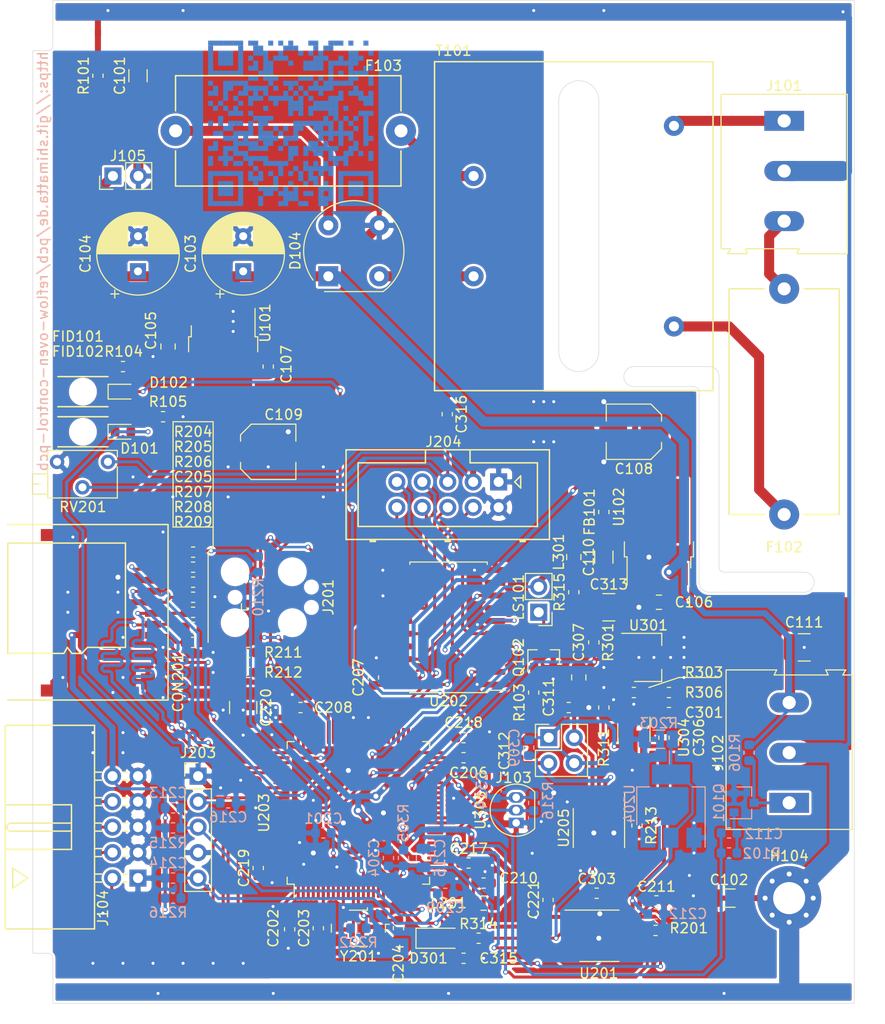
<source format=kicad_pcb>
(kicad_pcb (version 20171130) (host pcbnew 5.1.5)

  (general
    (thickness 1.6)
    (drawings 44)
    (tracks 1777)
    (zones 0)
    (modules 114)
    (nets 130)
  )

  (page A4)
  (layers
    (0 F.Cu signal)
    (31 B.Cu signal)
    (32 B.Adhes user)
    (33 F.Adhes user)
    (34 B.Paste user)
    (35 F.Paste user)
    (36 B.SilkS user)
    (37 F.SilkS user)
    (38 B.Mask user)
    (39 F.Mask user)
    (40 Dwgs.User user)
    (41 Cmts.User user)
    (42 Eco1.User user)
    (43 Eco2.User user)
    (44 Edge.Cuts user)
    (45 Margin user)
    (46 B.CrtYd user)
    (47 F.CrtYd user)
    (48 B.Fab user)
    (49 F.Fab user)
  )

  (setup
    (last_trace_width 0.4)
    (user_trace_width 0.3)
    (user_trace_width 0.4)
    (user_trace_width 0.6)
    (user_trace_width 1)
    (user_trace_width 2)
    (trace_clearance 0.2)
    (zone_clearance 0.25)
    (zone_45_only no)
    (trace_min 0.21)
    (via_size 0.5)
    (via_drill 0.3)
    (via_min_size 0.4)
    (via_min_drill 0.3)
    (user_via 0.9 0.5)
    (uvia_size 0.3)
    (uvia_drill 0.1)
    (uvias_allowed no)
    (uvia_min_size 0.2)
    (uvia_min_drill 0.1)
    (edge_width 0.05)
    (segment_width 0.2)
    (pcb_text_width 0.3)
    (pcb_text_size 1.5 1.5)
    (mod_edge_width 0.12)
    (mod_text_size 1 1)
    (mod_text_width 0.15)
    (pad_size 0.7874 0.7874)
    (pad_drill 0)
    (pad_to_mask_clearance 0.051)
    (solder_mask_min_width 0.25)
    (aux_axis_origin 13 13)
    (grid_origin 13 13)
    (visible_elements FFFFFF7F)
    (pcbplotparams
      (layerselection 0x010fc_ffffffff)
      (usegerberextensions false)
      (usegerberattributes false)
      (usegerberadvancedattributes false)
      (creategerberjobfile false)
      (excludeedgelayer true)
      (linewidth 0.100000)
      (plotframeref false)
      (viasonmask false)
      (mode 1)
      (useauxorigin false)
      (hpglpennumber 1)
      (hpglpenspeed 20)
      (hpglpendiameter 15.000000)
      (psnegative false)
      (psa4output false)
      (plotreference true)
      (plotvalue true)
      (plotinvisibletext false)
      (padsonsilk false)
      (subtractmaskfromsilk false)
      (outputformat 1)
      (mirror false)
      (drillshape 1)
      (scaleselection 1)
      (outputdirectory ""))
  )

  (net 0 "")
  (net 1 Earth)
  (net 2 GND)
  (net 3 +8V)
  (net 4 +3V3)
  (net 5 +5V)
  (net 6 "Net-(C112-Pad2)")
  (net 7 "Net-(C203-Pad1)")
  (net 8 "Net-(C204-Pad1)")
  (net 9 "Net-(C206-Pad1)")
  (net 10 "Net-(C208-Pad1)")
  (net 11 /Controller/ENC1)
  (net 12 /Controller/ENC2)
  (net 13 /Controller/VREF)
  (net 14 /Controller/SW1)
  (net 15 "Net-(C301-Pad1)")
  (net 16 +5VA)
  (net 17 /Frontend/FORCE+)
  (net 18 /Frontend/FORCE-)
  (net 19 /Frontend/SENS+)
  (net 20 /Frontend/SENS-)
  (net 21 /Controller/SDIO_D1)
  (net 22 /Controller/SDIO_D0)
  (net 23 /Controller/SDIO_CLK)
  (net 24 /Controller/SDIO_CMD)
  (net 25 /Controller/SDIO_D3)
  (net 26 /Controller/SDIO_D2)
  (net 27 "Net-(D101-Pad1)")
  (net 28 "Net-(D102-Pad1)")
  (net 29 "Net-(D104-Pad4)")
  (net 30 "Net-(D104-Pad2)")
  (net 31 /Controller/TEMP_IN)
  (net 32 /L_Trafo)
  (net 33 /L_IN)
  (net 34 "Net-(F103-Pad2)")
  (net 35 /N_IN)
  (net 36 "Net-(J102-Pad1)")
  (net 37 /DIGIO3)
  (net 38 /DIGIO2)
  (net 39 /DIGIO1)
  (net 40 /DIGIO0)
  (net 41 /Controller/SWDIO)
  (net 42 /Controller/SWCLK)
  (net 43 "Net-(J201-Pad5)")
  (net 44 "Net-(J201-Pad6)")
  (net 45 /Controller/PC_RX)
  (net 46 "Net-(J201-Pad8)")
  (net 47 /Controller/PC_TX)
  (net 48 /Controller/~RST)
  (net 49 "Net-(L301-Pad2)")
  (net 50 "Net-(LS101-Pad1)")
  (net 51 "Net-(Q102-Pad1)")
  (net 52 /Controller/LCD_VO)
  (net 53 "Net-(U202-Pad2)")
  (net 54 "Net-(U202-Pad4)")
  (net 55 "Net-(U202-Pad6)")
  (net 56 "Net-(U202-Pad7)")
  (net 57 "Net-(U202-Pad8)")
  (net 58 "Net-(U202-Pad9)")
  (net 59 "Net-(U202-Pad15)")
  (net 60 "Net-(U202-Pad17)")
  (net 61 "Net-(U203-Pad2)")
  (net 62 "Net-(U203-Pad3)")
  (net 63 "Net-(U203-Pad4)")
  (net 64 "Net-(U203-Pad5)")
  (net 65 "Net-(U203-Pad7)")
  (net 66 "Net-(U203-Pad8)")
  (net 67 "Net-(U203-Pad9)")
  (net 68 "Net-(U203-Pad15)")
  (net 69 "Net-(U203-Pad16)")
  (net 70 "Net-(U203-Pad17)")
  (net 71 "Net-(U203-Pad18)")
  (net 72 "Net-(U203-Pad26)")
  (net 73 "Net-(U203-Pad29)")
  (net 74 "Net-(U203-Pad32)")
  (net 75 "Net-(U203-Pad33)")
  (net 76 "Net-(U203-Pad38)")
  (net 77 "Net-(U203-Pad39)")
  (net 78 "Net-(U203-Pad40)")
  (net 79 "Net-(U203-Pad41)")
  (net 80 "Net-(U203-Pad42)")
  (net 81 "Net-(U203-Pad43)")
  (net 82 "Net-(U203-Pad44)")
  (net 83 "Net-(U203-Pad45)")
  (net 84 "Net-(U203-Pad46)")
  (net 85 "Net-(U203-Pad51)")
  (net 86 "Net-(U203-Pad52)")
  (net 87 "Net-(U203-Pad53)")
  (net 88 "Net-(U203-Pad54)")
  (net 89 "Net-(U203-Pad59)")
  (net 90 "Net-(U203-Pad60)")
  (net 91 "Net-(U203-Pad61)")
  (net 92 "Net-(U203-Pad62)")
  (net 93 "Net-(U203-Pad63)")
  (net 94 "Net-(U203-Pad64)")
  (net 95 "Net-(U203-Pad67)")
  (net 96 "Net-(U203-Pad70)")
  (net 97 "Net-(U203-Pad71)")
  (net 98 "Net-(U203-Pad77)")
  (net 99 "Net-(U203-Pad81)")
  (net 100 "Net-(U203-Pad82)")
  (net 101 "Net-(U203-Pad84)")
  (net 102 "Net-(U203-Pad86)")
  (net 103 "Net-(U203-Pad95)")
  (net 104 "Net-(U203-Pad96)")
  (net 105 "Net-(U203-Pad97)")
  (net 106 "Net-(U203-Pad98)")
  (net 107 /Controller/LCD_RS)
  (net 108 /Controller/LCD_EN)
  (net 109 /Controller/LCD_D3)
  (net 110 /Controller/LCD_D0)
  (net 111 /Controller/LCD_D2)
  (net 112 /Controller/LCD_D1)
  (net 113 "Net-(U203-Pad34)")
  (net 114 "Net-(CON201-Pad9)")
  (net 115 "Net-(C307-Pad1)")
  (net 116 /Controller/FRONTEND_TEMP)
  (net 117 /OUT0)
  (net 118 /OUT3)
  (net 119 /OUT2)
  (net 120 /OUT1)
  (net 121 /Controller/VDDA)
  (net 122 /Frontend/ADC_VDD)
  (net 123 /Frontend/ADC_CS)
  (net 124 /Frontend/ADC_SCK)
  (net 125 /Frontend/ADC_SDO)
  (net 126 /Frontend/ADC_TEMP)
  (net 127 +5VL)
  (net 128 "Net-(R213-Pad1)")
  (net 129 "Net-(R213-Pad2)")

  (net_class Default "This is the default net class."
    (clearance 0.2)
    (trace_width 0.25)
    (via_dia 0.5)
    (via_drill 0.3)
    (uvia_dia 0.3)
    (uvia_drill 0.1)
    (diff_pair_width 0.21)
    (diff_pair_gap 0.25)
    (add_net +3V3)
    (add_net +5V)
    (add_net +5VA)
    (add_net +5VL)
    (add_net +8V)
    (add_net /Controller/ENC1)
    (add_net /Controller/ENC2)
    (add_net /Controller/FRONTEND_TEMP)
    (add_net /Controller/LCD_D0)
    (add_net /Controller/LCD_D1)
    (add_net /Controller/LCD_D2)
    (add_net /Controller/LCD_D3)
    (add_net /Controller/LCD_EN)
    (add_net /Controller/LCD_RS)
    (add_net /Controller/LCD_VO)
    (add_net /Controller/PC_RX)
    (add_net /Controller/PC_TX)
    (add_net /Controller/SDIO_CLK)
    (add_net /Controller/SDIO_CMD)
    (add_net /Controller/SDIO_D0)
    (add_net /Controller/SDIO_D1)
    (add_net /Controller/SDIO_D2)
    (add_net /Controller/SDIO_D3)
    (add_net /Controller/SW1)
    (add_net /Controller/SWCLK)
    (add_net /Controller/SWDIO)
    (add_net /Controller/TEMP_IN)
    (add_net /Controller/VDDA)
    (add_net /Controller/VREF)
    (add_net /Controller/~RST)
    (add_net /DIGIO0)
    (add_net /DIGIO1)
    (add_net /DIGIO2)
    (add_net /DIGIO3)
    (add_net /Frontend/ADC_CS)
    (add_net /Frontend/ADC_SCK)
    (add_net /Frontend/ADC_SDO)
    (add_net /Frontend/ADC_TEMP)
    (add_net /Frontend/ADC_VDD)
    (add_net /Frontend/FORCE+)
    (add_net /Frontend/FORCE-)
    (add_net /Frontend/SENS+)
    (add_net /Frontend/SENS-)
    (add_net /OUT0)
    (add_net /OUT1)
    (add_net /OUT2)
    (add_net /OUT3)
    (add_net Earth)
    (add_net GND)
    (add_net "Net-(C112-Pad2)")
    (add_net "Net-(C203-Pad1)")
    (add_net "Net-(C204-Pad1)")
    (add_net "Net-(C206-Pad1)")
    (add_net "Net-(C208-Pad1)")
    (add_net "Net-(C301-Pad1)")
    (add_net "Net-(C307-Pad1)")
    (add_net "Net-(CON201-Pad9)")
    (add_net "Net-(D101-Pad1)")
    (add_net "Net-(D102-Pad1)")
    (add_net "Net-(D104-Pad2)")
    (add_net "Net-(D104-Pad4)")
    (add_net "Net-(F103-Pad2)")
    (add_net "Net-(J102-Pad1)")
    (add_net "Net-(J201-Pad5)")
    (add_net "Net-(J201-Pad6)")
    (add_net "Net-(J201-Pad8)")
    (add_net "Net-(L301-Pad2)")
    (add_net "Net-(LS101-Pad1)")
    (add_net "Net-(Q102-Pad1)")
    (add_net "Net-(R213-Pad1)")
    (add_net "Net-(R213-Pad2)")
    (add_net "Net-(U202-Pad15)")
    (add_net "Net-(U202-Pad17)")
    (add_net "Net-(U202-Pad2)")
    (add_net "Net-(U202-Pad4)")
    (add_net "Net-(U202-Pad6)")
    (add_net "Net-(U202-Pad7)")
    (add_net "Net-(U202-Pad8)")
    (add_net "Net-(U202-Pad9)")
    (add_net "Net-(U203-Pad15)")
    (add_net "Net-(U203-Pad16)")
    (add_net "Net-(U203-Pad17)")
    (add_net "Net-(U203-Pad18)")
    (add_net "Net-(U203-Pad2)")
    (add_net "Net-(U203-Pad26)")
    (add_net "Net-(U203-Pad29)")
    (add_net "Net-(U203-Pad3)")
    (add_net "Net-(U203-Pad32)")
    (add_net "Net-(U203-Pad33)")
    (add_net "Net-(U203-Pad34)")
    (add_net "Net-(U203-Pad38)")
    (add_net "Net-(U203-Pad39)")
    (add_net "Net-(U203-Pad4)")
    (add_net "Net-(U203-Pad40)")
    (add_net "Net-(U203-Pad41)")
    (add_net "Net-(U203-Pad42)")
    (add_net "Net-(U203-Pad43)")
    (add_net "Net-(U203-Pad44)")
    (add_net "Net-(U203-Pad45)")
    (add_net "Net-(U203-Pad46)")
    (add_net "Net-(U203-Pad5)")
    (add_net "Net-(U203-Pad51)")
    (add_net "Net-(U203-Pad52)")
    (add_net "Net-(U203-Pad53)")
    (add_net "Net-(U203-Pad54)")
    (add_net "Net-(U203-Pad59)")
    (add_net "Net-(U203-Pad60)")
    (add_net "Net-(U203-Pad61)")
    (add_net "Net-(U203-Pad62)")
    (add_net "Net-(U203-Pad63)")
    (add_net "Net-(U203-Pad64)")
    (add_net "Net-(U203-Pad67)")
    (add_net "Net-(U203-Pad7)")
    (add_net "Net-(U203-Pad70)")
    (add_net "Net-(U203-Pad71)")
    (add_net "Net-(U203-Pad77)")
    (add_net "Net-(U203-Pad8)")
    (add_net "Net-(U203-Pad81)")
    (add_net "Net-(U203-Pad82)")
    (add_net "Net-(U203-Pad84)")
    (add_net "Net-(U203-Pad86)")
    (add_net "Net-(U203-Pad9)")
    (add_net "Net-(U203-Pad95)")
    (add_net "Net-(U203-Pad96)")
    (add_net "Net-(U203-Pad97)")
    (add_net "Net-(U203-Pad98)")
  )

  (net_class HV ""
    (clearance 2.5)
    (trace_width 1)
    (via_dia 0.5)
    (via_drill 0.3)
    (uvia_dia 0.3)
    (uvia_drill 0.1)
    (diff_pair_width 0.21)
    (diff_pair_gap 0.25)
    (add_net /L_IN)
    (add_net /L_Trafo)
    (add_net /N_IN)
  )

  (module shimatta_artwork:shimatta_kanji_10mm_solder_mask (layer F.Cu) (tedit 0) (tstamp 5E0E7FBA)
    (at 85 108)
    (fp_text reference G*** (at 0 0) (layer F.SilkS) hide
      (effects (font (size 1.524 1.524) (thickness 0.3)))
    )
    (fp_text value LOGO (at 0.75 0) (layer F.SilkS) hide
      (effects (font (size 1.524 1.524) (thickness 0.3)))
    )
    (fp_poly (pts (xy 4.714395 -0.8769) (xy 4.78388 -0.86582) (xy 4.833603 -0.850022) (xy 4.880848 -0.822861)
      (xy 4.911494 -0.788178) (xy 4.927906 -0.743153) (xy 4.929184 -0.735983) (xy 4.931062 -0.706971)
      (xy 4.923072 -0.684686) (xy 4.909667 -0.666836) (xy 4.890689 -0.647915) (xy 4.867692 -0.633696)
      (xy 4.836589 -0.622641) (xy 4.793292 -0.61321) (xy 4.747846 -0.605906) (xy 4.698694 -0.596073)
      (xy 4.636687 -0.579736) (xy 4.56674 -0.558508) (xy 4.493772 -0.534001) (xy 4.422699 -0.507827)
      (xy 4.358439 -0.4816) (xy 4.33068 -0.469102) (xy 4.294201 -0.452154) (xy 4.26504 -0.438885)
      (xy 4.247234 -0.431115) (xy 4.243722 -0.429846) (xy 4.237223 -0.437264) (xy 4.230421 -0.448742)
      (xy 4.222343 -0.465391) (xy 4.220308 -0.471528) (xy 4.22838 -0.477338) (xy 4.250854 -0.491193)
      (xy 4.28511 -0.511541) (xy 4.328532 -0.536827) (xy 4.378503 -0.565498) (xy 4.3815 -0.567205)
      (xy 4.431797 -0.596151) (xy 4.475684 -0.621993) (xy 4.51054 -0.643139) (xy 4.533742 -0.657996)
      (xy 4.542668 -0.664972) (xy 4.542692 -0.665093) (xy 4.533645 -0.668354) (xy 4.509335 -0.672122)
      (xy 4.474006 -0.675817) (xy 4.450366 -0.677683) (xy 4.407477 -0.679838) (xy 4.366101 -0.679733)
      (xy 4.322579 -0.676971) (xy 4.273248 -0.671155) (xy 4.214446 -0.66189) (xy 4.142511 -0.648779)
      (xy 4.090884 -0.638775) (xy 4.043506 -0.630043) (xy 4.002848 -0.623644) (xy 3.972838 -0.620119)
      (xy 3.957402 -0.620006) (xy 3.956557 -0.620334) (xy 3.949316 -0.633644) (xy 3.946769 -0.653242)
      (xy 3.948484 -0.666875) (xy 3.955898 -0.678254) (xy 3.972415 -0.69008) (xy 4.001436 -0.70505)
      (xy 4.027365 -0.717171) (xy 4.129523 -0.762172) (xy 4.225433 -0.800517) (xy 4.311563 -0.830862)
      (xy 4.377063 -0.850037) (xy 4.461816 -0.867431) (xy 4.549118 -0.877705) (xy 4.634726 -0.880862)
      (xy 4.714395 -0.8769)) (layer F.Mask) (width 0.01))
    (fp_poly (pts (xy 1.650604 -0.814886) (xy 1.727978 -0.808726) (xy 1.793053 -0.797831) (xy 1.81023 -0.793406)
      (xy 1.899824 -0.762403) (xy 1.974615 -0.724253) (xy 2.038733 -0.676652) (xy 2.066192 -0.650526)
      (xy 2.126167 -0.576177) (xy 2.168183 -0.494933) (xy 2.191898 -0.408341) (xy 2.19697 -0.317951)
      (xy 2.18306 -0.225312) (xy 2.169613 -0.180708) (xy 2.13113 -0.100113) (xy 2.075008 -0.025633)
      (xy 2.002339 0.042173) (xy 1.914215 0.102743) (xy 1.81173 0.155519) (xy 1.695975 0.199941)
      (xy 1.568043 0.235447) (xy 1.429027 0.26148) (xy 1.28002 0.277478) (xy 1.274885 0.277832)
      (xy 1.226047 0.281292) (xy 1.176022 0.285076) (xy 1.13415 0.288473) (xy 1.127125 0.289083)
      (xy 1.09417 0.291559) (xy 1.075622 0.290533) (xy 1.066443 0.284419) (xy 1.061595 0.271627)
      (xy 1.060707 0.268148) (xy 1.057065 0.247819) (xy 1.057784 0.238267) (xy 1.068405 0.235107)
      (xy 1.093771 0.229719) (xy 1.129348 0.223031) (xy 1.148625 0.219649) (xy 1.300226 0.187904)
      (xy 1.436364 0.147462) (xy 1.556594 0.098571) (xy 1.66047 0.041479) (xy 1.747548 -0.023568)
      (xy 1.817383 -0.096322) (xy 1.869531 -0.176536) (xy 1.872666 -0.182744) (xy 1.899898 -0.255177)
      (xy 1.91235 -0.329707) (xy 1.910903 -0.403571) (xy 1.896432 -0.474006) (xy 1.869818 -0.53825)
      (xy 1.831938 -0.593539) (xy 1.783671 -0.637111) (xy 1.725894 -0.666203) (xy 1.718193 -0.668641)
      (xy 1.664892 -0.679) (xy 1.600765 -0.683159) (xy 1.533513 -0.681115) (xy 1.470839 -0.672868)
      (xy 1.452141 -0.668701) (xy 1.395858 -0.650331) (xy 1.327701 -0.621188) (xy 1.250878 -0.582923)
      (xy 1.168596 -0.537185) (xy 1.084062 -0.485625) (xy 1.038539 -0.455898) (xy 0.99135 -0.424741)
      (xy 0.948533 -0.397241) (xy 0.913241 -0.375365) (xy 0.888627 -0.361079) (xy 0.879184 -0.356562)
      (xy 0.852674 -0.356911) (xy 0.816595 -0.369468) (xy 0.774454 -0.391923) (xy 0.729758 -0.421967)
      (xy 0.686017 -0.457291) (xy 0.646737 -0.495585) (xy 0.62117 -0.526415) (xy 0.588588 -0.577762)
      (xy 0.572878 -0.620344) (xy 0.573834 -0.654893) (xy 0.580838 -0.669906) (xy 0.594372 -0.685927)
      (xy 0.610035 -0.691787) (xy 0.631601 -0.687028) (xy 0.662843 -0.671194) (xy 0.686196 -0.657182)
      (xy 0.720932 -0.637671) (xy 0.751557 -0.626452) (xy 0.782484 -0.62365) (xy 0.818124 -0.62939)
      (xy 0.862886 -0.643797) (xy 0.912991 -0.663605) (xy 1.036058 -0.710583) (xy 1.16142 -0.751468)
      (xy 1.281419 -0.783832) (xy 1.319252 -0.792381) (xy 1.395255 -0.805058) (xy 1.479186 -0.813041)
      (xy 1.565988 -0.81632) (xy 1.650604 -0.814886)) (layer F.Mask) (width 0.01))
    (fp_poly (pts (xy -3.582865 -1.822007) (xy -3.515241 -1.814199) (xy -3.449153 -1.804227) (xy -3.389301 -1.792958)
      (xy -3.340383 -1.781261) (xy -3.311613 -1.771913) (xy -3.276141 -1.751813) (xy -3.259485 -1.728548)
      (xy -3.26152 -1.703747) (xy -3.282121 -1.67904) (xy -3.320478 -1.656363) (xy -3.360615 -1.638263)
      (xy -3.360615 -0.976923) (xy -3.050826 -0.976923) (xy -2.954163 -1.088964) (xy -2.919806 -1.128001)
      (xy -2.889329 -1.161159) (xy -2.865219 -1.185844) (xy -2.849965 -1.199462) (xy -2.846449 -1.20131)
      (xy -2.835962 -1.194912) (xy -2.814321 -1.177068) (xy -2.784203 -1.150137) (xy -2.748279 -1.116476)
      (xy -2.727541 -1.09646) (xy -2.67764 -1.046194) (xy -2.642082 -1.00633) (xy -2.619782 -0.975279)
      (xy -2.609656 -0.951451) (xy -2.610618 -0.933259) (xy -2.612926 -0.928632) (xy -2.624147 -0.925565)
      (xy -2.653815 -0.923044) (xy -2.702136 -0.921066) (xy -2.769318 -0.919623) (xy -2.855568 -0.918711)
      (xy -2.961091 -0.918323) (xy -2.989961 -0.918308) (xy -3.360615 -0.918308) (xy -3.360615 0.283308)
      (xy -3.129986 0.283308) (xy -3.033787 0.175846) (xy -2.999541 0.138053) (xy -2.969777 0.106078)
      (xy -2.946943 0.082482) (xy -2.933485 0.069827) (xy -2.93114 0.068385) (xy -2.919969 0.07459)
      (xy -2.897693 0.091366) (xy -2.86749 0.115947) (xy -2.832539 0.145572) (xy -2.796016 0.177478)
      (xy -2.761101 0.208901) (xy -2.730971 0.237078) (xy -2.708805 0.259246) (xy -2.700009 0.269337)
      (xy -2.683503 0.294256) (xy -2.67963 0.311194) (xy -2.683326 0.320827) (xy -2.686397 0.323798)
      (xy -2.692458 0.326396) (xy -2.702777 0.328652) (xy -2.718621 0.330596) (xy -2.741255 0.332258)
      (xy -2.771947 0.333668) (xy -2.811963 0.334857) (xy -2.862571 0.335854) (xy -2.925035 0.33669)
      (xy -3.000624 0.337395) (xy -3.090604 0.337999) (xy -3.196241 0.338533) (xy -3.318803 0.339025)
      (xy -3.459555 0.339508) (xy -3.469197 0.339539) (xy -3.610444 0.339985) (xy -3.733438 0.340335)
      (xy -3.839466 0.340559) (xy -3.929812 0.340631) (xy -4.005764 0.340522) (xy -4.068607 0.340206)
      (xy -4.119627 0.339653) (xy -4.16011 0.338837) (xy -4.191341 0.33773) (xy -4.214607 0.336304)
      (xy -4.231193 0.334532) (xy -4.242386 0.332386) (xy -4.24947 0.329837) (xy -4.253733 0.326859)
      (xy -4.256459 0.323424) (xy -4.256999 0.322575) (xy -4.266637 0.303256) (xy -4.269154 0.29321)
      (xy -4.259449 0.290091) (xy -4.230577 0.287546) (xy -4.182901 0.285586) (xy -4.116783 0.284223)
      (xy -4.032588 0.283468) (xy -3.961423 0.283308) (xy -3.653692 0.283308) (xy -3.653692 -0.918308)
      (xy -4.257138 -0.918308) (xy -4.272915 -0.942387) (xy -4.284228 -0.961246) (xy -4.288692 -0.971695)
      (xy -4.279306 -0.972955) (xy -4.252675 -0.974106) (xy -4.211094 -0.97511) (xy -4.156857 -0.975929)
      (xy -4.092259 -0.976526) (xy -4.019594 -0.976862) (xy -3.971192 -0.976923) (xy -3.653692 -0.976923)
      (xy -3.653692 -1.828829) (xy -3.582865 -1.822007)) (layer F.Mask) (width 0.01))
    (fp_poly (pts (xy 3.904032 -0.197936) (xy 3.910454 -0.175775) (xy 3.906745 -0.137905) (xy 3.901871 -0.115807)
      (xy 3.8929 -0.054548) (xy 3.899435 -0.003419) (xy 3.921958 0.039942) (xy 3.937317 0.05743)
      (xy 3.983651 0.090836) (xy 4.046963 0.115775) (xy 4.126609 0.132224) (xy 4.221946 0.140156)
      (xy 4.332331 0.139548) (xy 4.457122 0.130375) (xy 4.595675 0.112611) (xy 4.73652 0.08832)
      (xy 4.805929 0.077784) (xy 4.861782 0.076145) (xy 4.908114 0.083803) (xy 4.948965 0.101158)
      (xy 4.964712 0.11093) (xy 4.998848 0.141606) (xy 5.016099 0.178253) (xy 5.018518 0.225258)
      (xy 5.018467 0.225887) (xy 5.009775 0.268563) (xy 4.990561 0.30448) (xy 4.959619 0.334105)
      (xy 4.915748 0.357905) (xy 4.857744 0.376348) (xy 4.784402 0.389901) (xy 4.694521 0.39903)
      (xy 4.586896 0.404204) (xy 4.557346 0.404928) (xy 4.497057 0.405929) (xy 4.441733 0.406402)
      (xy 4.395039 0.406351) (xy 4.360638 0.405779) (xy 4.342423 0.404722) (xy 4.319441 0.401683)
      (xy 4.28352 0.39706) (xy 4.241108 0.391681) (xy 4.225192 0.389681) (xy 4.115447 0.369458)
      (xy 4.020455 0.338355) (xy 3.940676 0.296748) (xy 3.876572 0.245012) (xy 3.828605 0.183523)
      (xy 3.797235 0.112656) (xy 3.782923 0.032787) (xy 3.782704 0.029266) (xy 3.781224 -0.012946)
      (xy 3.783462 -0.043595) (xy 3.790646 -0.0705) (xy 3.802879 -0.099089) (xy 3.82194 -0.134092)
      (xy 3.843923 -0.166158) (xy 3.865367 -0.190943) (xy 3.882809 -0.2041) (xy 3.887353 -0.205154)
      (xy 3.904032 -0.197936)) (layer F.Mask) (width 0.01))
    (fp_poly (pts (xy 3.669072 -1.737221) (xy 3.723446 -1.720007) (xy 3.781495 -1.694026) (xy 3.838701 -1.661833)
      (xy 3.890541 -1.625982) (xy 3.932494 -1.589028) (xy 3.960041 -1.553525) (xy 3.960753 -1.552219)
      (xy 3.979622 -1.51702) (xy 3.909465 -1.365297) (xy 3.886433 -1.315156) (xy 3.866579 -1.271297)
      (xy 3.851243 -1.236734) (xy 3.841768 -1.214483) (xy 3.839308 -1.207595) (xy 3.847981 -1.202534)
      (xy 3.871822 -1.203135) (xy 3.907564 -1.208592) (xy 3.951939 -1.218096) (xy 4.00168 -1.230838)
      (xy 4.053518 -1.246011) (xy 4.104188 -1.262807) (xy 4.15042 -1.280417) (xy 4.172358 -1.289966)
      (xy 4.219217 -1.310539) (xy 4.254335 -1.322652) (xy 4.283112 -1.327224) (xy 4.310948 -1.325172)
      (xy 4.339677 -1.318416) (xy 4.383852 -1.298692) (xy 4.418931 -1.268658) (xy 4.442336 -1.232142)
      (xy 4.451487 -1.192974) (xy 4.446118 -1.160422) (xy 4.42479 -1.13) (xy 4.385074 -1.100403)
      (xy 4.328114 -1.072009) (xy 4.255054 -1.045195) (xy 4.16704 -1.020337) (xy 4.065217 -0.997812)
      (xy 3.950728 -0.977995) (xy 3.849841 -0.964231) (xy 3.748027 -0.951858) (xy 3.532052 -0.312294)
      (xy 3.495626 -0.204625) (xy 3.460792 -0.10204) (xy 3.428087 -0.0061) (xy 3.398047 0.081637)
      (xy 3.371212 0.159613) (xy 3.348117 0.226269) (xy 3.329301 0.280047) (xy 3.315301 0.319388)
      (xy 3.306653 0.342734) (xy 3.304216 0.348492) (xy 3.274098 0.384177) (xy 3.234429 0.404864)
      (xy 3.189514 0.40933) (xy 3.143659 0.396352) (xy 3.140829 0.394917) (xy 3.091868 0.359768)
      (xy 3.058822 0.313509) (xy 3.041487 0.255781) (xy 3.038541 0.214923) (xy 3.044134 0.164705)
      (xy 3.061975 0.111422) (xy 3.093319 0.052068) (xy 3.129539 -0.002619) (xy 3.158529 -0.046277)
      (xy 3.18709 -0.095478) (xy 3.216473 -0.152808) (xy 3.247929 -0.220855) (xy 3.282711 -0.302203)
      (xy 3.322068 -0.399441) (xy 3.324529 -0.405651) (xy 3.349288 -0.468852) (xy 3.375322 -0.536462)
      (xy 3.401694 -0.605925) (xy 3.427463 -0.674689) (xy 3.451691 -0.740198) (xy 3.47344 -0.799898)
      (xy 3.491769 -0.851234) (xy 3.505741 -0.891653) (xy 3.514415 -0.918599) (xy 3.516923 -0.929052)
      (xy 3.507672 -0.932617) (xy 3.481954 -0.935107) (xy 3.442819 -0.936341) (xy 3.396225 -0.93619)
      (xy 3.344671 -0.935607) (xy 3.307817 -0.936336) (xy 3.280835 -0.939051) (xy 3.258899 -0.944425)
      (xy 3.237179 -0.953132) (xy 3.221605 -0.960548) (xy 3.162098 -0.998983) (xy 3.110358 -1.050347)
      (xy 3.071208 -1.109416) (xy 3.0592 -1.136534) (xy 3.043898 -1.185663) (xy 3.038187 -1.223343)
      (xy 3.041298 -1.248209) (xy 3.052463 -1.2589) (xy 3.070913 -1.25405) (xy 3.09588 -1.232297)
      (xy 3.106299 -1.220086) (xy 3.140948 -1.184785) (xy 3.180552 -1.161374) (xy 3.229381 -1.148184)
      (xy 3.291704 -1.143542) (xy 3.302 -1.143479) (xy 3.358061 -1.144554) (xy 3.414457 -1.147456)
      (xy 3.467586 -1.151798) (xy 3.513847 -1.157193) (xy 3.549637 -1.163256) (xy 3.571356 -1.169599)
      (xy 3.575881 -1.172862) (xy 3.58065 -1.186705) (xy 3.588313 -1.215792) (xy 3.59801 -1.256194)
      (xy 3.608882 -1.303979) (xy 3.620069 -1.355218) (xy 3.630711 -1.40598) (xy 3.639949 -1.452335)
      (xy 3.646923 -1.490354) (xy 3.650558 -1.514241) (xy 3.652583 -1.537485) (xy 3.650057 -1.554486)
      (xy 3.640231 -1.570703) (xy 3.620353 -1.591593) (xy 3.603476 -1.607678) (xy 3.575042 -1.633585)
      (xy 3.549825 -1.654898) (xy 3.533063 -1.667199) (xy 3.53251 -1.667516) (xy 3.519407 -1.681919)
      (xy 3.522214 -1.698894) (xy 3.537965 -1.715961) (xy 3.563697 -1.730641) (xy 3.596443 -1.740453)
      (xy 3.622897 -1.743114) (xy 3.669072 -1.737221)) (layer F.Mask) (width 0.01))
    (fp_poly (pts (xy -4.450314 -1.843074) (xy -4.421207 -1.834144) (xy -4.382284 -1.821098) (xy -4.337733 -1.80544)
      (xy -4.291741 -1.788674) (xy -4.248497 -1.772302) (xy -4.21219 -1.757829) (xy -4.187009 -1.746758)
      (xy -4.184754 -1.745638) (xy -4.138598 -1.719108) (xy -4.111335 -1.695451) (xy -4.102693 -1.673752)
      (xy -4.112396 -1.653093) (xy -4.140172 -1.632559) (xy -4.149481 -1.627556) (xy -4.168557 -1.617176)
      (xy -4.183279 -1.606335) (xy -4.195994 -1.591609) (xy -4.209051 -1.569578) (xy -4.224797 -1.536819)
      (xy -4.24558 -1.489912) (xy -4.248469 -1.483295) (xy -4.274166 -1.426281) (xy -4.305194 -1.360264)
      (xy -4.337634 -1.293449) (xy -4.367399 -1.234364) (xy -4.433745 -1.10592) (xy -4.385642 -1.076017)
      (xy -4.352834 -1.051632) (xy -4.338819 -1.029943) (xy -4.34334 -1.009288) (xy -4.366144 -0.988004)
      (xy -4.37161 -0.98434) (xy -4.405681 -0.962269) (xy -4.405869 -0.258884) (xy -4.406057 0.4445)
      (xy -4.43774 0.466007) (xy -4.488967 0.494274) (xy -4.544054 0.513762) (xy -4.597662 0.523266)
      (xy -4.644454 0.521583) (xy -4.662365 0.516665) (xy -4.689231 0.506372) (xy -4.689231 -0.755182)
      (xy -4.784481 -0.663184) (xy -4.842542 -0.608099) (xy -4.892151 -0.563065) (xy -4.932115 -0.529092)
      (xy -4.96124 -0.507189) (xy -4.978332 -0.498365) (xy -4.979675 -0.498231) (xy -4.994042 -0.504943)
      (xy -5.000311 -0.511035) (xy -5.00264 -0.52155) (xy -4.996358 -0.539837) (xy -4.980248 -0.568519)
      (xy -4.957004 -0.604397) (xy -4.858701 -0.7631) (xy -4.766712 -0.935035) (xy -4.683977 -1.114189)
      (xy -4.613433 -1.294549) (xy -4.598294 -1.338384) (xy -4.578583 -1.400189) (xy -4.557844 -1.470622)
      (xy -4.537235 -1.545225) (xy -4.517912 -1.619537) (xy -4.501029 -1.6891) (xy -4.487744 -1.749453)
      (xy -4.479212 -1.796139) (xy -4.478651 -1.799981) (xy -4.473579 -1.826977) (xy -4.46802 -1.84371)
      (xy -4.465414 -1.846384) (xy -4.450314 -1.843074)) (layer F.Mask) (width 0.01))
    (fp_poly (pts (xy -1.919394 -1.844364) (xy -1.881995 -1.838959) (xy -1.83621 -1.831152) (xy -1.787182 -1.821928)
      (xy -1.740055 -1.812271) (xy -1.699974 -1.803165) (xy -1.672081 -1.795593) (xy -1.665658 -1.793285)
      (xy -1.641617 -1.78009) (xy -1.626567 -1.766036) (xy -1.625347 -1.763663) (xy -1.626838 -1.74347)
      (xy -1.641826 -1.72305) (xy -1.660978 -1.710965) (xy -1.673678 -1.701253) (xy -1.695449 -1.680074)
      (xy -1.722813 -1.650936) (xy -1.742271 -1.629019) (xy -1.808024 -1.553308) (xy -0.594458 -1.553308)
      (xy -0.497222 -1.643673) (xy -0.460879 -1.677064) (xy -0.429285 -1.705373) (xy -0.405355 -1.726043)
      (xy -0.392001 -1.736515) (xy -0.390655 -1.737241) (xy -0.378973 -1.732798) (xy -0.356469 -1.717835)
      (xy -0.326597 -1.69517) (xy -0.292814 -1.66762) (xy -0.258573 -1.638004) (xy -0.227331 -1.609139)
      (xy -0.202541 -1.583843) (xy -0.202446 -1.583738) (xy -0.182214 -1.558813) (xy -0.169009 -1.537693)
      (xy -0.166077 -1.528615) (xy -0.172848 -1.514531) (xy -0.19409 -1.504447) (xy -0.231197 -1.498051)
      (xy -0.285562 -1.495033) (xy -0.318136 -1.494692) (xy -0.420077 -1.494692) (xy -0.420077 -1.318846)
      (xy -0.419978 -1.256308) (xy -0.419487 -1.210659) (xy -0.418317 -1.179249) (xy -0.416179 -1.159428)
      (xy -0.412785 -1.148545) (xy -0.407847 -1.143953) (xy -0.401076 -1.143) (xy -0.400946 -1.143)
      (xy -0.386656 -1.149096) (xy -0.361172 -1.165768) (xy -0.327888 -1.190596) (xy -0.290196 -1.221155)
      (xy -0.283437 -1.226881) (xy -0.185058 -1.310762) (xy -0.10076 -1.243977) (xy -0.050552 -1.202931)
      (xy -0.015414 -1.170918) (xy 0.005972 -1.146334) (xy 0.014925 -1.127576) (xy 0.012767 -1.113042)
      (xy 0.010144 -1.109259) (xy 0.003296 -1.104152) (xy -0.009271 -1.10031) (xy -0.030021 -1.097563)
      (xy -0.061416 -1.095745) (xy -0.105922 -1.094686) (xy -0.166 -1.09422) (xy -0.211235 -1.094154)
      (xy -0.420077 -1.094154) (xy -0.420077 -0.796651) (xy -0.342531 -0.873741) (xy -0.264986 -0.950832)
      (xy -0.208446 -0.912589) (xy -0.167434 -0.882691) (xy -0.128134 -0.850225) (xy -0.093355 -0.817971)
      (xy -0.065901 -0.78871) (xy -0.048579 -0.765224) (xy -0.044196 -0.750292) (xy -0.044312 -0.749955)
      (xy -0.049346 -0.741378) (xy -0.058613 -0.734832) (xy -0.07451 -0.730046) (xy -0.099432 -0.726751)
      (xy -0.135776 -0.724675) (xy -0.185938 -0.72355) (xy -0.252314 -0.723104) (xy -0.282819 -0.723056)
      (xy -0.35028 -0.722753) (xy -0.400068 -0.721869) (xy -0.434048 -0.72028) (xy -0.45408 -0.717863)
      (xy -0.462026 -0.714494) (xy -0.461108 -0.7112) (xy -0.44997 -0.689047) (xy -0.45748 -0.665224)
      (xy -0.478692 -0.644769) (xy -0.508 -0.6239) (xy -0.508 -0.420077) (xy -0.477382 -0.420077)
      (xy -0.461294 -0.422557) (xy -0.442702 -0.431376) (xy -0.418593 -0.448598) (xy -0.385953 -0.47629)
      (xy -0.356469 -0.502961) (xy -0.266175 -0.585845) (xy -0.218568 -0.550365) (xy -0.181106 -0.520775)
      (xy -0.144068 -0.488675) (xy -0.111503 -0.457853) (xy -0.087463 -0.432099) (xy -0.077422 -0.418313)
      (xy -0.075189 -0.398832) (xy -0.083756 -0.386563) (xy -0.091624 -0.381323) (xy -0.105009 -0.377396)
      (xy -0.126449 -0.374606) (xy -0.158481 -0.372774) (xy -0.203641 -0.371725) (xy -0.264466 -0.371281)
      (xy -0.303544 -0.371231) (xy -0.508 -0.371231) (xy -0.508 0) (xy -0.3887 0)
      (xy -0.205168 -0.16847) (xy -0.150791 -0.135523) (xy -0.100701 -0.103092) (xy -0.054861 -0.069559)
      (xy -0.016657 -0.037706) (xy 0.010525 -0.010313) (xy 0.022021 0.006433) (xy 0.027543 0.021071)
      (xy 0.028068 0.032697) (xy 0.021764 0.041653) (xy 0.006799 0.048284) (xy -0.01866 0.052935)
      (xy -0.056445 0.05595) (xy -0.10839 0.057672) (xy -0.176326 0.058445) (xy -0.255867 0.058616)
      (xy -0.508 0.058616) (xy -0.508 0.466604) (xy -0.543753 0.493875) (xy -0.5926 0.523223)
      (xy -0.644919 0.541308) (xy -0.695188 0.546772) (xy -0.732692 0.540297) (xy -0.744774 0.534806)
      (xy -0.754082 0.526462) (xy -0.760975 0.512889) (xy -0.765812 0.491713) (xy -0.768952 0.460557)
      (xy -0.770752 0.417047) (xy -0.771572 0.358808) (xy -0.771769 0.283463) (xy -0.771769 0.058616)
      (xy -1.394753 0.058616) (xy -1.41053 0.034536) (xy -1.421843 0.015678) (xy -1.426308 0.005228)
      (xy -1.417182 0.00317) (xy -1.392375 0.001493) (xy -1.355744 0.000377) (xy -1.313962 0)
      (xy -1.201615 0) (xy -1.201615 -0.371231) (xy -0.957385 -0.371231) (xy -0.957385 0)
      (xy -0.771769 0) (xy -0.771769 -0.371231) (xy -0.957385 -0.371231) (xy -1.201615 -0.371231)
      (xy -1.201615 -0.525857) (xy -1.069823 -0.472967) (xy -1.016817 -0.45199) (xy -0.977102 -0.437427)
      (xy -0.945959 -0.428116) (xy -0.918668 -0.422894) (xy -0.89051 -0.420602) (xy -0.856765 -0.420077)
      (xy -0.771769 -0.420077) (xy -0.771769 -0.722923) (xy -1.634867 -0.722923) (xy -1.61239 -0.698997)
      (xy -1.596848 -0.67546) (xy -1.599367 -0.65576) (xy -1.620531 -0.638413) (xy -1.63965 -0.629608)
      (xy -1.673862 -0.607744) (xy -1.71065 -0.569566) (xy -1.747587 -0.517644) (xy -1.75162 -0.511096)
      (xy -1.75152 -0.505437) (xy -1.74135 -0.501646) (xy -1.718505 -0.499402) (xy -1.680386 -0.498385)
      (xy -1.647158 -0.498231) (xy -1.534883 -0.498231) (xy -1.475412 -0.553291) (xy -1.447839 -0.57803)
      (xy -1.426122 -0.596036) (xy -1.413794 -0.604434) (xy -1.412358 -0.604579) (xy -1.387692 -0.577268)
      (xy -1.357837 -0.542223) (xy -1.32602 -0.503473) (xy -1.295468 -0.46505) (xy -1.269407 -0.430983)
      (xy -1.251065 -0.405304) (xy -1.245244 -0.395856) (xy -1.226039 -0.359747) (xy -1.271127 -0.319085)
      (xy -1.299345 -0.28887) (xy -1.328995 -0.249669) (xy -1.352273 -0.212352) (xy -1.421159 -0.103641)
      (xy -1.507092 0.002805) (xy -1.607579 0.104708) (xy -1.72013 0.199787) (xy -1.842253 0.285763)
      (xy -1.971455 0.360358) (xy -1.987081 0.368319) (xy -2.044203 0.395745) (xy -2.104073 0.422294)
      (xy -2.163731 0.446882) (xy -2.220219 0.468425) (xy -2.270577 0.485838) (xy -2.311847 0.498037)
      (xy -2.341069 0.503939) (xy -2.354601 0.502982) (xy -2.363498 0.492316) (xy -2.35879 0.478308)
      (xy -2.339261 0.459587) (xy -2.303696 0.43478) (xy -2.28232 0.421379) (xy -2.201566 0.368801)
      (xy -2.116594 0.308129) (xy -2.033772 0.244174) (xy -1.95947 0.181745) (xy -1.931654 0.156502)
      (xy -1.893852 0.120358) (xy -1.869903 0.095101) (xy -1.858655 0.079105) (xy -1.858958 0.070742)
      (xy -1.869294 0.068385) (xy -1.890535 0.058644) (xy -1.910327 0.029427) (xy -1.928664 -0.019257)
      (xy -1.935763 -0.04485) (xy -1.953408 -0.103979) (xy -1.973871 -0.15674) (xy -1.995002 -0.197934)
      (xy -2.005168 -0.212598) (xy -2.014656 -0.21693) (xy -2.030514 -0.210297) (xy -2.056217 -0.191185)
      (xy -2.058255 -0.189522) (xy -2.083064 -0.16973) (xy -2.11878 -0.141928) (xy -2.160649 -0.109789)
      (xy -2.203916 -0.076985) (xy -2.204407 -0.076615) (xy -2.248193 -0.044274) (xy -2.279378 -0.022973)
      (xy -2.300428 -0.011315) (xy -2.313811 -0.007902) (xy -2.321099 -0.010522) (xy -2.332834 -0.023783)
      (xy -2.334846 -0.029259) (xy -2.329106 -0.03977) (xy -2.313843 -0.061259) (xy -2.291994 -0.089655)
      (xy -2.284613 -0.098889) (xy -2.22415 -0.179007) (xy -2.161423 -0.271256) (xy -2.147432 -0.293745)
      (xy -1.945254 -0.293745) (xy -1.9178 -0.287849) (xy -1.844396 -0.264231) (xy -1.78592 -0.228069)
      (xy -1.742242 -0.179266) (xy -1.724151 -0.146275) (xy -1.713023 -0.122751) (xy -1.705495 -0.108964)
      (xy -1.704123 -0.107461) (xy -1.698102 -0.115076) (xy -1.684494 -0.135206) (xy -1.66604 -0.163778)
      (xy -1.662664 -0.169109) (xy -1.646605 -0.196) (xy -1.626293 -0.232122) (xy -1.603673 -0.273751)
      (xy -1.58069 -0.317166) (xy -1.559289 -0.358643) (xy -1.541414 -0.394459) (xy -1.52901 -0.420893)
      (xy -1.524021 -0.43422) (xy -1.524 -0.434553) (xy -1.533201 -0.436299) (xy -1.558534 -0.437719)
      (xy -1.596594 -0.438706) (xy -1.643976 -0.439151) (xy -1.668096 -0.439144) (xy -1.812192 -0.438672)
      (xy -1.878723 -0.366208) (xy -1.945254 -0.293745) (xy -2.147432 -0.293745) (xy -2.100448 -0.369266)
      (xy -2.045236 -0.466664) (xy -2.011507 -0.532423) (xy -1.98792 -0.581779) (xy -1.967144 -0.626875)
      (xy -1.950864 -0.663924) (xy -1.940771 -0.689138) (xy -1.938586 -0.696058) (xy -1.93219 -0.722923)
      (xy -2.079233 -0.722923) (xy -2.135866 -0.723061) (xy -2.176183 -0.723763) (xy -2.203404 -0.72546)
      (xy -2.22075 -0.728583) (xy -2.231444 -0.733562) (xy -2.238706 -0.74083) (xy -2.241485 -0.744635)
      (xy -2.252811 -0.763347) (xy -2.256692 -0.773943) (xy -2.247477 -0.776546) (xy -2.222047 -0.778764)
      (xy -2.183723 -0.780432) (xy -2.135827 -0.781382) (xy -2.105269 -0.781538) (xy -1.953846 -0.781538)
      (xy -1.953846 -1.093773) (xy -1.984421 -1.094154) (xy -1.699846 -1.094154) (xy -1.699846 -0.781538)
      (xy -1.524 -0.781538) (xy -1.524 -1.094154) (xy -1.279769 -1.094154) (xy -1.279769 -0.781538)
      (xy -1.103923 -0.781538) (xy -1.103923 -1.094154) (xy -0.849923 -1.094154) (xy -0.849923 -0.781538)
      (xy -0.674077 -0.781538) (xy -0.674077 -1.094154) (xy -0.849923 -1.094154) (xy -1.103923 -1.094154)
      (xy -1.279769 -1.094154) (xy -1.524 -1.094154) (xy -1.699846 -1.094154) (xy -1.984421 -1.094154)
      (xy -2.165144 -1.096406) (xy -2.234576 -1.097334) (xy -2.287068 -1.098347) (xy -2.325216 -1.099726)
      (xy -2.351617 -1.101754) (xy -2.368868 -1.104714) (xy -2.379566 -1.10889) (xy -2.386307 -1.114564)
      (xy -2.391028 -1.121019) (xy -2.405614 -1.143) (xy -1.953846 -1.143) (xy -1.953846 -1.418168)
      (xy -1.980712 -1.397535) (xy -2.032479 -1.359571) (xy -2.090212 -1.320097) (xy -2.146086 -1.284349)
      (xy -2.179002 -1.264853) (xy -2.209919 -1.248152) (xy -2.229037 -1.240688) (xy -2.241103 -1.241303)
      (xy -2.249687 -1.247643) (xy -2.255325 -1.25616) (xy -2.254622 -1.267439) (xy -2.246051 -1.284968)
      (xy -2.228086 -1.312236) (xy -2.210701 -1.336762) (xy -2.140125 -1.443624) (xy -2.111377 -1.494692)
      (xy -1.699846 -1.494692) (xy -1.699846 -1.143) (xy -1.524 -1.143) (xy -1.524 -1.494692)
      (xy -1.279769 -1.494692) (xy -1.279769 -1.143) (xy -1.103923 -1.143) (xy -1.103923 -1.494692)
      (xy -0.849923 -1.494692) (xy -0.849923 -1.143) (xy -0.674077 -1.143) (xy -0.674077 -1.494692)
      (xy -0.849923 -1.494692) (xy -1.103923 -1.494692) (xy -1.279769 -1.494692) (xy -1.524 -1.494692)
      (xy -1.699846 -1.494692) (xy -2.111377 -1.494692) (xy -2.076351 -1.556911) (xy -2.022321 -1.670896)
      (xy -1.980979 -1.779854) (xy -1.977668 -1.790211) (xy -1.964514 -1.825289) (xy -1.952054 -1.843074)
      (xy -1.943264 -1.846384) (xy -1.919394 -1.844364)) (layer F.Mask) (width 0.01))
    (fp_poly (pts (xy -0.802099 1.070158) (xy -0.791846 1.081035) (xy -0.777413 1.111229) (xy -0.782485 1.140329)
      (xy -0.803008 1.164981) (xy -0.831546 1.180305) (xy -0.860061 1.176312) (xy -0.88456 1.158098)
      (xy -0.903765 1.13374) (xy -0.906257 1.111825) (xy -0.892337 1.086106) (xy -0.888291 1.080818)
      (xy -0.861205 1.059245) (xy -0.831005 1.055695) (xy -0.802099 1.070158)) (layer F.Mask) (width 0.01))
    (fp_poly (pts (xy 0.080297 1.3191) (xy 0.125771 1.345358) (xy 0.152577 1.373188) (xy 0.180731 1.410065)
      (xy 0.183814 1.586478) (xy 0.185487 1.650324) (xy 0.187999 1.703674) (xy 0.191173 1.744022)
      (xy 0.194831 1.768864) (xy 0.197222 1.77533) (xy 0.213481 1.783903) (xy 0.238852 1.787753)
      (xy 0.240542 1.787769) (xy 0.263603 1.790132) (xy 0.272652 1.799263) (xy 0.273538 1.807308)
      (xy 0.272556 1.814909) (xy 0.267645 1.820234) (xy 0.255863 1.823685) (xy 0.234266 1.825666)
      (xy 0.199908 1.826583) (xy 0.149847 1.826838) (xy 0.131168 1.826846) (xy 0.075655 1.826666)
      (xy 0.036847 1.825895) (xy 0.011913 1.824188) (xy -0.001977 1.821198) (xy -0.007656 1.81658)
      (xy -0.007955 1.809989) (xy -0.007931 1.809862) (xy 0.003274 1.794552) (xy 0.014766 1.789943)
      (xy 0.040674 1.785404) (xy 0.056786 1.782164) (xy 0.079379 1.77732) (xy 0.076324 1.602575)
      (xy 0.07513 1.540071) (xy 0.073784 1.494035) (xy 0.071875 1.461401) (xy 0.068992 1.4391)
      (xy 0.064727 1.424065) (xy 0.058668 1.413227) (xy 0.050405 1.403519) (xy 0.049585 1.402645)
      (xy 0.018289 1.381785) (xy -0.017565 1.377181) (xy -0.053905 1.387557) (xy -0.086657 1.41164)
      (xy -0.11175 1.448156) (xy -0.114311 1.453926) (xy -0.121097 1.479773) (xy -0.126816 1.519311)
      (xy -0.13124 1.567557) (xy -0.134142 1.619526) (xy -0.135296 1.670235) (xy -0.134473 1.714698)
      (xy -0.131448 1.747932) (xy -0.128291 1.760904) (xy -0.117156 1.779704) (xy -0.099101 1.786984)
      (xy -0.08328 1.787769) (xy -0.059613 1.789922) (xy -0.050013 1.79834) (xy -0.048846 1.807308)
      (xy -0.049861 1.815039) (xy -0.054906 1.820409) (xy -0.066985 1.823845) (xy -0.089101 1.825777)
      (xy -0.124255 1.826634) (xy -0.17545 1.826844) (xy -0.185615 1.826846) (xy -0.239737 1.826701)
      (xy -0.277324 1.825981) (xy -0.301377 1.824255) (xy -0.314901 1.821096) (xy -0.320897 1.816074)
      (xy -0.322369 1.80876) (xy -0.322385 1.807308) (xy -0.318514 1.793788) (xy -0.303445 1.788375)
      (xy -0.288536 1.787769) (xy -0.259067 1.782638) (xy -0.244575 1.768873) (xy -0.240334 1.750826)
      (xy -0.237292 1.717778) (xy -0.235444 1.674231) (xy -0.234785 1.624683) (xy -0.235311 1.573638)
      (xy -0.237015 1.525594) (xy -0.239893 1.485053) (xy -0.243941 1.456516) (xy -0.24492 1.452539)
      (xy -0.263385 1.41075) (xy -0.290501 1.385404) (xy -0.32287 1.377462) (xy -0.368 1.386426)
      (xy -0.404805 1.412769) (xy -0.428846 1.448664) (xy -0.437064 1.467827) (xy -0.442778 1.488226)
      (xy -0.446426 1.513822) (xy -0.448446 1.548578) (xy -0.449276 1.596454) (xy -0.449385 1.63436)
      (xy -0.449479 1.690546) (xy -0.448929 1.730264) (xy -0.44649 1.756574) (xy -0.440914 1.772536)
      (xy -0.430953 1.78121) (xy -0.415362 1.785657) (xy -0.392893 1.788938) (xy -0.385997 1.789943)
      (xy -0.368523 1.799802) (xy -0.3633 1.809862) (xy -0.363534 1.816489) (xy -0.369102 1.821136)
      (xy -0.382836 1.82415) (xy -0.407566 1.825876) (xy -0.446123 1.826659) (xy -0.501341 1.826846)
      (xy -0.502399 1.826846) (xy -0.55779 1.826711) (xy -0.596586 1.826038) (xy -0.621732 1.824421)
      (xy -0.636173 1.821457) (xy -0.642851 1.816742) (xy -0.644711 1.809871) (xy -0.644769 1.807308)
      (xy -0.640779 1.793653) (xy -0.62536 1.788294) (xy -0.611773 1.787769) (xy -0.585868 1.784016)
      (xy -0.568147 1.774918) (xy -0.567592 1.774292) (xy -0.56321 1.76046) (xy -0.560279 1.730646)
      (xy -0.558758 1.683856) (xy -0.558602 1.619099) (xy -0.559069 1.576465) (xy -0.561731 1.392116)
      (xy -0.60325 1.389111) (xy -0.629637 1.385777) (xy -0.641728 1.378715) (xy -0.644761 1.364681)
      (xy -0.644769 1.363385) (xy -0.641762 1.348658) (xy -0.630785 1.338679) (xy -0.608907 1.332599)
      (xy -0.573196 1.329571) (xy -0.525096 1.328749) (xy -0.449385 1.328616) (xy -0.449385 1.398499)
      (xy -0.422975 1.367114) (xy -0.381681 1.331778) (xy -0.333598 1.312588) (xy -0.28274 1.309406)
      (xy -0.233119 1.322094) (xy -0.188746 1.350515) (xy -0.165668 1.375926) (xy -0.144271 1.404867)
      (xy -0.116038 1.372711) (xy -0.072184 1.335499) (xy -0.022379 1.314164) (xy 0.029681 1.3087)
      (xy 0.080297 1.3191)) (layer F.Mask) (width 0.01))
    (fp_poly (pts (xy -0.791308 1.541671) (xy -0.79114 1.616724) (xy -0.790274 1.674548) (xy -0.788164 1.717452)
      (xy -0.784266 1.747744) (xy -0.778034 1.767735) (xy -0.768923 1.779731) (xy -0.756389 1.786044)
      (xy -0.739886 1.788981) (xy -0.732772 1.789665) (xy -0.705556 1.796467) (xy -0.695421 1.80975)
      (xy -0.695628 1.81631) (xy -0.700994 1.820947) (xy -0.714308 1.82399) (xy -0.738353 1.825767)
      (xy -0.775917 1.826609) (xy -0.829783 1.826843) (xy -0.840154 1.826846) (xy -0.896902 1.826679)
      (xy -0.936899 1.825957) (xy -0.96293 1.824353) (xy -0.977782 1.821535) (xy -0.984238 1.817177)
      (xy -0.985086 1.810948) (xy -0.984886 1.80975) (xy -0.97342 1.795751) (xy -0.947535 1.789665)
      (xy -0.927021 1.786674) (xy -0.911938 1.780045) (xy -0.901459 1.767116) (xy -0.894754 1.745221)
      (xy -0.890995 1.711698) (xy -0.889353 1.663884) (xy -0.889 1.601508) (xy -0.889384 1.54625)
      (xy -0.890442 1.495701) (xy -0.892032 1.454098) (xy -0.894015 1.425682) (xy -0.895106 1.41776)
      (xy -0.900096 1.399466) (xy -0.909311 1.390477) (xy -0.928545 1.387501) (xy -0.948837 1.387231)
      (xy -0.977413 1.386342) (xy -0.991501 1.382043) (xy -0.996126 1.371885) (xy -0.996462 1.364029)
      (xy -0.992671 1.349345) (xy -0.979576 1.33915) (xy -0.954592 1.332756) (xy -0.915134 1.329476)
      (xy -0.863356 1.328616) (xy -0.791308 1.328616) (xy -0.791308 1.541671)) (layer F.Mask) (width 0.01))
    (fp_poly (pts (xy -1.455615 1.215473) (xy -1.450731 1.398336) (xy -1.421423 1.367157) (xy -1.376353 1.331405)
      (xy -1.326607 1.312133) (xy -1.275539 1.308504) (xy -1.226501 1.31968) (xy -1.182846 1.344823)
      (xy -1.147927 1.383095) (xy -1.125098 1.433658) (xy -1.123046 1.441718) (xy -1.119874 1.465079)
      (xy -1.117169 1.503375) (xy -1.115156 1.552) (xy -1.114058 1.606352) (xy -1.113925 1.628833)
      (xy -1.113934 1.686246) (xy -1.11338 1.727126) (xy -1.11108 1.754472) (xy -1.10585 1.771281)
      (xy -1.096506 1.780548) (xy -1.081867 1.785271) (xy -1.060747 1.788448) (xy -1.050305 1.789943)
      (xy -1.03283 1.799802) (xy -1.027608 1.809862) (xy -1.027842 1.816489) (xy -1.03341 1.821136)
      (xy -1.047143 1.82415) (xy -1.071873 1.825876) (xy -1.110431 1.826659) (xy -1.165648 1.826846)
      (xy -1.166707 1.826846) (xy -1.222097 1.826711) (xy -1.260894 1.826038) (xy -1.28604 1.824421)
      (xy -1.30048 1.821457) (xy -1.307159 1.816742) (xy -1.309018 1.809871) (xy -1.309077 1.807308)
      (xy -1.304974 1.793528) (xy -1.289229 1.788224) (xy -1.276839 1.787769) (xy -1.25665 1.786726)
      (xy -1.24203 1.781795) (xy -1.232084 1.770273) (xy -1.225917 1.749459) (xy -1.222637 1.716651)
      (xy -1.22135 1.669146) (xy -1.221154 1.619425) (xy -1.222023 1.550012) (xy -1.22506 1.497159)
      (xy -1.230911 1.457944) (xy -1.240222 1.429447) (xy -1.253639 1.408749) (xy -1.271142 1.393392)
      (xy -1.306881 1.379323) (xy -1.346249 1.381693) (xy -1.384996 1.399063) (xy -1.418873 1.429993)
      (xy -1.431192 1.447614) (xy -1.439055 1.463151) (xy -1.44473 1.481935) (xy -1.448683 1.507586)
      (xy -1.451382 1.543727) (xy -1.453292 1.593978) (xy -1.454095 1.625431) (xy -1.455257 1.685008)
      (xy -1.45493 1.727828) (xy -1.452182 1.756663) (xy -1.446076 1.774287) (xy -1.43568 1.783474)
      (xy -1.420057 1.786995) (xy -1.399442 1.78762) (xy -1.376896 1.790323) (xy -1.368343 1.800256)
      (xy -1.367692 1.807308) (xy -1.368675 1.814909) (xy -1.373585 1.820234) (xy -1.385367 1.823685)
      (xy -1.406965 1.825666) (xy -1.441322 1.826583) (xy -1.491383 1.826838) (xy -1.510063 1.826846)
      (xy -1.565576 1.826666) (xy -1.604384 1.825895) (xy -1.629317 1.824188) (xy -1.643208 1.821198)
      (xy -1.648887 1.81658) (xy -1.649186 1.809989) (xy -1.649162 1.809862) (xy -1.637956 1.794552)
      (xy -1.626465 1.789943) (xy -1.600387 1.785385) (xy -1.584931 1.782287) (xy -1.562824 1.777564)
      (xy -1.565393 1.438302) (xy -1.567962 1.099039) (xy -1.614365 1.096061) (xy -1.6426 1.093155)
      (xy -1.65633 1.087339) (xy -1.660586 1.075813) (xy -1.660769 1.070241) (xy -1.659089 1.056138)
      (xy -1.651888 1.04659) (xy -1.635928 1.040587) (xy -1.607967 1.037118) (xy -1.564767 1.035173)
      (xy -1.546808 1.034698) (xy -1.4605 1.03261) (xy -1.455615 1.215473)) (layer F.Mask) (width 0.01))
    (fp_poly (pts (xy 2.067017 1.312015) (xy 2.091074 1.317656) (xy 2.115093 1.328184) (xy 2.119351 1.330379)
      (xy 2.147999 1.346455) (xy 2.169267 1.362613) (xy 2.184314 1.38202) (xy 2.194299 1.407842)
      (xy 2.200379 1.443246) (xy 2.203714 1.491396) (xy 2.205462 1.55546) (xy 2.205652 1.56621)
      (xy 2.206886 1.634499) (xy 2.208354 1.685635) (xy 2.210672 1.721998) (xy 2.214456 1.745971)
      (xy 2.220321 1.759934) (xy 2.228883 1.766269) (xy 2.240758 1.767357) (xy 2.256562 1.76558)
      (xy 2.257183 1.765496) (xy 2.2874 1.764126) (xy 2.301366 1.77125) (xy 2.300944 1.788041)
      (xy 2.299502 1.792134) (xy 2.282756 1.811763) (xy 2.252528 1.827163) (xy 2.21481 1.835705)
      (xy 2.198095 1.836616) (xy 2.165222 1.832505) (xy 2.140837 1.817535) (xy 2.13411 1.810766)
      (xy 2.118195 1.791346) (xy 2.110332 1.777346) (xy 2.110154 1.776076) (xy 2.103393 1.775971)
      (xy 2.086279 1.785859) (xy 2.075981 1.793301) (xy 2.018762 1.826325) (xy 1.956762 1.843577)
      (xy 1.894263 1.844524) (xy 1.83555 1.828632) (xy 1.82662 1.824404) (xy 1.78778 1.795174)
      (xy 1.765426 1.756208) (xy 1.760635 1.709667) (xy 1.762569 1.695669) (xy 1.762917 1.694639)
      (xy 1.875692 1.694639) (xy 1.882946 1.738312) (xy 1.90319 1.768727) (xy 1.934148 1.784818)
      (xy 1.973544 1.785521) (xy 2.0191 1.769771) (xy 2.027115 1.765481) (xy 2.065577 1.734584)
      (xy 2.089543 1.692505) (xy 2.099829 1.637617) (xy 2.100369 1.619064) (xy 2.100385 1.562705)
      (xy 2.073519 1.568707) (xy 2.002641 1.586563) (xy 1.949443 1.60502) (xy 1.912071 1.625257)
      (xy 1.888675 1.648452) (xy 1.877405 1.675784) (xy 1.875692 1.694639) (xy 1.762917 1.694639)
      (xy 1.775241 1.658177) (xy 1.799184 1.625607) (xy 1.835942 1.597087) (xy 1.887055 1.571743)
      (xy 1.954065 1.5487) (xy 2.038515 1.527086) (xy 2.073519 1.519478) (xy 2.091119 1.51337)
      (xy 2.098748 1.500718) (xy 2.100385 1.475604) (xy 2.095153 1.427605) (xy 2.078669 1.393815)
      (xy 2.052443 1.373045) (xy 2.013304 1.361056) (xy 1.967038 1.358661) (xy 1.923753 1.36625)
      (xy 1.919185 1.367871) (xy 1.900754 1.378362) (xy 1.897388 1.393896) (xy 1.89901 1.402063)
      (xy 1.906334 1.431636) (xy 1.910841 1.449775) (xy 1.90831 1.475393) (xy 1.891704 1.498124)
      (xy 1.866273 1.512219) (xy 1.851978 1.514231) (xy 1.827936 1.505801) (xy 1.805532 1.484928)
      (xy 1.790661 1.458238) (xy 1.787806 1.442086) (xy 1.796395 1.409192) (xy 1.81924 1.375487)
      (xy 1.852116 1.346505) (xy 1.867982 1.337029) (xy 1.901035 1.323791) (xy 1.941599 1.315663)
      (xy 1.992923 1.311533) (xy 2.036455 1.310295) (xy 2.067017 1.312015)) (layer F.Mask) (width 0.01))
    (fp_poly (pts (xy 1.488944 1.110289) (xy 1.494525 1.116945) (xy 1.498106 1.132096) (xy 1.500339 1.159063)
      (xy 1.501878 1.201166) (xy 1.502339 1.218712) (xy 1.505101 1.328616) (xy 1.582935 1.328616)
      (xy 1.6216 1.328878) (xy 1.644721 1.330503) (xy 1.656293 1.334742) (xy 1.66031 1.342849)
      (xy 1.660769 1.353039) (xy 1.659936 1.365151) (xy 1.65478 1.372404) (xy 1.641314 1.376043)
      (xy 1.615552 1.377313) (xy 1.582615 1.377462) (xy 1.504461 1.377462) (xy 1.504461 1.558192)
      (xy 1.504599 1.622242) (xy 1.5052 1.669671) (xy 1.50655 1.703395) (xy 1.508932 1.726331)
      (xy 1.512633 1.741394) (xy 1.517936 1.751503) (xy 1.524 1.758462) (xy 1.553175 1.776093)
      (xy 1.584057 1.77626) (xy 1.611666 1.759856) (xy 1.625783 1.740182) (xy 1.635945 1.713599)
      (xy 1.644478 1.680299) (xy 1.645819 1.672981) (xy 1.651731 1.646626) (xy 1.660436 1.634536)
      (xy 1.675946 1.631473) (xy 1.677642 1.631462) (xy 1.69222 1.632603) (xy 1.698789 1.63934)
      (xy 1.699297 1.656642) (xy 1.696783 1.680302) (xy 1.682886 1.743441) (xy 1.657693 1.790854)
      (xy 1.620651 1.823134) (xy 1.571209 1.840874) (xy 1.544177 1.844314) (xy 1.50807 1.844991)
      (xy 1.482071 1.839541) (xy 1.457198 1.825996) (xy 1.455615 1.82493) (xy 1.437063 1.81038)
      (xy 1.422919 1.793322) (xy 1.412591 1.771022) (xy 1.405489 1.740747) (xy 1.401022 1.699763)
      (xy 1.398599 1.645336) (xy 1.39763 1.574735) (xy 1.397551 1.556312) (xy 1.397 1.378585)
      (xy 1.355481 1.375581) (xy 1.327979 1.371614) (xy 1.314897 1.363255) (xy 1.311576 1.353039)
      (xy 1.315704 1.337223) (xy 1.334351 1.32219) (xy 1.350145 1.313962) (xy 1.38592 1.292045)
      (xy 1.412117 1.263056) (xy 1.431723 1.222652) (xy 1.445662 1.17518) (xy 1.45552 1.139038)
      (xy 1.464372 1.118497) (xy 1.474178 1.109844) (xy 1.48071 1.108808) (xy 1.488944 1.110289)) (layer F.Mask) (width 0.01))
    (fp_poly (pts (xy 1.067389 1.108152) (xy 1.073653 1.114475) (xy 1.077607 1.128178) (xy 1.079988 1.152711)
      (xy 1.081536 1.191523) (xy 1.082262 1.218712) (xy 1.085024 1.328616) (xy 1.163538 1.328616)
      (xy 1.202366 1.3289) (xy 1.225462 1.330495) (xy 1.23663 1.334508) (xy 1.239675 1.342049)
      (xy 1.238929 1.350596) (xy 1.235823 1.361747) (xy 1.227612 1.368592) (xy 1.210101 1.372452)
      (xy 1.179094 1.37465) (xy 1.160096 1.37543) (xy 1.084385 1.378284) (xy 1.084385 1.55643)
      (xy 1.084671 1.622622) (xy 1.085671 1.672073) (xy 1.087598 1.707571) (xy 1.090664 1.731905)
      (xy 1.09508 1.747866) (xy 1.099592 1.756288) (xy 1.121883 1.774299) (xy 1.148938 1.776923)
      (xy 1.176351 1.766026) (xy 1.199718 1.743476) (xy 1.214633 1.711137) (xy 1.215545 1.707173)
      (xy 1.22186 1.676871) (xy 1.226224 1.655885) (xy 1.235543 1.636856) (xy 1.256152 1.631464)
      (xy 1.256791 1.631462) (xy 1.271513 1.632447) (xy 1.278247 1.638659) (xy 1.278807 1.654982)
      (xy 1.275582 1.681998) (xy 1.26038 1.743784) (xy 1.232522 1.791452) (xy 1.191026 1.826549)
      (xy 1.18012 1.832659) (xy 1.145866 1.843001) (xy 1.104011 1.845687) (xy 1.064409 1.840618)
      (xy 1.046249 1.834029) (xy 1.023745 1.8175) (xy 1.002423 1.794593) (xy 1.002288 1.794411)
      (xy 0.995239 1.783637) (xy 0.989937 1.770968) (xy 0.986075 1.753497) (xy 0.983345 1.728317)
      (xy 0.98144 1.692522) (xy 0.980054 1.643206) (xy 0.978878 1.577463) (xy 0.978796 1.572161)
      (xy 0.975784 1.377462) (xy 0.932392 1.377462) (xy 0.905449 1.376377) (xy 0.892769 1.371235)
      (xy 0.889118 1.359204) (xy 0.889 1.353994) (xy 0.894585 1.334751) (xy 0.914328 1.321845)
      (xy 0.92033 1.319605) (xy 0.958438 1.29963) (xy 0.987906 1.268085) (xy 1.010137 1.222673)
      (xy 1.026541 1.161099) (xy 1.030398 1.139951) (xy 1.036325 1.115595) (xy 1.045494 1.105989)
      (xy 1.058076 1.105759) (xy 1.067389 1.108152)) (layer F.Mask) (width 0.01))
    (fp_poly (pts (xy 0.640944 1.312618) (xy 0.67704 1.319504) (xy 0.709375 1.333293) (xy 0.740902 1.35388)
      (xy 0.745424 1.357713) (xy 0.776654 1.385604) (xy 0.781782 1.564706) (xy 0.783857 1.622571)
      (xy 0.786497 1.674136) (xy 0.789465 1.716036) (xy 0.792525 1.744908) (xy 0.79526 1.757136)
      (xy 0.810932 1.766015) (xy 0.84142 1.765392) (xy 0.866266 1.76353) (xy 0.877171 1.76799)
      (xy 0.879231 1.777416) (xy 0.870113 1.801327) (xy 0.844983 1.820342) (xy 0.807181 1.832279)
      (xy 0.792135 1.834328) (xy 0.760728 1.835756) (xy 0.740346 1.830993) (xy 0.722902 1.817897)
      (xy 0.72021 1.815253) (xy 0.702591 1.795118) (xy 0.692224 1.778656) (xy 0.691979 1.777976)
      (xy 0.684959 1.772802) (xy 0.669292 1.779728) (xy 0.649017 1.79442) (xy 0.618564 1.81506)
      (xy 0.58745 1.831466) (xy 0.577369 1.835408) (xy 0.533609 1.844151) (xy 0.484536 1.845295)
      (xy 0.438788 1.839118) (xy 0.412345 1.830092) (xy 0.372494 1.802851) (xy 0.349635 1.767447)
      (xy 0.341942 1.720977) (xy 0.341923 1.718095) (xy 0.343126 1.700515) (xy 0.455607 1.700515)
      (xy 0.457835 1.73071) (xy 0.469349 1.752095) (xy 0.48304 1.765362) (xy 0.507125 1.781844)
      (xy 0.532 1.786258) (xy 0.550438 1.78465) (xy 0.58274 1.776437) (xy 0.610963 1.763138)
      (xy 0.614012 1.761016) (xy 0.645603 1.732311) (xy 0.665621 1.699528) (xy 0.677036 1.656731)
      (xy 0.680628 1.627794) (xy 0.683522 1.592705) (xy 0.683443 1.573158) (xy 0.679617 1.565278)
      (xy 0.671269 1.565193) (xy 0.668269 1.565968) (xy 0.648488 1.570944) (xy 0.617794 1.578137)
      (xy 0.595923 1.583073) (xy 0.536922 1.599909) (xy 0.495378 1.621103) (xy 0.469412 1.648229)
      (xy 0.457142 1.682862) (xy 0.455607 1.700515) (xy 0.343126 1.700515) (xy 0.344116 1.686059)
      (xy 0.353266 1.661888) (xy 0.373232 1.635965) (xy 0.376197 1.632658) (xy 0.40625 1.605269)
      (xy 0.444581 1.581703) (xy 0.4938 1.560914) (xy 0.556523 1.541856) (xy 0.635361 1.523484)
      (xy 0.663059 1.517848) (xy 0.676458 1.513728) (xy 0.682332 1.50481) (xy 0.682301 1.485745)
      (xy 0.679595 1.463209) (xy 0.674002 1.43082) (xy 0.667225 1.404589) (xy 0.663822 1.396093)
      (xy 0.644922 1.378737) (xy 0.61268 1.366075) (xy 0.573062 1.359819) (xy 0.540027 1.360581)
      (xy 0.500622 1.369239) (xy 0.478247 1.383995) (xy 0.473727 1.40413) (xy 0.477739 1.414757)
      (xy 0.487636 1.447797) (xy 0.483358 1.477167) (xy 0.468279 1.499765) (xy 0.445775 1.512488)
      (xy 0.419223 1.512233) (xy 0.391997 1.495897) (xy 0.390769 1.494692) (xy 0.373401 1.465279)
      (xy 0.372129 1.431335) (xy 0.385222 1.396326) (xy 0.410949 1.363713) (xy 0.447576 1.336962)
      (xy 0.475841 1.324549) (xy 0.525279 1.313638) (xy 0.58351 1.309581) (xy 0.640944 1.312618)) (layer F.Mask) (width 0.01))
    (fp_poly (pts (xy -1.974371 1.038841) (xy -1.921286 1.053288) (xy -1.872623 1.079719) (xy -1.866195 1.084191)
      (xy -1.838293 1.104059) (xy -1.817119 1.069799) (xy -1.79976 1.048167) (xy -1.782486 1.036309)
      (xy -1.778291 1.035539) (xy -1.768206 1.038583) (xy -1.760646 1.049319) (xy -1.755185 1.070154)
      (xy -1.7514 1.103496) (xy -1.748865 1.15175) (xy -1.747273 1.211385) (xy -1.746474 1.259613)
      (xy -1.746752 1.291726) (xy -1.748675 1.311141) (xy -1.75281 1.321274) (xy -1.759723 1.325542)
      (xy -1.766441 1.326858) (xy -1.786978 1.322585) (xy -1.793979 1.312205) (xy -1.82301 1.2417)
      (xy -1.856701 1.183639) (xy -1.890646 1.143766) (xy -1.936773 1.110849) (xy -1.98647 1.091476)
      (xy -2.036678 1.08492) (xy -2.084334 1.090454) (xy -2.126379 1.107351) (xy -2.159752 1.134885)
      (xy -2.181392 1.172328) (xy -2.188308 1.214467) (xy -2.182791 1.248681) (xy -2.165175 1.278144)
      (xy -2.133859 1.30396) (xy -2.087242 1.327231) (xy -2.023723 1.349063) (xy -1.972988 1.362908)
      (xy -1.926945 1.37512) (xy -1.884295 1.387388) (xy -1.85095 1.397965) (xy -1.837224 1.403038)
      (xy -1.783941 1.43521) (xy -1.7442 1.480643) (xy -1.719152 1.537493) (xy -1.709948 1.603912)
      (xy -1.709925 1.607039) (xy -1.718324 1.675881) (xy -1.743018 1.735267) (xy -1.782805 1.783525)
      (xy -1.836485 1.818985) (xy -1.87192 1.832554) (xy -1.918944 1.841854) (xy -1.97371 1.845409)
      (xy -2.028119 1.84323) (xy -2.074074 1.835326) (xy -2.083751 1.832294) (xy -2.116174 1.818033)
      (xy -2.150925 1.79893) (xy -2.159336 1.793591) (xy -2.197825 1.76812) (xy -2.219932 1.802247)
      (xy -2.24036 1.826752) (xy -2.262088 1.836076) (xy -2.268904 1.836495) (xy -2.295769 1.836616)
      (xy -2.295769 1.524) (xy -2.272298 1.524) (xy -2.259227 1.52626) (xy -2.249254 1.535687)
      (xy -2.239777 1.556254) (xy -2.228545 1.590772) (xy -2.200232 1.656354) (xy -2.159137 1.713395)
      (xy -2.108703 1.757526) (xy -2.086983 1.770431) (xy -2.043168 1.785715) (xy -1.991547 1.792606)
      (xy -1.939352 1.79103) (xy -1.893813 1.780914) (xy -1.875726 1.772587) (xy -1.835146 1.739209)
      (xy -1.80866 1.697192) (xy -1.797641 1.650585) (xy -1.803458 1.603433) (xy -1.811693 1.583581)
      (xy -1.823542 1.564842) (xy -1.839561 1.549289) (xy -1.86277 1.535442) (xy -1.896185 1.521824)
      (xy -1.942823 1.506956) (xy -2.001869 1.490396) (xy -2.070514 1.470952) (xy -2.12321 1.453777)
      (xy -2.163196 1.437447) (xy -2.193709 1.420542) (xy -2.217988 1.401639) (xy -2.229206 1.390568)
      (xy -2.258638 1.349794) (xy -2.273428 1.302837) (xy -2.276231 1.263171) (xy -2.268182 1.193355)
      (xy -2.244667 1.13505) (xy -2.206631 1.089166) (xy -2.155021 1.056615) (xy -2.090784 1.038307)
      (xy -2.038549 1.034453) (xy -1.974371 1.038841)) (layer F.Mask) (width 0.01))
  )

  (module qr:git-url (layer B.Cu) (tedit 5E03B16A) (tstamp 5E0E5D6F)
    (at 42 25)
    (fp_text reference QR***** (at 0 -9.75) (layer B.SilkS) hide
      (effects (font (size 1 1) (thickness 0.15)) (justify mirror))
    )
    (fp_text value https://git.shimatta.de/pcb/reflow-oven-control-pcb (at -25 14 90) (layer B.SilkS)
      (effects (font (size 1 1) (thickness 0.15)) (justify mirror))
    )
    (fp_poly (pts (xy 8.3 -8.3) (xy 8.3 8.3) (xy -8.3 8.3) (xy -8.3 -8.3)) (layer B.Mask) (width 0))
    (fp_line (start -8.35 -8.35) (end -8.35 8.35) (layer B.CrtYd) (width 0.05))
    (fp_line (start 8.35 -8.35) (end -8.35 -8.35) (layer B.CrtYd) (width 0.05))
    (fp_line (start 8.35 8.35) (end 8.35 -8.35) (layer B.CrtYd) (width 0.05))
    (fp_line (start -8.35 8.35) (end 8.35 8.35) (layer B.CrtYd) (width 0.05))
    (pad "" smd rect (at 7.25 -7.75) (size 0.5 0.5) (layers B.Cu))
    (pad "" smd rect (at 5.75 -7.75) (size 0.5 0.5) (layers B.Cu))
    (pad "" smd rect (at 4.75 -7.75) (size 0.5 0.5) (layers B.Cu))
    (pad "" smd rect (at 4.25 -7.75) (size 0.5 0.5) (layers B.Cu))
    (pad "" smd rect (at 3.75 -7.75) (size 0.5 0.5) (layers B.Cu))
    (pad "" smd rect (at 2.25 -7.75) (size 0.5 0.5) (layers B.Cu))
    (pad "" smd rect (at 1.75 -7.75) (size 0.5 0.5) (layers B.Cu))
    (pad "" smd rect (at -0.25 -7.75) (size 0.5 0.5) (layers B.Cu))
    (pad "" smd rect (at -1.25 -7.75) (size 0.5 0.5) (layers B.Cu))
    (pad "" smd rect (at -2.25 -7.75) (size 0.5 0.5) (layers B.Cu))
    (pad "" smd rect (at -3.75 -7.75) (size 0.5 0.5) (layers B.Cu))
    (pad "" smd rect (at -4.25 -7.75) (size 0.5 0.5) (layers B.Cu))
    (pad "" smd rect (at -5.25 -7.75) (size 0.5 0.5) (layers B.Cu))
    (pad "" smd rect (at -5.75 -7.75) (size 0.5 0.5) (layers B.Cu))
    (pad "" smd rect (at -6.25 -7.75) (size 0.5 0.5) (layers B.Cu))
    (pad "" smd rect (at -6.75 -7.75) (size 0.5 0.5) (layers B.Cu))
    (pad "" smd rect (at -7.25 -7.75) (size 0.5 0.5) (layers B.Cu))
    (pad "" smd rect (at -7.75 -7.75) (size 0.5 0.5) (layers B.Cu))
    (pad "" smd rect (at -8.25 -7.75) (size 0.5 0.5) (layers B.Cu))
    (pad "" smd rect (at 3.75 -7.25) (size 0.5 0.5) (layers B.Cu))
    (pad "" smd rect (at 3.25 -7.25) (size 0.5 0.5) (layers B.Cu))
    (pad "" smd rect (at 2.25 -7.25) (size 0.5 0.5) (layers B.Cu))
    (pad "" smd rect (at 0.25 -7.25) (size 0.5 0.5) (layers B.Cu))
    (pad "" smd rect (at -0.25 -7.25) (size 0.5 0.5) (layers B.Cu))
    (pad "" smd rect (at -0.75 -7.25) (size 0.5 0.5) (layers B.Cu))
    (pad "" smd rect (at -3.25 -7.25) (size 0.5 0.5) (layers B.Cu))
    (pad "" smd rect (at -3.75 -7.25) (size 0.5 0.5) (layers B.Cu))
    (pad "" smd rect (at -5.25 -7.25) (size 0.5 0.5) (layers B.Cu))
    (pad "" smd rect (at -8.25 -7.25) (size 0.5 0.5) (layers B.Cu))
    (pad "" smd rect (at 7.75 -6.75) (size 0.5 0.5) (layers B.Cu))
    (pad "" smd rect (at 6.25 -6.75) (size 0.5 0.5) (layers B.Cu))
    (pad "" smd rect (at 5.75 -6.75) (size 0.5 0.5) (layers B.Cu))
    (pad "" smd rect (at 2.75 -6.75) (size 0.5 0.5) (layers B.Cu))
    (pad "" smd rect (at 1.75 -6.75) (size 0.5 0.5) (layers B.Cu))
    (pad "" smd rect (at 0.75 -6.75) (size 0.5 0.5) (layers B.Cu))
    (pad "" smd rect (at -1.25 -6.75) (size 0.5 0.5) (layers B.Cu))
    (pad "" smd rect (at -2.75 -6.75) (size 0.5 0.5) (layers B.Cu))
    (pad "" smd rect (at -3.25 -6.75) (size 0.5 0.5) (layers B.Cu))
    (pad "" smd rect (at -3.75 -6.75) (size 0.5 0.5) (layers B.Cu))
    (pad "" smd rect (at -5.25 -6.75) (size 0.5 0.5) (layers B.Cu))
    (pad "" smd rect (at -6.25 -6.75) (size 0.5 0.5) (layers B.Cu))
    (pad "" smd rect (at -6.75 -6.75) (size 0.5 0.5) (layers B.Cu))
    (pad "" smd rect (at -7.25 -6.75) (size 0.5 0.5) (layers B.Cu))
    (pad "" smd rect (at -8.25 -6.75) (size 0.5 0.5) (layers B.Cu))
    (pad "" smd rect (at 6.75 -6.25) (size 0.5 0.5) (layers B.Cu))
    (pad "" smd rect (at 6.25 -6.25) (size 0.5 0.5) (layers B.Cu))
    (pad "" smd rect (at 5.75 -6.25) (size 0.5 0.5) (layers B.Cu))
    (pad "" smd rect (at 4.75 -6.25) (size 0.5 0.5) (layers B.Cu))
    (pad "" smd rect (at 3.25 -6.25) (size 0.5 0.5) (layers B.Cu))
    (pad "" smd rect (at 2.75 -6.25) (size 0.5 0.5) (layers B.Cu))
    (pad "" smd rect (at 2.25 -6.25) (size 0.5 0.5) (layers B.Cu))
    (pad "" smd rect (at -0.75 -6.25) (size 0.5 0.5) (layers B.Cu))
    (pad "" smd rect (at -1.25 -6.25) (size 0.5 0.5) (layers B.Cu))
    (pad "" smd rect (at -1.75 -6.25) (size 0.5 0.5) (layers B.Cu))
    (pad "" smd rect (at -2.75 -6.25) (size 0.5 0.5) (layers B.Cu))
    (pad "" smd rect (at -4.25 -6.25) (size 0.5 0.5) (layers B.Cu))
    (pad "" smd rect (at -5.25 -6.25) (size 0.5 0.5) (layers B.Cu))
    (pad "" smd rect (at -6.25 -6.25) (size 0.5 0.5) (layers B.Cu))
    (pad "" smd rect (at -6.75 -6.25) (size 0.5 0.5) (layers B.Cu))
    (pad "" smd rect (at -7.25 -6.25) (size 0.5 0.5) (layers B.Cu))
    (pad "" smd rect (at -8.25 -6.25) (size 0.5 0.5) (layers B.Cu))
    (pad "" smd rect (at 7.75 -5.75) (size 0.5 0.5) (layers B.Cu))
    (pad "" smd rect (at 6.25 -5.75) (size 0.5 0.5) (layers B.Cu))
    (pad "" smd rect (at 5.75 -5.75) (size 0.5 0.5) (layers B.Cu))
    (pad "" smd rect (at 5.25 -5.75) (size 0.5 0.5) (layers B.Cu))
    (pad "" smd rect (at 4.75 -5.75) (size 0.5 0.5) (layers B.Cu))
    (pad "" smd rect (at 4.25 -5.75) (size 0.5 0.5) (layers B.Cu))
    (pad "" smd rect (at 3.75 -5.75) (size 0.5 0.5) (layers B.Cu))
    (pad "" smd rect (at 2.75 -5.75) (size 0.5 0.5) (layers B.Cu))
    (pad "" smd rect (at 2.25 -5.75) (size 0.5 0.5) (layers B.Cu))
    (pad "" smd rect (at 1.75 -5.75) (size 0.5 0.5) (layers B.Cu))
    (pad "" smd rect (at 1.25 -5.75) (size 0.5 0.5) (layers B.Cu))
    (pad "" smd rect (at -0.25 -5.75) (size 0.5 0.5) (layers B.Cu))
    (pad "" smd rect (at -2.25 -5.75) (size 0.5 0.5) (layers B.Cu))
    (pad "" smd rect (at -2.75 -5.75) (size 0.5 0.5) (layers B.Cu))
    (pad "" smd rect (at -3.75 -5.75) (size 0.5 0.5) (layers B.Cu))
    (pad "" smd rect (at -5.25 -5.75) (size 0.5 0.5) (layers B.Cu))
    (pad "" smd rect (at -6.25 -5.75) (size 0.5 0.5) (layers B.Cu))
    (pad "" smd rect (at -6.75 -5.75) (size 0.5 0.5) (layers B.Cu))
    (pad "" smd rect (at -7.25 -5.75) (size 0.5 0.5) (layers B.Cu))
    (pad "" smd rect (at -8.25 -5.75) (size 0.5 0.5) (layers B.Cu))
    (pad "" smd rect (at 7.75 -5.25) (size 0.5 0.5) (layers B.Cu))
    (pad "" smd rect (at 7.25 -5.25) (size 0.5 0.5) (layers B.Cu))
    (pad "" smd rect (at 5.75 -5.25) (size 0.5 0.5) (layers B.Cu))
    (pad "" smd rect (at 3.75 -5.25) (size 0.5 0.5) (layers B.Cu))
    (pad "" smd rect (at 2.75 -5.25) (size 0.5 0.5) (layers B.Cu))
    (pad "" smd rect (at 2.25 -5.25) (size 0.5 0.5) (layers B.Cu))
    (pad "" smd rect (at 1.75 -5.25) (size 0.5 0.5) (layers B.Cu))
    (pad "" smd rect (at 1.25 -5.25) (size 0.5 0.5) (layers B.Cu))
    (pad "" smd rect (at -2.25 -5.25) (size 0.5 0.5) (layers B.Cu))
    (pad "" smd rect (at -2.75 -5.25) (size 0.5 0.5) (layers B.Cu))
    (pad "" smd rect (at -3.75 -5.25) (size 0.5 0.5) (layers B.Cu))
    (pad "" smd rect (at -4.25 -5.25) (size 0.5 0.5) (layers B.Cu))
    (pad "" smd rect (at -5.25 -5.25) (size 0.5 0.5) (layers B.Cu))
    (pad "" smd rect (at -8.25 -5.25) (size 0.5 0.5) (layers B.Cu))
    (pad "" smd rect (at 7.25 -4.75) (size 0.5 0.5) (layers B.Cu))
    (pad "" smd rect (at 6.75 -4.75) (size 0.5 0.5) (layers B.Cu))
    (pad "" smd rect (at 6.25 -4.75) (size 0.5 0.5) (layers B.Cu))
    (pad "" smd rect (at 5.75 -4.75) (size 0.5 0.5) (layers B.Cu))
    (pad "" smd rect (at 4.75 -4.75) (size 0.5 0.5) (layers B.Cu))
    (pad "" smd rect (at 3.75 -4.75) (size 0.5 0.5) (layers B.Cu))
    (pad "" smd rect (at -2.25 -4.75) (size 0.5 0.5) (layers B.Cu))
    (pad "" smd rect (at -2.75 -4.75) (size 0.5 0.5) (layers B.Cu))
    (pad "" smd rect (at -3.25 -4.75) (size 0.5 0.5) (layers B.Cu))
    (pad "" smd rect (at -5.25 -4.75) (size 0.5 0.5) (layers B.Cu))
    (pad "" smd rect (at -5.75 -4.75) (size 0.5 0.5) (layers B.Cu))
    (pad "" smd rect (at -6.25 -4.75) (size 0.5 0.5) (layers B.Cu))
    (pad "" smd rect (at -6.75 -4.75) (size 0.5 0.5) (layers B.Cu))
    (pad "" smd rect (at -7.25 -4.75) (size 0.5 0.5) (layers B.Cu))
    (pad "" smd rect (at -7.75 -4.75) (size 0.5 0.5) (layers B.Cu))
    (pad "" smd rect (at -8.25 -4.75) (size 0.5 0.5) (layers B.Cu))
    (pad "" smd rect (at 7.75 -4.25) (size 0.5 0.5) (layers B.Cu))
    (pad "" smd rect (at 6.25 -4.25) (size 0.5 0.5) (layers B.Cu))
    (pad "" smd rect (at 5.75 -4.25) (size 0.5 0.5) (layers B.Cu))
    (pad "" smd rect (at 3.75 -4.25) (size 0.5 0.5) (layers B.Cu))
    (pad "" smd rect (at 2.75 -4.25) (size 0.5 0.5) (layers B.Cu))
    (pad "" smd rect (at 1.75 -4.25) (size 0.5 0.5) (layers B.Cu))
    (pad "" smd rect (at 1.25 -4.25) (size 0.5 0.5) (layers B.Cu))
    (pad "" smd rect (at 0.75 -4.25) (size 0.5 0.5) (layers B.Cu))
    (pad "" smd rect (at -1.75 -4.25) (size 0.5 0.5) (layers B.Cu))
    (pad "" smd rect (at -2.25 -4.25) (size 0.5 0.5) (layers B.Cu))
    (pad "" smd rect (at -2.75 -4.25) (size 0.5 0.5) (layers B.Cu))
    (pad "" smd rect (at -3.75 -4.25) (size 0.5 0.5) (layers B.Cu))
    (pad "" smd rect (at -4.25 -4.25) (size 0.5 0.5) (layers B.Cu))
    (pad "" smd rect (at 7.75 -3.75) (size 0.5 0.5) (layers B.Cu))
    (pad "" smd rect (at 5.75 -3.75) (size 0.5 0.5) (layers B.Cu))
    (pad "" smd rect (at 5.25 -3.75) (size 0.5 0.5) (layers B.Cu))
    (pad "" smd rect (at 4.75 -3.75) (size 0.5 0.5) (layers B.Cu))
    (pad "" smd rect (at 4.25 -3.75) (size 0.5 0.5) (layers B.Cu))
    (pad "" smd rect (at 3.75 -3.75) (size 0.5 0.5) (layers B.Cu))
    (pad "" smd rect (at 3.25 -3.75) (size 0.5 0.5) (layers B.Cu))
    (pad "" smd rect (at 2.25 -3.75) (size 0.5 0.5) (layers B.Cu))
    (pad "" smd rect (at 0.25 -3.75) (size 0.5 0.5) (layers B.Cu))
    (pad "" smd rect (at -0.25 -3.75) (size 0.5 0.5) (layers B.Cu))
    (pad "" smd rect (at -0.75 -3.75) (size 0.5 0.5) (layers B.Cu))
    (pad "" smd rect (at -2.25 -3.75) (size 0.5 0.5) (layers B.Cu))
    (pad "" smd rect (at -4.75 -3.75) (size 0.5 0.5) (layers B.Cu))
    (pad "" smd rect (at -5.25 -3.75) (size 0.5 0.5) (layers B.Cu))
    (pad "" smd rect (at -5.75 -3.75) (size 0.5 0.5) (layers B.Cu))
    (pad "" smd rect (at -6.25 -3.75) (size 0.5 0.5) (layers B.Cu))
    (pad "" smd rect (at -6.75 -3.75) (size 0.5 0.5) (layers B.Cu))
    (pad "" smd rect (at -8.25 -3.75) (size 0.5 0.5) (layers B.Cu))
    (pad "" smd rect (at 6.25 -3.25) (size 0.5 0.5) (layers B.Cu))
    (pad "" smd rect (at 3.75 -3.25) (size 0.5 0.5) (layers B.Cu))
    (pad "" smd rect (at 3.25 -3.25) (size 0.5 0.5) (layers B.Cu))
    (pad "" smd rect (at 2.75 -3.25) (size 0.5 0.5) (layers B.Cu))
    (pad "" smd rect (at 2.25 -3.25) (size 0.5 0.5) (layers B.Cu))
    (pad "" smd rect (at 1.75 -3.25) (size 0.5 0.5) (layers B.Cu))
    (pad "" smd rect (at 0.75 -3.25) (size 0.5 0.5) (layers B.Cu))
    (pad "" smd rect (at -0.25 -3.25) (size 0.5 0.5) (layers B.Cu))
    (pad "" smd rect (at -1.75 -3.25) (size 0.5 0.5) (layers B.Cu))
    (pad "" smd rect (at -2.75 -3.25) (size 0.5 0.5) (layers B.Cu))
    (pad "" smd rect (at -3.25 -3.25) (size 0.5 0.5) (layers B.Cu))
    (pad "" smd rect (at -3.75 -3.25) (size 0.5 0.5) (layers B.Cu))
    (pad "" smd rect (at -4.25 -3.25) (size 0.5 0.5) (layers B.Cu))
    (pad "" smd rect (at -4.75 -3.25) (size 0.5 0.5) (layers B.Cu))
    (pad "" smd rect (at -6.25 -3.25) (size 0.5 0.5) (layers B.Cu))
    (pad "" smd rect (at -6.75 -3.25) (size 0.5 0.5) (layers B.Cu))
    (pad "" smd rect (at -7.75 -3.25) (size 0.5 0.5) (layers B.Cu))
    (pad "" smd rect (at 7.75 -2.75) (size 0.5 0.5) (layers B.Cu))
    (pad "" smd rect (at 6.75 -2.75) (size 0.5 0.5) (layers B.Cu))
    (pad "" smd rect (at 6.25 -2.75) (size 0.5 0.5) (layers B.Cu))
    (pad "" smd rect (at 5.75 -2.75) (size 0.5 0.5) (layers B.Cu))
    (pad "" smd rect (at 4.75 -2.75) (size 0.5 0.5) (layers B.Cu))
    (pad "" smd rect (at 2.75 -2.75) (size 0.5 0.5) (layers B.Cu))
    (pad "" smd rect (at 1.25 -2.75) (size 0.5 0.5) (layers B.Cu))
    (pad "" smd rect (at 0.25 -2.75) (size 0.5 0.5) (layers B.Cu))
    (pad "" smd rect (at -0.75 -2.75) (size 0.5 0.5) (layers B.Cu))
    (pad "" smd rect (at -2.75 -2.75) (size 0.5 0.5) (layers B.Cu))
    (pad "" smd rect (at -3.75 -2.75) (size 0.5 0.5) (layers B.Cu))
    (pad "" smd rect (at -4.75 -2.75) (size 0.5 0.5) (layers B.Cu))
    (pad "" smd rect (at -5.25 -2.75) (size 0.5 0.5) (layers B.Cu))
    (pad "" smd rect (at -6.75 -2.75) (size 0.5 0.5) (layers B.Cu))
    (pad "" smd rect (at -7.75 -2.75) (size 0.5 0.5) (layers B.Cu))
    (pad "" smd rect (at -8.25 -2.75) (size 0.5 0.5) (layers B.Cu))
    (pad "" smd rect (at 7.75 -2.25) (size 0.5 0.5) (layers B.Cu))
    (pad "" smd rect (at 7.25 -2.25) (size 0.5 0.5) (layers B.Cu))
    (pad "" smd rect (at 6.75 -2.25) (size 0.5 0.5) (layers B.Cu))
    (pad "" smd rect (at 4.75 -2.25) (size 0.5 0.5) (layers B.Cu))
    (pad "" smd rect (at 4.25 -2.25) (size 0.5 0.5) (layers B.Cu))
    (pad "" smd rect (at 3.75 -2.25) (size 0.5 0.5) (layers B.Cu))
    (pad "" smd rect (at 1.75 -2.25) (size 0.5 0.5) (layers B.Cu))
    (pad "" smd rect (at 0.75 -2.25) (size 0.5 0.5) (layers B.Cu))
    (pad "" smd rect (at -0.25 -2.25) (size 0.5 0.5) (layers B.Cu))
    (pad "" smd rect (at -0.75 -2.25) (size 0.5 0.5) (layers B.Cu))
    (pad "" smd rect (at -1.25 -2.25) (size 0.5 0.5) (layers B.Cu))
    (pad "" smd rect (at -1.75 -2.25) (size 0.5 0.5) (layers B.Cu))
    (pad "" smd rect (at -2.25 -2.25) (size 0.5 0.5) (layers B.Cu))
    (pad "" smd rect (at -3.25 -2.25) (size 0.5 0.5) (layers B.Cu))
    (pad "" smd rect (at -3.75 -2.25) (size 0.5 0.5) (layers B.Cu))
    (pad "" smd rect (at -4.25 -2.25) (size 0.5 0.5) (layers B.Cu))
    (pad "" smd rect (at -5.75 -2.25) (size 0.5 0.5) (layers B.Cu))
    (pad "" smd rect (at -6.75 -2.25) (size 0.5 0.5) (layers B.Cu))
    (pad "" smd rect (at 7.75 -1.75) (size 0.5 0.5) (layers B.Cu))
    (pad "" smd rect (at 7.25 -1.75) (size 0.5 0.5) (layers B.Cu))
    (pad "" smd rect (at 4.25 -1.75) (size 0.5 0.5) (layers B.Cu))
    (pad "" smd rect (at 3.75 -1.75) (size 0.5 0.5) (layers B.Cu))
    (pad "" smd rect (at 3.25 -1.75) (size 0.5 0.5) (layers B.Cu))
    (pad "" smd rect (at 2.75 -1.75) (size 0.5 0.5) (layers B.Cu))
    (pad "" smd rect (at 2.25 -1.75) (size 0.5 0.5) (layers B.Cu))
    (pad "" smd rect (at 0.75 -1.75) (size 0.5 0.5) (layers B.Cu))
    (pad "" smd rect (at 0.25 -1.75) (size 0.5 0.5) (layers B.Cu))
    (pad "" smd rect (at -0.25 -1.75) (size 0.5 0.5) (layers B.Cu))
    (pad "" smd rect (at -1.75 -1.75) (size 0.5 0.5) (layers B.Cu))
    (pad "" smd rect (at -4.25 -1.75) (size 0.5 0.5) (layers B.Cu))
    (pad "" smd rect (at -5.25 -1.75) (size 0.5 0.5) (layers B.Cu))
    (pad "" smd rect (at -7.25 -1.75) (size 0.5 0.5) (layers B.Cu))
    (pad "" smd rect (at -8.25 -1.75) (size 0.5 0.5) (layers B.Cu))
    (pad "" smd rect (at 5.25 -1.25) (size 0.5 0.5) (layers B.Cu))
    (pad "" smd rect (at 4.25 -1.25) (size 0.5 0.5) (layers B.Cu))
    (pad "" smd rect (at 3.75 -1.25) (size 0.5 0.5) (layers B.Cu))
    (pad "" smd rect (at 3.25 -1.25) (size 0.5 0.5) (layers B.Cu))
    (pad "" smd rect (at 2.75 -1.25) (size 0.5 0.5) (layers B.Cu))
    (pad "" smd rect (at 2.25 -1.25) (size 0.5 0.5) (layers B.Cu))
    (pad "" smd rect (at 1.75 -1.25) (size 0.5 0.5) (layers B.Cu))
    (pad "" smd rect (at 0.75 -1.25) (size 0.5 0.5) (layers B.Cu))
    (pad "" smd rect (at 0.25 -1.25) (size 0.5 0.5) (layers B.Cu))
    (pad "" smd rect (at -0.25 -1.25) (size 0.5 0.5) (layers B.Cu))
    (pad "" smd rect (at -2.75 -1.25) (size 0.5 0.5) (layers B.Cu))
    (pad "" smd rect (at -5.75 -1.25) (size 0.5 0.5) (layers B.Cu))
    (pad "" smd rect (at -6.75 -1.25) (size 0.5 0.5) (layers B.Cu))
    (pad "" smd rect (at -7.75 -1.25) (size 0.5 0.5) (layers B.Cu))
    (pad "" smd rect (at 7.75 -0.75) (size 0.5 0.5) (layers B.Cu))
    (pad "" smd rect (at 7.25 -0.75) (size 0.5 0.5) (layers B.Cu))
    (pad "" smd rect (at 6.75 -0.75) (size 0.5 0.5) (layers B.Cu))
    (pad "" smd rect (at 4.25 -0.75) (size 0.5 0.5) (layers B.Cu))
    (pad "" smd rect (at 3.75 -0.75) (size 0.5 0.5) (layers B.Cu))
    (pad "" smd rect (at 1.75 -0.75) (size 0.5 0.5) (layers B.Cu))
    (pad "" smd rect (at 0.75 -0.75) (size 0.5 0.5) (layers B.Cu))
    (pad "" smd rect (at -0.25 -0.75) (size 0.5 0.5) (layers B.Cu))
    (pad "" smd rect (at -4.25 -0.75) (size 0.5 0.5) (layers B.Cu))
    (pad "" smd rect (at -5.25 -0.75) (size 0.5 0.5) (layers B.Cu))
    (pad "" smd rect (at -5.75 -0.75) (size 0.5 0.5) (layers B.Cu))
    (pad "" smd rect (at -6.25 -0.75) (size 0.5 0.5) (layers B.Cu))
    (pad "" smd rect (at 7.25 -0.25) (size 0.5 0.5) (layers B.Cu))
    (pad "" smd rect (at 6.25 -0.25) (size 0.5 0.5) (layers B.Cu))
    (pad "" smd rect (at 5.25 -0.25) (size 0.5 0.5) (layers B.Cu))
    (pad "" smd rect (at 4.25 -0.25) (size 0.5 0.5) (layers B.Cu))
    (pad "" smd rect (at 3.25 -0.25) (size 0.5 0.5) (layers B.Cu))
    (pad "" smd rect (at -2.25 -0.25) (size 0.5 0.5) (layers B.Cu))
    (pad "" smd rect (at -2.75 -0.25) (size 0.5 0.5) (layers B.Cu))
    (pad "" smd rect (at -3.25 -0.25) (size 0.5 0.5) (layers B.Cu))
    (pad "" smd rect (at -3.75 -0.25) (size 0.5 0.5) (layers B.Cu))
    (pad "" smd rect (at -7.25 -0.25) (size 0.5 0.5) (layers B.Cu))
    (pad "" smd rect (at 7.25 0.25) (size 0.5 0.5) (layers B.Cu))
    (pad "" smd rect (at 5.75 0.25) (size 0.5 0.5) (layers B.Cu))
    (pad "" smd rect (at 4.75 0.25) (size 0.5 0.5) (layers B.Cu))
    (pad "" smd rect (at 3.75 0.25) (size 0.5 0.5) (layers B.Cu))
    (pad "" smd rect (at 3.25 0.25) (size 0.5 0.5) (layers B.Cu))
    (pad "" smd rect (at 2.75 0.25) (size 0.5 0.5) (layers B.Cu))
    (pad "" smd rect (at 2.25 0.25) (size 0.5 0.5) (layers B.Cu))
    (pad "" smd rect (at 1.75 0.25) (size 0.5 0.5) (layers B.Cu))
    (pad "" smd rect (at 1.25 0.25) (size 0.5 0.5) (layers B.Cu))
    (pad "" smd rect (at 0.75 0.25) (size 0.5 0.5) (layers B.Cu))
    (pad "" smd rect (at 0.25 0.25) (size 0.5 0.5) (layers B.Cu))
    (pad "" smd rect (at -2.75 0.25) (size 0.5 0.5) (layers B.Cu))
    (pad "" smd rect (at -3.25 0.25) (size 0.5 0.5) (layers B.Cu))
    (pad "" smd rect (at -4.25 0.25) (size 0.5 0.5) (layers B.Cu))
    (pad "" smd rect (at -5.25 0.25) (size 0.5 0.5) (layers B.Cu))
    (pad "" smd rect (at -5.75 0.25) (size 0.5 0.5) (layers B.Cu))
    (pad "" smd rect (at -6.25 0.25) (size 0.5 0.5) (layers B.Cu))
    (pad "" smd rect (at -7.25 0.25) (size 0.5 0.5) (layers B.Cu))
    (pad "" smd rect (at -8.25 0.25) (size 0.5 0.5) (layers B.Cu))
    (pad "" smd rect (at 7.25 0.75) (size 0.5 0.5) (layers B.Cu))
    (pad "" smd rect (at 6.25 0.75) (size 0.5 0.5) (layers B.Cu))
    (pad "" smd rect (at 4.75 0.75) (size 0.5 0.5) (layers B.Cu))
    (pad "" smd rect (at 3.75 0.75) (size 0.5 0.5) (layers B.Cu))
    (pad "" smd rect (at 2.75 0.75) (size 0.5 0.5) (layers B.Cu))
    (pad "" smd rect (at 2.25 0.75) (size 0.5 0.5) (layers B.Cu))
    (pad "" smd rect (at 0.75 0.75) (size 0.5 0.5) (layers B.Cu))
    (pad "" smd rect (at 0.25 0.75) (size 0.5 0.5) (layers B.Cu))
    (pad "" smd rect (at -0.75 0.75) (size 0.5 0.5) (layers B.Cu))
    (pad "" smd rect (at -1.75 0.75) (size 0.5 0.5) (layers B.Cu))
    (pad "" smd rect (at -3.25 0.75) (size 0.5 0.5) (layers B.Cu))
    (pad "" smd rect (at -4.25 0.75) (size 0.5 0.5) (layers B.Cu))
    (pad "" smd rect (at -6.25 0.75) (size 0.5 0.5) (layers B.Cu))
    (pad "" smd rect (at -6.75 0.75) (size 0.5 0.5) (layers B.Cu))
    (pad "" smd rect (at 7.25 1.25) (size 0.5 0.5) (layers B.Cu))
    (pad "" smd rect (at 5.75 1.25) (size 0.5 0.5) (layers B.Cu))
    (pad "" smd rect (at 5.25 1.25) (size 0.5 0.5) (layers B.Cu))
    (pad "" smd rect (at 4.75 1.25) (size 0.5 0.5) (layers B.Cu))
    (pad "" smd rect (at 4.25 1.25) (size 0.5 0.5) (layers B.Cu))
    (pad "" smd rect (at 3.75 1.25) (size 0.5 0.5) (layers B.Cu))
    (pad "" smd rect (at 3.25 1.25) (size 0.5 0.5) (layers B.Cu))
    (pad "" smd rect (at 2.75 1.25) (size 0.5 0.5) (layers B.Cu))
    (pad "" smd rect (at 0.25 1.25) (size 0.5 0.5) (layers B.Cu))
    (pad "" smd rect (at -1.25 1.25) (size 0.5 0.5) (layers B.Cu))
    (pad "" smd rect (at -2.25 1.25) (size 0.5 0.5) (layers B.Cu))
    (pad "" smd rect (at -2.75 1.25) (size 0.5 0.5) (layers B.Cu))
    (pad "" smd rect (at -3.25 1.25) (size 0.5 0.5) (layers B.Cu))
    (pad "" smd rect (at -4.25 1.25) (size 0.5 0.5) (layers B.Cu))
    (pad "" smd rect (at -4.75 1.25) (size 0.5 0.5) (layers B.Cu))
    (pad "" smd rect (at -5.25 1.25) (size 0.5 0.5) (layers B.Cu))
    (pad "" smd rect (at -5.75 1.25) (size 0.5 0.5) (layers B.Cu))
    (pad "" smd rect (at -7.25 1.25) (size 0.5 0.5) (layers B.Cu))
    (pad "" smd rect (at -7.75 1.25) (size 0.5 0.5) (layers B.Cu))
    (pad "" smd rect (at 7.75 1.75) (size 0.5 0.5) (layers B.Cu))
    (pad "" smd rect (at 7.25 1.75) (size 0.5 0.5) (layers B.Cu))
    (pad "" smd rect (at 5.75 1.75) (size 0.5 0.5) (layers B.Cu))
    (pad "" smd rect (at 4.75 1.75) (size 0.5 0.5) (layers B.Cu))
    (pad "" smd rect (at 3.75 1.75) (size 0.5 0.5) (layers B.Cu))
    (pad "" smd rect (at 2.75 1.75) (size 0.5 0.5) (layers B.Cu))
    (pad "" smd rect (at 0.25 1.75) (size 0.5 0.5) (layers B.Cu))
    (pad "" smd rect (at -0.25 1.75) (size 0.5 0.5) (layers B.Cu))
    (pad "" smd rect (at -0.75 1.75) (size 0.5 0.5) (layers B.Cu))
    (pad "" smd rect (at -1.75 1.75) (size 0.5 0.5) (layers B.Cu))
    (pad "" smd rect (at -2.25 1.75) (size 0.5 0.5) (layers B.Cu))
    (pad "" smd rect (at -2.75 1.75) (size 0.5 0.5) (layers B.Cu))
    (pad "" smd rect (at -3.25 1.75) (size 0.5 0.5) (layers B.Cu))
    (pad "" smd rect (at -4.75 1.75) (size 0.5 0.5) (layers B.Cu))
    (pad "" smd rect (at -5.75 1.75) (size 0.5 0.5) (layers B.Cu))
    (pad "" smd rect (at -6.25 1.75) (size 0.5 0.5) (layers B.Cu))
    (pad "" smd rect (at -6.75 1.75) (size 0.5 0.5) (layers B.Cu))
    (pad "" smd rect (at 7.25 2.25) (size 0.5 0.5) (layers B.Cu))
    (pad "" smd rect (at 6.25 2.25) (size 0.5 0.5) (layers B.Cu))
    (pad "" smd rect (at 4.75 2.25) (size 0.5 0.5) (layers B.Cu))
    (pad "" smd rect (at 3.25 2.25) (size 0.5 0.5) (layers B.Cu))
    (pad "" smd rect (at 2.25 2.25) (size 0.5 0.5) (layers B.Cu))
    (pad "" smd rect (at 1.75 2.25) (size 0.5 0.5) (layers B.Cu))
    (pad "" smd rect (at -0.75 2.25) (size 0.5 0.5) (layers B.Cu))
    (pad "" smd rect (at -2.25 2.25) (size 0.5 0.5) (layers B.Cu))
    (pad "" smd rect (at -2.75 2.25) (size 0.5 0.5) (layers B.Cu))
    (pad "" smd rect (at -3.75 2.25) (size 0.5 0.5) (layers B.Cu))
    (pad "" smd rect (at -4.25 2.25) (size 0.5 0.5) (layers B.Cu))
    (pad "" smd rect (at -4.75 2.25) (size 0.5 0.5) (layers B.Cu))
    (pad "" smd rect (at -5.25 2.25) (size 0.5 0.5) (layers B.Cu))
    (pad "" smd rect (at -5.75 2.25) (size 0.5 0.5) (layers B.Cu))
    (pad "" smd rect (at -7.75 2.25) (size 0.5 0.5) (layers B.Cu))
    (pad "" smd rect (at 6.25 2.75) (size 0.5 0.5) (layers B.Cu))
    (pad "" smd rect (at 5.75 2.75) (size 0.5 0.5) (layers B.Cu))
    (pad "" smd rect (at 4.25 2.75) (size 0.5 0.5) (layers B.Cu))
    (pad "" smd rect (at 3.75 2.75) (size 0.5 0.5) (layers B.Cu))
    (pad "" smd rect (at 3.25 2.75) (size 0.5 0.5) (layers B.Cu))
    (pad "" smd rect (at 2.75 2.75) (size 0.5 0.5) (layers B.Cu))
    (pad "" smd rect (at 2.25 2.75) (size 0.5 0.5) (layers B.Cu))
    (pad "" smd rect (at 1.75 2.75) (size 0.5 0.5) (layers B.Cu))
    (pad "" smd rect (at 1.25 2.75) (size 0.5 0.5) (layers B.Cu))
    (pad "" smd rect (at 0.25 2.75) (size 0.5 0.5) (layers B.Cu))
    (pad "" smd rect (at -0.25 2.75) (size 0.5 0.5) (layers B.Cu))
    (pad "" smd rect (at -1.25 2.75) (size 0.5 0.5) (layers B.Cu))
    (pad "" smd rect (at -2.75 2.75) (size 0.5 0.5) (layers B.Cu))
    (pad "" smd rect (at -3.25 2.75) (size 0.5 0.5) (layers B.Cu))
    (pad "" smd rect (at -3.75 2.75) (size 0.5 0.5) (layers B.Cu))
    (pad "" smd rect (at -4.25 2.75) (size 0.5 0.5) (layers B.Cu))
    (pad "" smd rect (at -5.75 2.75) (size 0.5 0.5) (layers B.Cu))
    (pad "" smd rect (at -6.25 2.75) (size 0.5 0.5) (layers B.Cu))
    (pad "" smd rect (at -6.75 2.75) (size 0.5 0.5) (layers B.Cu))
    (pad "" smd rect (at -7.75 2.75) (size 0.5 0.5) (layers B.Cu))
    (pad "" smd rect (at -8.25 2.75) (size 0.5 0.5) (layers B.Cu))
    (pad "" smd rect (at 7.75 3.25) (size 0.5 0.5) (layers B.Cu))
    (pad "" smd rect (at 6.75 3.25) (size 0.5 0.5) (layers B.Cu))
    (pad "" smd rect (at 5.75 3.25) (size 0.5 0.5) (layers B.Cu))
    (pad "" smd rect (at 5.25 3.25) (size 0.5 0.5) (layers B.Cu))
    (pad "" smd rect (at 3.75 3.25) (size 0.5 0.5) (layers B.Cu))
    (pad "" smd rect (at 2.75 3.25) (size 0.5 0.5) (layers B.Cu))
    (pad "" smd rect (at 2.25 3.25) (size 0.5 0.5) (layers B.Cu))
    (pad "" smd rect (at 1.25 3.25) (size 0.5 0.5) (layers B.Cu))
    (pad "" smd rect (at 0.25 3.25) (size 0.5 0.5) (layers B.Cu))
    (pad "" smd rect (at -0.25 3.25) (size 0.5 0.5) (layers B.Cu))
    (pad "" smd rect (at -4.75 3.25) (size 0.5 0.5) (layers B.Cu))
    (pad "" smd rect (at -5.25 3.25) (size 0.5 0.5) (layers B.Cu))
    (pad "" smd rect (at -5.75 3.25) (size 0.5 0.5) (layers B.Cu))
    (pad "" smd rect (at -6.75 3.25) (size 0.5 0.5) (layers B.Cu))
    (pad "" smd rect (at 7.75 3.75) (size 0.5 0.5) (layers B.Cu))
    (pad "" smd rect (at 5.25 3.75) (size 0.5 0.5) (layers B.Cu))
    (pad "" smd rect (at 4.75 3.75) (size 0.5 0.5) (layers B.Cu))
    (pad "" smd rect (at 4.25 3.75) (size 0.5 0.5) (layers B.Cu))
    (pad "" smd rect (at 3.75 3.75) (size 0.5 0.5) (layers B.Cu))
    (pad "" smd rect (at -0.25 3.75) (size 0.5 0.5) (layers B.Cu))
    (pad "" smd rect (at -2.75 3.75) (size 0.5 0.5) (layers B.Cu))
    (pad "" smd rect (at -3.25 3.75) (size 0.5 0.5) (layers B.Cu))
    (pad "" smd rect (at -3.75 3.75) (size 0.5 0.5) (layers B.Cu))
    (pad "" smd rect (at -4.25 3.75) (size 0.5 0.5) (layers B.Cu))
    (pad "" smd rect (at -4.75 3.75) (size 0.5 0.5) (layers B.Cu))
    (pad "" smd rect (at -6.25 3.75) (size 0.5 0.5) (layers B.Cu))
    (pad "" smd rect (at -6.75 3.75) (size 0.5 0.5) (layers B.Cu))
    (pad "" smd rect (at -7.25 3.75) (size 0.5 0.5) (layers B.Cu))
    (pad "" smd rect (at -8.25 3.75) (size 0.5 0.5) (layers B.Cu))
    (pad "" smd rect (at 5.25 4.25) (size 0.5 0.5) (layers B.Cu))
    (pad "" smd rect (at 4.25 4.25) (size 0.5 0.5) (layers B.Cu))
    (pad "" smd rect (at 3.25 4.25) (size 0.5 0.5) (layers B.Cu))
    (pad "" smd rect (at 2.25 4.25) (size 0.5 0.5) (layers B.Cu))
    (pad "" smd rect (at 1.25 4.25) (size 0.5 0.5) (layers B.Cu))
    (pad "" smd rect (at -0.75 4.25) (size 0.5 0.5) (layers B.Cu))
    (pad "" smd rect (at -1.25 4.25) (size 0.5 0.5) (layers B.Cu))
    (pad "" smd rect (at -1.75 4.25) (size 0.5 0.5) (layers B.Cu))
    (pad "" smd rect (at -2.25 4.25) (size 0.5 0.5) (layers B.Cu))
    (pad "" smd rect (at -2.75 4.25) (size 0.5 0.5) (layers B.Cu))
    (pad "" smd rect (at -4.25 4.25) (size 0.5 0.5) (layers B.Cu))
    (pad "" smd rect (at -5.25 4.25) (size 0.5 0.5) (layers B.Cu))
    (pad "" smd rect (at -5.75 4.25) (size 0.5 0.5) (layers B.Cu))
    (pad "" smd rect (at -6.75 4.25) (size 0.5 0.5) (layers B.Cu))
    (pad "" smd rect (at -8.25 4.25) (size 0.5 0.5) (layers B.Cu))
    (pad "" smd rect (at 3.75 4.75) (size 0.5 0.5) (layers B.Cu))
    (pad "" smd rect (at 3.25 4.75) (size 0.5 0.5) (layers B.Cu))
    (pad "" smd rect (at 2.75 4.75) (size 0.5 0.5) (layers B.Cu))
    (pad "" smd rect (at 2.25 4.75) (size 0.5 0.5) (layers B.Cu))
    (pad "" smd rect (at 1.75 4.75) (size 0.5 0.5) (layers B.Cu))
    (pad "" smd rect (at 1.25 4.75) (size 0.5 0.5) (layers B.Cu))
    (pad "" smd rect (at 0.25 4.75) (size 0.5 0.5) (layers B.Cu))
    (pad "" smd rect (at -1.25 4.75) (size 0.5 0.5) (layers B.Cu))
    (pad "" smd rect (at -3.75 4.75) (size 0.5 0.5) (layers B.Cu))
    (pad "" smd rect (at 7.75 5.25) (size 0.5 0.5) (layers B.Cu))
    (pad "" smd rect (at 7.25 5.25) (size 0.5 0.5) (layers B.Cu))
    (pad "" smd rect (at 6.75 5.25) (size 0.5 0.5) (layers B.Cu))
    (pad "" smd rect (at 6.25 5.25) (size 0.5 0.5) (layers B.Cu))
    (pad "" smd rect (at 5.75 5.25) (size 0.5 0.5) (layers B.Cu))
    (pad "" smd rect (at 5.25 5.25) (size 0.5 0.5) (layers B.Cu))
    (pad "" smd rect (at 4.75 5.25) (size 0.5 0.5) (layers B.Cu))
    (pad "" smd rect (at 3.75 5.25) (size 0.5 0.5) (layers B.Cu))
    (pad "" smd rect (at 2.75 5.25) (size 0.5 0.5) (layers B.Cu))
    (pad "" smd rect (at 1.75 5.25) (size 0.5 0.5) (layers B.Cu))
    (pad "" smd rect (at 0.75 5.25) (size 0.5 0.5) (layers B.Cu))
    (pad "" smd rect (at -0.25 5.25) (size 0.5 0.5) (layers B.Cu))
    (pad "" smd rect (at -1.25 5.25) (size 0.5 0.5) (layers B.Cu))
    (pad "" smd rect (at -2.25 5.25) (size 0.5 0.5) (layers B.Cu))
    (pad "" smd rect (at -3.25 5.25) (size 0.5 0.5) (layers B.Cu))
    (pad "" smd rect (at -4.25 5.25) (size 0.5 0.5) (layers B.Cu))
    (pad "" smd rect (at -5.25 5.25) (size 0.5 0.5) (layers B.Cu))
    (pad "" smd rect (at -5.75 5.25) (size 0.5 0.5) (layers B.Cu))
    (pad "" smd rect (at -6.25 5.25) (size 0.5 0.5) (layers B.Cu))
    (pad "" smd rect (at -6.75 5.25) (size 0.5 0.5) (layers B.Cu))
    (pad "" smd rect (at -7.25 5.25) (size 0.5 0.5) (layers B.Cu))
    (pad "" smd rect (at -7.75 5.25) (size 0.5 0.5) (layers B.Cu))
    (pad "" smd rect (at -8.25 5.25) (size 0.5 0.5) (layers B.Cu))
    (pad "" smd rect (at 7.75 5.75) (size 0.5 0.5) (layers B.Cu))
    (pad "" smd rect (at 4.75 5.75) (size 0.5 0.5) (layers B.Cu))
    (pad "" smd rect (at 2.25 5.75) (size 0.5 0.5) (layers B.Cu))
    (pad "" smd rect (at 1.75 5.75) (size 0.5 0.5) (layers B.Cu))
    (pad "" smd rect (at 0.75 5.75) (size 0.5 0.5) (layers B.Cu))
    (pad "" smd rect (at -1.75 5.75) (size 0.5 0.5) (layers B.Cu))
    (pad "" smd rect (at -3.25 5.75) (size 0.5 0.5) (layers B.Cu))
    (pad "" smd rect (at -3.75 5.75) (size 0.5 0.5) (layers B.Cu))
    (pad "" smd rect (at -4.25 5.75) (size 0.5 0.5) (layers B.Cu))
    (pad "" smd rect (at -5.25 5.75) (size 0.5 0.5) (layers B.Cu))
    (pad "" smd rect (at -8.25 5.75) (size 0.5 0.5) (layers B.Cu))
    (pad "" smd rect (at 7.75 6.25) (size 0.5 0.5) (layers B.Cu))
    (pad "" smd rect (at 6.75 6.25) (size 0.5 0.5) (layers B.Cu))
    (pad "" smd rect (at 6.25 6.25) (size 0.5 0.5) (layers B.Cu))
    (pad "" smd rect (at 5.75 6.25) (size 0.5 0.5) (layers B.Cu))
    (pad "" smd rect (at 4.75 6.25) (size 0.5 0.5) (layers B.Cu))
    (pad "" smd rect (at 3.25 6.25) (size 0.5 0.5) (layers B.Cu))
    (pad "" smd rect (at 2.25 6.25) (size 0.5 0.5) (layers B.Cu))
    (pad "" smd rect (at 1.25 6.25) (size 0.5 0.5) (layers B.Cu))
    (pad "" smd rect (at -0.25 6.25) (size 0.5 0.5) (layers B.Cu))
    (pad "" smd rect (at -1.75 6.25) (size 0.5 0.5) (layers B.Cu))
    (pad "" smd rect (at -3.75 6.25) (size 0.5 0.5) (layers B.Cu))
    (pad "" smd rect (at -5.25 6.25) (size 0.5 0.5) (layers B.Cu))
    (pad "" smd rect (at -6.25 6.25) (size 0.5 0.5) (layers B.Cu))
    (pad "" smd rect (at -6.75 6.25) (size 0.5 0.5) (layers B.Cu))
    (pad "" smd rect (at -7.25 6.25) (size 0.5 0.5) (layers B.Cu))
    (pad "" smd rect (at -8.25 6.25) (size 0.5 0.5) (layers B.Cu))
    (pad "" smd rect (at 7.75 6.75) (size 0.5 0.5) (layers B.Cu))
    (pad "" smd rect (at 6.75 6.75) (size 0.5 0.5) (layers B.Cu))
    (pad "" smd rect (at 6.25 6.75) (size 0.5 0.5) (layers B.Cu))
    (pad "" smd rect (at 5.75 6.75) (size 0.5 0.5) (layers B.Cu))
    (pad "" smd rect (at 4.75 6.75) (size 0.5 0.5) (layers B.Cu))
    (pad "" smd rect (at 3.75 6.75) (size 0.5 0.5) (layers B.Cu))
    (pad "" smd rect (at 3.25 6.75) (size 0.5 0.5) (layers B.Cu))
    (pad "" smd rect (at 2.75 6.75) (size 0.5 0.5) (layers B.Cu))
    (pad "" smd rect (at 0.25 6.75) (size 0.5 0.5) (layers B.Cu))
    (pad "" smd rect (at -0.75 6.75) (size 0.5 0.5) (layers B.Cu))
    (pad "" smd rect (at -1.75 6.75) (size 0.5 0.5) (layers B.Cu))
    (pad "" smd rect (at -2.25 6.75) (size 0.5 0.5) (layers B.Cu))
    (pad "" smd rect (at -2.75 6.75) (size 0.5 0.5) (layers B.Cu))
    (pad "" smd rect (at -3.25 6.75) (size 0.5 0.5) (layers B.Cu))
    (pad "" smd rect (at -5.25 6.75) (size 0.5 0.5) (layers B.Cu))
    (pad "" smd rect (at -6.25 6.75) (size 0.5 0.5) (layers B.Cu))
    (pad "" smd rect (at -6.75 6.75) (size 0.5 0.5) (layers B.Cu))
    (pad "" smd rect (at -7.25 6.75) (size 0.5 0.5) (layers B.Cu))
    (pad "" smd rect (at -8.25 6.75) (size 0.5 0.5) (layers B.Cu))
    (pad "" smd rect (at 7.75 7.25) (size 0.5 0.5) (layers B.Cu))
    (pad "" smd rect (at 6.75 7.25) (size 0.5 0.5) (layers B.Cu))
    (pad "" smd rect (at 6.25 7.25) (size 0.5 0.5) (layers B.Cu))
    (pad "" smd rect (at 5.75 7.25) (size 0.5 0.5) (layers B.Cu))
    (pad "" smd rect (at 4.75 7.25) (size 0.5 0.5) (layers B.Cu))
    (pad "" smd rect (at 3.75 7.25) (size 0.5 0.5) (layers B.Cu))
    (pad "" smd rect (at 2.75 7.25) (size 0.5 0.5) (layers B.Cu))
    (pad "" smd rect (at 1.75 7.25) (size 0.5 0.5) (layers B.Cu))
    (pad "" smd rect (at 1.25 7.25) (size 0.5 0.5) (layers B.Cu))
    (pad "" smd rect (at 0.25 7.25) (size 0.5 0.5) (layers B.Cu))
    (pad "" smd rect (at -0.25 7.25) (size 0.5 0.5) (layers B.Cu))
    (pad "" smd rect (at -0.75 7.25) (size 0.5 0.5) (layers B.Cu))
    (pad "" smd rect (at -1.25 7.25) (size 0.5 0.5) (layers B.Cu))
    (pad "" smd rect (at -2.25 7.25) (size 0.5 0.5) (layers B.Cu))
    (pad "" smd rect (at -2.75 7.25) (size 0.5 0.5) (layers B.Cu))
    (pad "" smd rect (at -5.25 7.25) (size 0.5 0.5) (layers B.Cu))
    (pad "" smd rect (at -6.25 7.25) (size 0.5 0.5) (layers B.Cu))
    (pad "" smd rect (at -6.75 7.25) (size 0.5 0.5) (layers B.Cu))
    (pad "" smd rect (at -7.25 7.25) (size 0.5 0.5) (layers B.Cu))
    (pad "" smd rect (at -8.25 7.25) (size 0.5 0.5) (layers B.Cu))
    (pad "" smd rect (at 7.75 7.75) (size 0.5 0.5) (layers B.Cu))
    (pad "" smd rect (at 4.75 7.75) (size 0.5 0.5) (layers B.Cu))
    (pad "" smd rect (at 3.75 7.75) (size 0.5 0.5) (layers B.Cu))
    (pad "" smd rect (at 3.25 7.75) (size 0.5 0.5) (layers B.Cu))
    (pad "" smd rect (at 2.75 7.75) (size 0.5 0.5) (layers B.Cu))
    (pad "" smd rect (at 0.25 7.75) (size 0.5 0.5) (layers B.Cu))
    (pad "" smd rect (at -0.25 7.75) (size 0.5 0.5) (layers B.Cu))
    (pad "" smd rect (at -0.75 7.75) (size 0.5 0.5) (layers B.Cu))
    (pad "" smd rect (at -3.25 7.75) (size 0.5 0.5) (layers B.Cu))
    (pad "" smd rect (at -5.25 7.75) (size 0.5 0.5) (layers B.Cu))
    (pad "" smd rect (at -8.25 7.75) (size 0.5 0.5) (layers B.Cu))
    (pad "" smd rect (at 7.75 8.25) (size 0.5 0.5) (layers B.Cu))
    (pad "" smd rect (at 7.25 8.25) (size 0.5 0.5) (layers B.Cu))
    (pad "" smd rect (at 6.75 8.25) (size 0.5 0.5) (layers B.Cu))
    (pad "" smd rect (at 6.25 8.25) (size 0.5 0.5) (layers B.Cu))
    (pad "" smd rect (at 5.75 8.25) (size 0.5 0.5) (layers B.Cu))
    (pad "" smd rect (at 5.25 8.25) (size 0.5 0.5) (layers B.Cu))
    (pad "" smd rect (at 4.75 8.25) (size 0.5 0.5) (layers B.Cu))
    (pad "" smd rect (at 3.25 8.25) (size 0.5 0.5) (layers B.Cu))
    (pad "" smd rect (at 2.75 8.25) (size 0.5 0.5) (layers B.Cu))
    (pad "" smd rect (at 1.25 8.25) (size 0.5 0.5) (layers B.Cu))
    (pad "" smd rect (at 0.75 8.25) (size 0.5 0.5) (layers B.Cu))
    (pad "" smd rect (at -0.75 8.25) (size 0.5 0.5) (layers B.Cu))
    (pad "" smd rect (at -1.25 8.25) (size 0.5 0.5) (layers B.Cu))
    (pad "" smd rect (at -3.25 8.25) (size 0.5 0.5) (layers B.Cu))
    (pad "" smd rect (at -5.25 8.25) (size 0.5 0.5) (layers B.Cu))
    (pad "" smd rect (at -5.75 8.25) (size 0.5 0.5) (layers B.Cu))
    (pad "" smd rect (at -6.25 8.25) (size 0.5 0.5) (layers B.Cu))
    (pad "" smd rect (at -6.75 8.25) (size 0.5 0.5) (layers B.Cu))
    (pad "" smd rect (at -7.25 8.25) (size 0.5 0.5) (layers B.Cu))
    (pad "" smd rect (at -7.75 8.25) (size 0.5 0.5) (layers B.Cu))
    (pad "" smd rect (at -8.25 8.25) (size 0.5 0.5) (layers B.Cu))
  )

  (module shimatta_artwork:shimatta_kanji_20mm_solder_mask (layer B.Cu) (tedit 0) (tstamp 5E0E4C8A)
    (at 36.5 46 180)
    (fp_text reference G*** (at 0 0) (layer B.SilkS) hide
      (effects (font (size 1.524 1.524) (thickness 0.3)) (justify mirror))
    )
    (fp_text value LOGO (at 0.75 0) (layer B.SilkS) hide
      (effects (font (size 1.524 1.524) (thickness 0.3)) (justify mirror))
    )
    (fp_poly (pts (xy 9.428791 1.753801) (xy 9.567761 1.731641) (xy 9.667206 1.700045) (xy 9.761697 1.645722)
      (xy 9.822989 1.576357) (xy 9.855813 1.486306) (xy 9.858368 1.471966) (xy 9.862124 1.413942)
      (xy 9.846144 1.369373) (xy 9.819335 1.333673) (xy 9.781378 1.29583) (xy 9.735384 1.267393)
      (xy 9.673178 1.245282) (xy 9.586585 1.22642) (xy 9.495693 1.211812) (xy 9.397389 1.192146)
      (xy 9.273374 1.159472) (xy 9.133481 1.117016) (xy 8.987545 1.068002) (xy 8.845399 1.015655)
      (xy 8.716878 0.963201) (xy 8.66136 0.938204) (xy 8.588402 0.904309) (xy 8.53008 0.87777)
      (xy 8.494468 0.862231) (xy 8.487445 0.859693) (xy 8.474447 0.874529) (xy 8.460842 0.897485)
      (xy 8.444687 0.930782) (xy 8.440616 0.943057) (xy 8.456761 0.954676) (xy 8.501708 0.982387)
      (xy 8.57022 1.023082) (xy 8.657065 1.073654) (xy 8.757007 1.130996) (xy 8.763 1.13441)
      (xy 8.863594 1.192303) (xy 8.951369 1.243987) (xy 9.021081 1.286279) (xy 9.067485 1.315993)
      (xy 9.085336 1.329944) (xy 9.085385 1.330186) (xy 9.067291 1.336709) (xy 9.018671 1.344245)
      (xy 8.948012 1.351635) (xy 8.900733 1.355366) (xy 8.814954 1.359677) (xy 8.732203 1.359467)
      (xy 8.645159 1.353943) (xy 8.546496 1.342311) (xy 8.428892 1.323781) (xy 8.285022 1.297558)
      (xy 8.181769 1.277551) (xy 8.087012 1.260086) (xy 8.005697 1.247289) (xy 7.945677 1.240239)
      (xy 7.914804 1.240013) (xy 7.913115 1.240669) (xy 7.898633 1.267289) (xy 7.893539 1.306485)
      (xy 7.896969 1.33375) (xy 7.911797 1.356509) (xy 7.94483 1.38016) (xy 8.002873 1.410101)
      (xy 8.054731 1.434343) (xy 8.259047 1.524345) (xy 8.450867 1.601035) (xy 8.623126 1.661725)
      (xy 8.754126 1.700075) (xy 8.923632 1.734862) (xy 9.098237 1.755411) (xy 9.269453 1.761724)
      (xy 9.428791 1.753801)) (layer B.Mask) (width 0.01))
    (fp_poly (pts (xy 3.301209 1.629772) (xy 3.455957 1.617452) (xy 3.586106 1.595662) (xy 3.620461 1.586813)
      (xy 3.799648 1.524806) (xy 3.949231 1.448506) (xy 4.077466 1.353305) (xy 4.132385 1.301052)
      (xy 4.252335 1.152355) (xy 4.336366 0.989866) (xy 4.383796 0.816683) (xy 4.393941 0.635903)
      (xy 4.366121 0.450625) (xy 4.339226 0.361417) (xy 4.262261 0.200227) (xy 4.150017 0.051266)
      (xy 4.004678 -0.084345) (xy 3.828431 -0.205486) (xy 3.62346 -0.311038) (xy 3.39195 -0.399881)
      (xy 3.136087 -0.470894) (xy 2.858055 -0.522959) (xy 2.56004 -0.554955) (xy 2.54977 -0.555664)
      (xy 2.452095 -0.562584) (xy 2.352045 -0.570151) (xy 2.268301 -0.576945) (xy 2.254251 -0.578165)
      (xy 2.188341 -0.583117) (xy 2.151245 -0.581066) (xy 2.132887 -0.568837) (xy 2.123191 -0.543254)
      (xy 2.121415 -0.536295) (xy 2.114131 -0.495637) (xy 2.115569 -0.476534) (xy 2.13681 -0.470214)
      (xy 2.187543 -0.459437) (xy 2.258697 -0.446062) (xy 2.29725 -0.439298) (xy 2.600453 -0.375807)
      (xy 2.872729 -0.294923) (xy 3.113188 -0.197142) (xy 3.32094 -0.082957) (xy 3.495097 0.047136)
      (xy 3.634767 0.192644) (xy 3.739062 0.353072) (xy 3.745332 0.365489) (xy 3.799796 0.510355)
      (xy 3.824701 0.659415) (xy 3.821806 0.807143) (xy 3.792865 0.948013) (xy 3.739637 1.0765)
      (xy 3.663877 1.187078) (xy 3.567342 1.274223) (xy 3.451789 1.332407) (xy 3.436387 1.337282)
      (xy 3.329785 1.358) (xy 3.20153 1.366318) (xy 3.067026 1.362231) (xy 2.941678 1.345736)
      (xy 2.904282 1.337402) (xy 2.791716 1.300662) (xy 2.655402 1.242376) (xy 2.501756 1.165846)
      (xy 2.337192 1.074371) (xy 2.168124 0.971251) (xy 2.077079 0.911797) (xy 1.982701 0.849482)
      (xy 1.897066 0.794483) (xy 1.826482 0.750731) (xy 1.777255 0.722158) (xy 1.758369 0.713125)
      (xy 1.705349 0.713823) (xy 1.63319 0.738937) (xy 1.548908 0.783847) (xy 1.459517 0.843935)
      (xy 1.372034 0.914582) (xy 1.293475 0.991171) (xy 1.242341 1.052831) (xy 1.177176 1.155524)
      (xy 1.145756 1.240689) (xy 1.147669 1.309786) (xy 1.161677 1.339812) (xy 1.188745 1.371855)
      (xy 1.220071 1.383574) (xy 1.263202 1.374056) (xy 1.325686 1.342389) (xy 1.372393 1.314365)
      (xy 1.441864 1.275343) (xy 1.503115 1.252904) (xy 1.564969 1.2473) (xy 1.636248 1.25878)
      (xy 1.725773 1.287594) (xy 1.825982 1.32721) (xy 2.072117 1.421167) (xy 2.322841 1.502936)
      (xy 2.562838 1.567664) (xy 2.638504 1.584763) (xy 2.79051 1.610116) (xy 2.958372 1.626082)
      (xy 3.131976 1.632641) (xy 3.301209 1.629772)) (layer B.Mask) (width 0.01))
    (fp_poly (pts (xy -7.16573 3.644015) (xy -7.030481 3.628399) (xy -6.898306 3.608454) (xy -6.778602 3.585917)
      (xy -6.680766 3.562522) (xy -6.623226 3.543826) (xy -6.552282 3.503627) (xy -6.518969 3.457096)
      (xy -6.523039 3.407494) (xy -6.564241 3.35808) (xy -6.640956 3.312726) (xy -6.72123 3.276527)
      (xy -6.72123 1.953846) (xy -6.101652 1.953846) (xy -5.908326 2.177929) (xy -5.839612 2.256002)
      (xy -5.778657 2.322318) (xy -5.730438 2.371689) (xy -5.69993 2.398925) (xy -5.692898 2.402621)
      (xy -5.671923 2.389825) (xy -5.628642 2.354137) (xy -5.568405 2.300274) (xy -5.496558 2.232952)
      (xy -5.455081 2.19292) (xy -5.35528 2.092389) (xy -5.284164 2.012661) (xy -5.239564 1.950558)
      (xy -5.219311 1.902903) (xy -5.221236 1.866519) (xy -5.225852 1.857265) (xy -5.248293 1.85113)
      (xy -5.307629 1.846089) (xy -5.404272 1.842132) (xy -5.538636 1.839247) (xy -5.711135 1.837422)
      (xy -5.922182 1.836647) (xy -5.979922 1.836616) (xy -6.72123 1.836616) (xy -6.72123 -0.566615)
      (xy -6.259971 -0.566615) (xy -6.067574 -0.351692) (xy -5.999081 -0.276106) (xy -5.939554 -0.212155)
      (xy -5.893885 -0.164964) (xy -5.866969 -0.139654) (xy -5.862279 -0.136769) (xy -5.839937 -0.14918)
      (xy -5.795385 -0.182731) (xy -5.73498 -0.231894) (xy -5.665077 -0.291144) (xy -5.592032 -0.354955)
      (xy -5.522202 -0.417801) (xy -5.461942 -0.474155) (xy -5.417609 -0.518492) (xy -5.400017 -0.538674)
      (xy -5.367005 -0.588512) (xy -5.35926 -0.622387) (xy -5.366651 -0.641654) (xy -5.372793 -0.647595)
      (xy -5.384916 -0.652791) (xy -5.405554 -0.657303) (xy -5.437241 -0.661191) (xy -5.48251 -0.664515)
      (xy -5.543894 -0.667336) (xy -5.623926 -0.669713) (xy -5.725141 -0.671708) (xy -5.85007 -0.67338)
      (xy -6.001248 -0.67479) (xy -6.181207 -0.675998) (xy -6.392482 -0.677065) (xy -6.637605 -0.67805)
      (xy -6.919109 -0.679015) (xy -6.938394 -0.679077) (xy -7.220887 -0.67997) (xy -7.466876 -0.680669)
      (xy -7.678931 -0.681118) (xy -7.859624 -0.681261) (xy -8.011528 -0.681044) (xy -8.137214 -0.680411)
      (xy -8.239254 -0.679306) (xy -8.32022 -0.677674) (xy -8.382682 -0.67546) (xy -8.429214 -0.672608)
      (xy -8.462386 -0.669064) (xy -8.484771 -0.664771) (xy -8.49894 -0.659674) (xy -8.507465 -0.653718)
      (xy -8.512918 -0.646848) (xy -8.513997 -0.64515) (xy -8.533273 -0.606511) (xy -8.538307 -0.586419)
      (xy -8.518898 -0.580182) (xy -8.461154 -0.575092) (xy -8.365801 -0.571172) (xy -8.233566 -0.568445)
      (xy -8.065175 -0.566936) (xy -7.922846 -0.566615) (xy -7.307384 -0.566615) (xy -7.307384 1.836616)
      (xy -8.514275 1.836616) (xy -8.54583 1.884774) (xy -8.568455 1.922492) (xy -8.577384 1.94339)
      (xy -8.558611 1.94591) (xy -8.505349 1.948213) (xy -8.422187 1.950221) (xy -8.313714 1.951859)
      (xy -8.184518 1.953052) (xy -8.039187 1.953724) (xy -7.942384 1.953846) (xy -7.307384 1.953846)
      (xy -7.307384 3.657659) (xy -7.16573 3.644015)) (layer B.Mask) (width 0.01))
    (fp_poly (pts (xy 7.808064 0.395873) (xy 7.820909 0.35155) (xy 7.81349 0.27581) (xy 7.803742 0.231615)
      (xy 7.785801 0.109096) (xy 7.79887 0.006839) (xy 7.843916 -0.079884) (xy 7.874635 -0.11486)
      (xy 7.967303 -0.181671) (xy 8.093926 -0.23155) (xy 8.253218 -0.264447) (xy 8.443892 -0.280312)
      (xy 8.664663 -0.279096) (xy 8.914245 -0.260749) (xy 9.19135 -0.225221) (xy 9.47304 -0.176639)
      (xy 9.611859 -0.155568) (xy 9.723564 -0.15229) (xy 9.816229 -0.167606) (xy 9.89793 -0.202316)
      (xy 9.929424 -0.22186) (xy 9.997696 -0.283212) (xy 10.032198 -0.356505) (xy 10.037036 -0.450516)
      (xy 10.036934 -0.451773) (xy 10.019551 -0.537125) (xy 9.981122 -0.60896) (xy 9.919239 -0.66821)
      (xy 9.831497 -0.71581) (xy 9.715488 -0.752696) (xy 9.568805 -0.779801) (xy 9.389042 -0.79806)
      (xy 9.173792 -0.808407) (xy 9.114693 -0.809856) (xy 8.994114 -0.811858) (xy 8.883467 -0.812804)
      (xy 8.790078 -0.812701) (xy 8.721276 -0.811557) (xy 8.684846 -0.809444) (xy 8.638883 -0.803365)
      (xy 8.56704 -0.794119) (xy 8.482217 -0.783361) (xy 8.450385 -0.779361) (xy 8.230894 -0.738915)
      (xy 8.04091 -0.676709) (xy 7.881353 -0.593495) (xy 7.753145 -0.490023) (xy 7.657211 -0.367045)
      (xy 7.59447 -0.225311) (xy 7.565847 -0.065574) (xy 7.565408 -0.058531) (xy 7.562448 0.025892)
      (xy 7.566924 0.087191) (xy 7.581292 0.141001) (xy 7.605759 0.198179) (xy 7.643881 0.268184)
      (xy 7.687847 0.332317) (xy 7.730734 0.381887) (xy 7.765619 0.408201) (xy 7.774706 0.410308)
      (xy 7.808064 0.395873)) (layer B.Mask) (width 0.01))
    (fp_poly (pts (xy 7.338145 3.474443) (xy 7.446892 3.440014) (xy 7.562991 3.388053) (xy 7.677402 3.323667)
      (xy 7.781082 3.251965) (xy 7.864989 3.178057) (xy 7.920082 3.10705) (xy 7.921507 3.104439)
      (xy 7.959244 3.03404) (xy 7.81893 2.730595) (xy 7.772867 2.630313) (xy 7.733158 2.542594)
      (xy 7.702487 2.473468) (xy 7.683536 2.428966) (xy 7.678616 2.415191) (xy 7.695962 2.405068)
      (xy 7.743645 2.406271) (xy 7.815129 2.417185) (xy 7.903879 2.436192) (xy 8.00336 2.461677)
      (xy 8.107037 2.492023) (xy 8.208376 2.525615) (xy 8.30084 2.560835) (xy 8.344716 2.579933)
      (xy 8.438434 2.621079) (xy 8.508671 2.645305) (xy 8.566225 2.654449) (xy 8.621897 2.650345)
      (xy 8.679355 2.636833) (xy 8.767704 2.597385) (xy 8.837863 2.537316) (xy 8.884673 2.464285)
      (xy 8.902974 2.385949) (xy 8.892236 2.320845) (xy 8.849581 2.26) (xy 8.770149 2.200807)
      (xy 8.656228 2.144019) (xy 8.510109 2.090391) (xy 8.334081 2.040674) (xy 8.130434 1.995624)
      (xy 7.901456 1.955991) (xy 7.699682 1.928463) (xy 7.496055 1.903717) (xy 7.064105 0.624589)
      (xy 6.991253 0.40925) (xy 6.921584 0.204081) (xy 6.856174 0.012201) (xy 6.796095 -0.163273)
      (xy 6.742424 -0.319225) (xy 6.696235 -0.452538) (xy 6.658603 -0.560093) (xy 6.630602 -0.638775)
      (xy 6.613307 -0.685467) (xy 6.608432 -0.696984) (xy 6.548196 -0.768353) (xy 6.468858 -0.809727)
      (xy 6.379028 -0.81866) (xy 6.287319 -0.792703) (xy 6.281659 -0.789834) (xy 6.183737 -0.719536)
      (xy 6.117645 -0.627018) (xy 6.082975 -0.511562) (xy 6.077082 -0.429846) (xy 6.088269 -0.329409)
      (xy 6.12395 -0.222844) (xy 6.186639 -0.104136) (xy 6.259078 0.005238) (xy 6.317058 0.092554)
      (xy 6.37418 0.190956) (xy 6.432946 0.305617) (xy 6.495859 0.44171) (xy 6.565422 0.604407)
      (xy 6.644137 0.798883) (xy 6.649058 0.811302) (xy 6.698576 0.937705) (xy 6.750645 1.072924)
      (xy 6.803388 1.211851) (xy 6.854927 1.349379) (xy 6.903383 1.480396) (xy 6.94688 1.599796)
      (xy 6.983539 1.702469) (xy 7.011482 1.783306) (xy 7.028831 1.837198) (xy 7.033846 1.858104)
      (xy 7.015345 1.865235) (xy 6.963909 1.870215) (xy 6.885638 1.872683) (xy 6.792451 1.87238)
      (xy 6.689343 1.871214) (xy 6.615634 1.872673) (xy 6.561671 1.878103) (xy 6.517798 1.888851)
      (xy 6.474359 1.906264) (xy 6.44321 1.921096) (xy 6.324196 1.997966) (xy 6.220716 2.100695)
      (xy 6.142416 2.218832) (xy 6.1184 2.273068) (xy 6.087796 2.371327) (xy 6.076374 2.446686)
      (xy 6.082596 2.496419) (xy 6.104926 2.5178) (xy 6.141826 2.508101) (xy 6.19176 2.464595)
      (xy 6.212598 2.440172) (xy 6.281896 2.36957) (xy 6.361104 2.322749) (xy 6.458762 2.296368)
      (xy 6.583409 2.287084) (xy 6.604 2.286959) (xy 6.716122 2.289109) (xy 6.828914 2.294912)
      (xy 6.935173 2.303596) (xy 7.027694 2.314386) (xy 7.099275 2.326512) (xy 7.142712 2.339199)
      (xy 7.151763 2.345725) (xy 7.1613 2.373411) (xy 7.176626 2.431585) (xy 7.196021 2.512388)
      (xy 7.217765 2.607958) (xy 7.240139 2.710436) (xy 7.261423 2.81196) (xy 7.279899 2.904671)
      (xy 7.293846 2.980708) (xy 7.301117 3.028483) (xy 7.305167 3.07497) (xy 7.300115 3.108973)
      (xy 7.280462 3.141407) (xy 7.240706 3.183187) (xy 7.206953 3.215357) (xy 7.150084 3.267171)
      (xy 7.09965 3.309796) (xy 7.066126 3.334399) (xy 7.06502 3.335032) (xy 7.038815 3.363839)
      (xy 7.044428 3.397789) (xy 7.075931 3.431923) (xy 7.127394 3.461282) (xy 7.192887 3.480906)
      (xy 7.245794 3.486229) (xy 7.338145 3.474443)) (layer B.Mask) (width 0.01))
    (fp_poly (pts (xy -8.900627 3.686148) (xy -8.842414 3.668288) (xy -8.764568 3.642197) (xy -8.675465 3.610881)
      (xy -8.583481 3.577349) (xy -8.496994 3.544605) (xy -8.42438 3.515659) (xy -8.374017 3.493516)
      (xy -8.369508 3.491277) (xy -8.277195 3.438216) (xy -8.22267 3.390903) (xy -8.205385 3.347504)
      (xy -8.224792 3.306186) (xy -8.280344 3.265118) (xy -8.298961 3.255113) (xy -8.337113 3.234353)
      (xy -8.366557 3.21267) (xy -8.391987 3.183218) (xy -8.418101 3.139156) (xy -8.449593 3.073639)
      (xy -8.491159 2.979825) (xy -8.496937 2.966591) (xy -8.548331 2.852563) (xy -8.610388 2.720528)
      (xy -8.675268 2.586898) (xy -8.734797 2.468728) (xy -8.867489 2.21184) (xy -8.771283 2.152035)
      (xy -8.705668 2.103264) (xy -8.677637 2.059887) (xy -8.68668 2.018576) (xy -8.732288 1.976008)
      (xy -8.743219 1.96868) (xy -8.811362 1.924539) (xy -8.811738 0.517769) (xy -8.812113 -0.889)
      (xy -8.875479 -0.932013) (xy -8.977934 -0.988548) (xy -9.088107 -1.027523) (xy -9.195323 -1.046531)
      (xy -9.288907 -1.043165) (xy -9.32473 -1.033329) (xy -9.378461 -1.012743) (xy -9.378461 1.510364)
      (xy -9.568961 1.326369) (xy -9.685083 1.216199) (xy -9.784302 1.126131) (xy -9.86423 1.058185)
      (xy -9.92248 1.014379) (xy -9.956663 0.99673) (xy -9.95935 0.996462) (xy -9.988083 1.009886)
      (xy -10.000622 1.022071) (xy -10.00528 1.043101) (xy -9.992716 1.079674) (xy -9.960495 1.137038)
      (xy -9.914008 1.208794) (xy -9.717402 1.5262) (xy -9.533424 1.87007) (xy -9.367953 2.228378)
      (xy -9.226866 2.589099) (xy -9.196588 2.676769) (xy -9.157165 2.800379) (xy -9.115688 2.941245)
      (xy -9.07447 3.09045) (xy -9.035823 3.239075) (xy -9.002058 3.3782) (xy -8.975488 3.498907)
      (xy -8.958423 3.592278) (xy -8.957301 3.599962) (xy -8.947157 3.653955) (xy -8.93604 3.687421)
      (xy -8.930828 3.692769) (xy -8.900627 3.686148)) (layer B.Mask) (width 0.01))
    (fp_poly (pts (xy -3.838788 3.688729) (xy -3.763989 3.677918) (xy -3.672419 3.662305) (xy -3.574363 3.643857)
      (xy -3.48011 3.624543) (xy -3.399947 3.60633) (xy -3.344161 3.591186) (xy -3.331315 3.58657)
      (xy -3.283233 3.56018) (xy -3.253133 3.532073) (xy -3.250693 3.527326) (xy -3.253676 3.486941)
      (xy -3.283652 3.446101) (xy -3.321955 3.42193) (xy -3.347355 3.402506) (xy -3.390898 3.360148)
      (xy -3.445625 3.301872) (xy -3.484542 3.258039) (xy -3.616047 3.106616) (xy -1.188916 3.106616)
      (xy -0.994443 3.287346) (xy -0.921758 3.354128) (xy -0.85857 3.410747) (xy -0.810709 3.452087)
      (xy -0.784001 3.473031) (xy -0.781309 3.474482) (xy -0.757945 3.465597) (xy -0.712937 3.435671)
      (xy -0.653194 3.390341) (xy -0.585627 3.335241) (xy -0.517146 3.276008) (xy -0.454661 3.218278)
      (xy -0.405081 3.167687) (xy -0.404892 3.167477) (xy -0.364427 3.117627) (xy -0.338018 3.075387)
      (xy -0.332154 3.05723) (xy -0.345696 3.029063) (xy -0.38818 3.008895) (xy -0.462393 2.996103)
      (xy -0.571123 2.990066) (xy -0.636272 2.989385) (xy -0.840154 2.989385) (xy -0.840154 2.637693)
      (xy -0.839955 2.512617) (xy -0.838973 2.421319) (xy -0.836633 2.358498) (xy -0.832357 2.318856)
      (xy -0.82557 2.297091) (xy -0.815693 2.287906) (xy -0.802152 2.286001) (xy -0.801892 2.286)
      (xy -0.773311 2.298192) (xy -0.722344 2.331537) (xy -0.655775 2.381192) (xy -0.580392 2.442311)
      (xy -0.566873 2.453762) (xy -0.370116 2.621524) (xy -0.20152 2.487954) (xy -0.101103 2.405863)
      (xy -0.030828 2.341836) (xy 0.011944 2.292668) (xy 0.029851 2.255153) (xy 0.025534 2.226085)
      (xy 0.020288 2.218518) (xy 0.006592 2.208305) (xy -0.018542 2.20062) (xy -0.060041 2.195127)
      (xy -0.122832 2.19149) (xy -0.211843 2.189373) (xy -0.332 2.18844) (xy -0.422469 2.188308)
      (xy -0.840154 2.188308) (xy -0.840154 1.593302) (xy -0.685062 1.747483) (xy -0.529971 1.901665)
      (xy -0.416892 1.825179) (xy -0.334867 1.765382) (xy -0.256268 1.70045) (xy -0.186709 1.635942)
      (xy -0.131801 1.577421) (xy -0.097158 1.530448) (xy -0.088391 1.500584) (xy -0.088624 1.499911)
      (xy -0.098691 1.482757) (xy -0.117225 1.469664) (xy -0.149019 1.460093) (xy -0.198863 1.453502)
      (xy -0.271551 1.449351) (xy -0.371876 1.4471) (xy -0.504628 1.446209) (xy -0.565638 1.446113)
      (xy -0.700559 1.445507) (xy -0.800136 1.443739) (xy -0.868095 1.440561) (xy -0.908159 1.435727)
      (xy -0.924051 1.428988) (xy -0.922215 1.4224) (xy -0.89994 1.378095) (xy -0.914959 1.330448)
      (xy -0.957384 1.289539) (xy -1.016 1.247801) (xy -1.016 0.840154) (xy -0.954763 0.840154)
      (xy -0.922588 0.845115) (xy -0.885404 0.862752) (xy -0.837186 0.897197) (xy -0.771906 0.952581)
      (xy -0.712938 1.005923) (xy -0.532349 1.171691) (xy -0.437136 1.100731) (xy -0.362212 1.041551)
      (xy -0.288135 0.97735) (xy -0.223006 0.915706) (xy -0.174925 0.864198) (xy -0.154843 0.836626)
      (xy -0.150378 0.797665) (xy -0.167511 0.773126) (xy -0.183248 0.762647) (xy -0.210018 0.754793)
      (xy -0.252898 0.749212) (xy -0.316961 0.745549) (xy -0.407281 0.743451) (xy -0.528932 0.742563)
      (xy -0.607088 0.742462) (xy -1.016 0.742462) (xy -1.016 0) (xy -0.777399 0)
      (xy -0.593867 0.168471) (xy -0.410335 0.336941) (xy -0.301582 0.271047) (xy -0.201402 0.206185)
      (xy -0.109722 0.139119) (xy -0.033314 0.075413) (xy 0.021051 0.020627) (xy 0.044043 -0.012866)
      (xy 0.055086 -0.042142) (xy 0.056136 -0.065393) (xy 0.043528 -0.083305) (xy 0.013598 -0.096568)
      (xy -0.037319 -0.10587) (xy -0.11289 -0.111899) (xy -0.216779 -0.115343) (xy -0.352651 -0.11689)
      (xy -0.511734 -0.117231) (xy -1.016 -0.117231) (xy -1.016 -0.933208) (xy -1.087506 -0.987749)
      (xy -1.185199 -1.046446) (xy -1.289837 -1.082616) (xy -1.390375 -1.093543) (xy -1.465384 -1.080594)
      (xy -1.489548 -1.069612) (xy -1.508164 -1.052924) (xy -1.52195 -1.025778) (xy -1.531624 -0.983425)
      (xy -1.537903 -0.921114) (xy -1.541504 -0.834094) (xy -1.543143 -0.717615) (xy -1.543538 -0.566926)
      (xy -1.543538 -0.117231) (xy -2.789505 -0.117231) (xy -2.82106 -0.069072) (xy -2.843686 -0.031355)
      (xy -2.852615 -0.010456) (xy -2.834363 -0.00634) (xy -2.784749 -0.002986) (xy -2.711487 -0.000754)
      (xy -2.627923 0) (xy -2.40323 0) (xy -2.40323 0.742462) (xy -1.914769 0.742462)
      (xy -1.914769 0) (xy -1.543538 0) (xy -1.543538 0.742462) (xy -1.914769 0.742462)
      (xy -2.40323 0.742462) (xy -2.40323 1.051715) (xy -2.139645 0.945934) (xy -2.033634 0.903981)
      (xy -1.954204 0.874855) (xy -1.891918 0.856232) (xy -1.837336 0.845789) (xy -1.781019 0.841205)
      (xy -1.713529 0.840155) (xy -1.709799 0.840154) (xy -1.543538 0.840154) (xy -1.543538 1.445846)
      (xy -3.269734 1.445846) (xy -3.22478 1.397994) (xy -3.193696 1.350921) (xy -3.198734 1.311521)
      (xy -3.241062 1.276826) (xy -3.279299 1.259217) (xy -3.347723 1.215489) (xy -3.4213 1.139132)
      (xy -3.495173 1.035289) (xy -3.50324 1.022193) (xy -3.50304 1.010874) (xy -3.482699 1.003292)
      (xy -3.43701 0.998804) (xy -3.360771 0.996771) (xy -3.294315 0.996462) (xy -3.069766 0.996462)
      (xy -2.950823 1.106582) (xy -2.895677 1.15606) (xy -2.852243 1.192072) (xy -2.827588 1.208869)
      (xy -2.824715 1.209159) (xy -2.775384 1.154537) (xy -2.715674 1.084446) (xy -2.65204 1.006947)
      (xy -2.590935 0.9301) (xy -2.538814 0.861967) (xy -2.50213 0.810608) (xy -2.490487 0.791713)
      (xy -2.452077 0.719495) (xy -2.542253 0.638171) (xy -2.598689 0.57774) (xy -2.65799 0.499338)
      (xy -2.704546 0.424704) (xy -2.842318 0.207282) (xy -3.014183 -0.00561) (xy -3.215158 -0.209415)
      (xy -3.44026 -0.399573) (xy -3.684505 -0.571526) (xy -3.942909 -0.720716) (xy -3.974162 -0.736637)
      (xy -4.088406 -0.791489) (xy -4.208145 -0.844587) (xy -4.327462 -0.893763) (xy -4.440437 -0.936849)
      (xy -4.541154 -0.971675) (xy -4.623693 -0.996074) (xy -4.682137 -1.007877) (xy -4.709202 -1.005963)
      (xy -4.726996 -0.984631) (xy -4.71758 -0.956615) (xy -4.678522 -0.919173) (xy -4.607392 -0.86956)
      (xy -4.56464 -0.842757) (xy -4.403132 -0.737602) (xy -4.233187 -0.616258) (xy -4.067544 -0.488347)
      (xy -3.91894 -0.36349) (xy -3.863308 -0.313004) (xy -3.787703 -0.240715) (xy -3.739805 -0.190202)
      (xy -3.71731 -0.15821) (xy -3.717915 -0.141484) (xy -3.738587 -0.136769) (xy -3.78107 -0.117287)
      (xy -3.820654 -0.058853) (xy -3.857328 0.038514) (xy -3.871525 0.089701) (xy -3.906815 0.207959)
      (xy -3.947742 0.313481) (xy -3.990003 0.395869) (xy -4.010335 0.425196) (xy -4.029312 0.433861)
      (xy -4.061027 0.420594) (xy -4.112434 0.382371) (xy -4.11651 0.379044) (xy -4.166128 0.339461)
      (xy -4.23756 0.283857) (xy -4.321297 0.219579) (xy -4.407831 0.15397) (xy -4.408814 0.15323)
      (xy -4.496386 0.088548) (xy -4.558755 0.045947) (xy -4.600856 0.02263) (xy -4.627622 0.015805)
      (xy -4.642198 0.021044) (xy -4.665668 0.047567) (xy -4.669692 0.058518) (xy -4.658211 0.07954)
      (xy -4.627685 0.122519) (xy -4.583988 0.179311) (xy -4.569226 0.197779) (xy -4.448299 0.358015)
      (xy -4.322846 0.542513) (xy -4.294865 0.58749) (xy -3.890508 0.58749) (xy -3.8356 0.575698)
      (xy -3.688792 0.528463) (xy -3.57184 0.456138) (xy -3.484484 0.358533) (xy -3.448301 0.292551)
      (xy -3.426045 0.245503) (xy -3.410989 0.217928) (xy -3.408245 0.214923) (xy -3.396203 0.230153)
      (xy -3.368988 0.270413) (xy -3.33208 0.327556) (xy -3.325327 0.338219) (xy -3.293209 0.392001)
      (xy -3.252585 0.464244) (xy -3.207346 0.547503) (xy -3.16138 0.634332) (xy -3.118577 0.717286)
      (xy -3.082827 0.788919) (xy -3.058019 0.841786) (xy -3.048042 0.86844) (xy -3.048 0.869107)
      (xy -3.066402 0.872598) (xy -3.117068 0.875439) (xy -3.193188 0.877413) (xy -3.287952 0.878303)
      (xy -3.336192 0.878288) (xy -3.624384 0.877345) (xy -3.757446 0.732417) (xy -3.890508 0.58749)
      (xy -4.294865 0.58749) (xy -4.200895 0.738532) (xy -4.090472 0.933328) (xy -4.023013 1.064846)
      (xy -3.97584 1.163558) (xy -3.934287 1.253751) (xy -3.901728 1.327848) (xy -3.881541 1.378276)
      (xy -3.877172 1.392116) (xy -3.864379 1.445846) (xy -4.158466 1.445846) (xy -4.271732 1.446123)
      (xy -4.352365 1.447527) (xy -4.406807 1.45092) (xy -4.4415 1.457166) (xy -4.462888 1.467125)
      (xy -4.477412 1.481661) (xy -4.482969 1.489271) (xy -4.505622 1.526694) (xy -4.513384 1.547886)
      (xy -4.494954 1.553092) (xy -4.444093 1.557529) (xy -4.367445 1.560864) (xy -4.271653 1.562764)
      (xy -4.210538 1.563077) (xy -3.907692 1.563077) (xy -3.907692 2.187546) (xy -3.968842 2.188308)
      (xy -3.399692 2.188308) (xy -3.399692 1.563077) (xy -3.048 1.563077) (xy -3.048 2.188308)
      (xy -2.559538 2.188308) (xy -2.559538 1.563077) (xy -2.207846 1.563077) (xy -2.207846 2.188308)
      (xy -1.699846 2.188308) (xy -1.699846 1.563077) (xy -1.348154 1.563077) (xy -1.348154 2.188308)
      (xy -1.699846 2.188308) (xy -2.207846 2.188308) (xy -2.559538 2.188308) (xy -3.048 2.188308)
      (xy -3.399692 2.188308) (xy -3.968842 2.188308) (xy -4.330287 2.192812) (xy -4.469152 2.194669)
      (xy -4.574135 2.196694) (xy -4.650431 2.199452) (xy -4.703234 2.203508) (xy -4.737736 2.209429)
      (xy -4.759132 2.217781) (xy -4.772614 2.229129) (xy -4.782055 2.242039) (xy -4.811228 2.286)
      (xy -3.907692 2.286) (xy -3.907692 2.836336) (xy -3.961423 2.79507) (xy -4.064957 2.719143)
      (xy -4.180423 2.640194) (xy -4.292172 2.568698) (xy -4.358004 2.529707) (xy -4.419838 2.496305)
      (xy -4.458074 2.481376) (xy -4.482205 2.482607) (xy -4.499373 2.495286) (xy -4.510649 2.512321)
      (xy -4.509243 2.534879) (xy -4.492101 2.569936) (xy -4.456172 2.624472) (xy -4.421402 2.673524)
      (xy -4.28025 2.887249) (xy -4.222753 2.989385) (xy -3.399692 2.989385) (xy -3.399692 2.286)
      (xy -3.048 2.286) (xy -3.048 2.989385) (xy -2.559538 2.989385) (xy -2.559538 2.286)
      (xy -2.207846 2.286) (xy -2.207846 2.989385) (xy -1.699846 2.989385) (xy -1.699846 2.286)
      (xy -1.348154 2.286) (xy -1.348154 2.989385) (xy -1.699846 2.989385) (xy -2.207846 2.989385)
      (xy -2.559538 2.989385) (xy -3.048 2.989385) (xy -3.399692 2.989385) (xy -4.222753 2.989385)
      (xy -4.152701 3.113822) (xy -4.044642 3.341792) (xy -3.961957 3.559708) (xy -3.955336 3.580423)
      (xy -3.929027 3.650578) (xy -3.904108 3.686149) (xy -3.886527 3.692769) (xy -3.838788 3.688729)) (layer B.Mask) (width 0.01))
    (fp_poly (pts (xy -1.604197 -2.140316) (xy -1.583691 -2.16207) (xy -1.554825 -2.222457) (xy -1.564969 -2.280657)
      (xy -1.606016 -2.329961) (xy -1.663091 -2.36061) (xy -1.720121 -2.352623) (xy -1.769119 -2.316196)
      (xy -1.807529 -2.267479) (xy -1.812513 -2.223649) (xy -1.784674 -2.172211) (xy -1.776582 -2.161635)
      (xy -1.722409 -2.118489) (xy -1.66201 -2.111389) (xy -1.604197 -2.140316)) (layer B.Mask) (width 0.01))
    (fp_poly (pts (xy 0.160595 -2.6382) (xy 0.251543 -2.690716) (xy 0.305155 -2.746376) (xy 0.361462 -2.82013)
      (xy 0.367629 -3.172955) (xy 0.370974 -3.300648) (xy 0.375998 -3.407347) (xy 0.382346 -3.488043)
      (xy 0.389663 -3.537727) (xy 0.394445 -3.550659) (xy 0.426962 -3.567806) (xy 0.477705 -3.575506)
      (xy 0.481085 -3.575538) (xy 0.527206 -3.580264) (xy 0.545304 -3.598525) (xy 0.547077 -3.614615)
      (xy 0.545112 -3.629818) (xy 0.535291 -3.640467) (xy 0.511727 -3.647369) (xy 0.468532 -3.651332)
      (xy 0.399817 -3.653165) (xy 0.299695 -3.653676) (xy 0.262337 -3.653692) (xy 0.15131 -3.653332)
      (xy 0.073694 -3.65179) (xy 0.023827 -3.648375) (xy -0.003954 -3.642395) (xy -0.015312 -3.633159)
      (xy -0.01591 -3.619977) (xy -0.015862 -3.619724) (xy 0.006549 -3.589103) (xy 0.029532 -3.579886)
      (xy 0.081349 -3.570807) (xy 0.113572 -3.564328) (xy 0.158759 -3.55464) (xy 0.152649 -3.205149)
      (xy 0.150261 -3.080141) (xy 0.147568 -2.98807) (xy 0.14375 -2.922802) (xy 0.137985 -2.8782)
      (xy 0.129454 -2.848129) (xy 0.117336 -2.826454) (xy 0.10081 -2.807038) (xy 0.099171 -2.80529)
      (xy 0.036578 -2.76357) (xy -0.03513 -2.754361) (xy -0.107809 -2.775113) (xy -0.173313 -2.82328)
      (xy -0.2235 -2.896312) (xy -0.228621 -2.907851) (xy -0.242194 -2.959545) (xy -0.253632 -3.038622)
      (xy -0.26248 -3.135114) (xy -0.268284 -3.239052) (xy -0.270591 -3.340469) (xy -0.268945 -3.429395)
      (xy -0.262895 -3.495863) (xy -0.256582 -3.521807) (xy -0.234312 -3.559407) (xy -0.198201 -3.573968)
      (xy -0.16656 -3.575538) (xy -0.119225 -3.579843) (xy -0.100025 -3.59668) (xy -0.097692 -3.614615)
      (xy -0.099721 -3.630078) (xy -0.109812 -3.640817) (xy -0.13397 -3.64769) (xy -0.178201 -3.651554)
      (xy -0.248509 -3.653267) (xy -0.350899 -3.653687) (xy -0.37123 -3.653692) (xy -0.479474 -3.653402)
      (xy -0.554647 -3.651961) (xy -0.602754 -3.648509) (xy -0.629802 -3.642191) (xy -0.641794 -3.632147)
      (xy -0.644737 -3.61752) (xy -0.644769 -3.614615) (xy -0.637027 -3.587576) (xy -0.60689 -3.57675)
      (xy -0.577072 -3.575538) (xy -0.518134 -3.565276) (xy -0.489149 -3.537746) (xy -0.480668 -3.501652)
      (xy -0.474584 -3.435556) (xy -0.470888 -3.348461) (xy -0.46957 -3.249366) (xy -0.470621 -3.147275)
      (xy -0.474029 -3.051188) (xy -0.479786 -2.970106) (xy -0.487881 -2.913031) (xy -0.489839 -2.905077)
      (xy -0.526769 -2.821499) (xy -0.581001 -2.770807) (xy -0.645739 -2.754923) (xy -0.735999 -2.772852)
      (xy -0.809609 -2.825537) (xy -0.857691 -2.897328) (xy -0.874128 -2.935653) (xy -0.885556 -2.976451)
      (xy -0.892851 -3.027644) (xy -0.896891 -3.097155) (xy -0.898551 -3.192908) (xy -0.898769 -3.268719)
      (xy -0.898957 -3.381092) (xy -0.897858 -3.460528) (xy -0.89298 -3.513147) (xy -0.881827 -3.545071)
      (xy -0.861906 -3.56242) (xy -0.830724 -3.571314) (xy -0.785786 -3.577876) (xy -0.771993 -3.579886)
      (xy -0.737045 -3.599604) (xy -0.726599 -3.619724) (xy -0.727068 -3.632977) (xy -0.738204 -3.642272)
      (xy -0.765671 -3.648299) (xy -0.815131 -3.651751) (xy -0.892246 -3.653318) (xy -1.002681 -3.653692)
      (xy -1.004798 -3.653692) (xy -1.115579 -3.653422) (xy -1.193172 -3.652075) (xy -1.243464 -3.648841)
      (xy -1.272345 -3.642913) (xy -1.285701 -3.633483) (xy -1.289421 -3.619742) (xy -1.289538 -3.614615)
      (xy -1.281558 -3.587305) (xy -1.250719 -3.576588) (xy -1.223546 -3.575538) (xy -1.171735 -3.568031)
      (xy -1.136293 -3.549836) (xy -1.135183 -3.548583) (xy -1.126419 -3.520919) (xy -1.120558 -3.461291)
      (xy -1.117515 -3.367712) (xy -1.117204 -3.238197) (xy -1.118137 -3.152929) (xy -1.123461 -2.784231)
      (xy -1.2065 -2.778222) (xy -1.259273 -2.771553) (xy -1.283456 -2.75743) (xy -1.289521 -2.729362)
      (xy -1.289538 -2.72677) (xy -1.283524 -2.697315) (xy -1.26157 -2.677357) (xy -1.217814 -2.665198)
      (xy -1.146392 -2.659141) (xy -1.050192 -2.657497) (xy -0.898769 -2.657231) (xy -0.898769 -2.796998)
      (xy -0.84595 -2.734227) (xy -0.763361 -2.663556) (xy -0.667196 -2.625176) (xy -0.56548 -2.618811)
      (xy -0.466237 -2.644187) (xy -0.377492 -2.701029) (xy -0.331335 -2.751852) (xy -0.288541 -2.809733)
      (xy -0.232075 -2.745421) (xy -0.144368 -2.670997) (xy -0.044757 -2.628328) (xy 0.059363 -2.6174)
      (xy 0.160595 -2.6382)) (layer B.Mask) (width 0.01))
    (fp_poly (pts (xy -1.582615 -3.083342) (xy -1.58228 -3.233448) (xy -1.580547 -3.349095) (xy -1.576328 -3.434903)
      (xy -1.568531 -3.495488) (xy -1.556067 -3.535469) (xy -1.537846 -3.559462) (xy -1.512778 -3.572087)
      (xy -1.479772 -3.577961) (xy -1.465544 -3.579329) (xy -1.411112 -3.592934) (xy -1.390842 -3.6195)
      (xy -1.391255 -3.63262) (xy -1.401988 -3.641894) (xy -1.428615 -3.647979) (xy -1.476706 -3.651534)
      (xy -1.551833 -3.653217) (xy -1.659566 -3.653686) (xy -1.680307 -3.653692) (xy -1.793804 -3.653357)
      (xy -1.873798 -3.651914) (xy -1.92586 -3.648705) (xy -1.955563 -3.64307) (xy -1.968476 -3.634354)
      (xy -1.970172 -3.621896) (xy -1.969772 -3.6195) (xy -1.94684 -3.591502) (xy -1.89507 -3.579329)
      (xy -1.854041 -3.573348) (xy -1.823876 -3.56009) (xy -1.802917 -3.534231) (xy -1.789507 -3.490442)
      (xy -1.781989 -3.423396) (xy -1.778706 -3.327767) (xy -1.778 -3.203015) (xy -1.778767 -3.0925)
      (xy -1.780883 -2.991401) (xy -1.784064 -2.908196) (xy -1.788029 -2.851364) (xy -1.790211 -2.835519)
      (xy -1.800191 -2.798932) (xy -1.818621 -2.780954) (xy -1.85709 -2.775001) (xy -1.897673 -2.774461)
      (xy -1.954825 -2.772684) (xy -1.983001 -2.764085) (xy -1.992252 -2.743769) (xy -1.992923 -2.728057)
      (xy -1.985342 -2.69869) (xy -1.959152 -2.6783) (xy -1.909184 -2.665512) (xy -1.830268 -2.658951)
      (xy -1.726711 -2.657231) (xy -1.582615 -2.657231) (xy -1.582615 -3.083342)) (layer B.Mask) (width 0.01))
    (fp_poly (pts (xy -2.91123 -2.430945) (xy -2.901461 -2.796672) (xy -2.842846 -2.734314) (xy -2.752705 -2.662809)
      (xy -2.653214 -2.624266) (xy -2.551077 -2.617008) (xy -2.453001 -2.63936) (xy -2.365692 -2.689645)
      (xy -2.295854 -2.76619) (xy -2.250195 -2.867316) (xy -2.246092 -2.883435) (xy -2.239748 -2.930158)
      (xy -2.234338 -3.006749) (xy -2.230311 -3.104) (xy -2.228116 -3.212704) (xy -2.22785 -3.257666)
      (xy -2.227868 -3.372491) (xy -2.22676 -3.454252) (xy -2.222159 -3.508944) (xy -2.211699 -3.542561)
      (xy -2.193012 -3.561095) (xy -2.163733 -3.570542) (xy -2.121493 -3.576895) (xy -2.100609 -3.579886)
      (xy -2.06566 -3.599604) (xy -2.055215 -3.619724) (xy -2.055683 -3.632977) (xy -2.066819 -3.642272)
      (xy -2.094286 -3.648299) (xy -2.143746 -3.651751) (xy -2.220862 -3.653318) (xy -2.331296 -3.653692)
      (xy -2.333413 -3.653692) (xy -2.444194 -3.653422) (xy -2.521787 -3.652075) (xy -2.57208 -3.648841)
      (xy -2.60096 -3.642913) (xy -2.614317 -3.633483) (xy -2.618036 -3.619742) (xy -2.618154 -3.614615)
      (xy -2.609948 -3.587056) (xy -2.578457 -3.576447) (xy -2.553677 -3.575538) (xy -2.5133 -3.573452)
      (xy -2.48406 -3.563589) (xy -2.464167 -3.540546) (xy -2.451834 -3.498918) (xy -2.445274 -3.433301)
      (xy -2.4427 -3.338291) (xy -2.442307 -3.238849) (xy -2.444045 -3.100024) (xy -2.45012 -2.994317)
      (xy -2.461822 -2.915887) (xy -2.480444 -2.858894) (xy -2.507278 -2.817497) (xy -2.542283 -2.786784)
      (xy -2.613761 -2.758645) (xy -2.692497 -2.763385) (xy -2.769991 -2.798125) (xy -2.837745 -2.859986)
      (xy -2.862384 -2.895227) (xy -2.87811 -2.926302) (xy -2.889459 -2.963869) (xy -2.897366 -3.015172)
      (xy -2.902763 -3.087453) (xy -2.906584 -3.187955) (xy -2.90819 -3.250861) (xy -2.910513 -3.370015)
      (xy -2.90986 -3.455655) (xy -2.904363 -3.513325) (xy -2.892152 -3.548574) (xy -2.871359 -3.566947)
      (xy -2.840114 -3.57399) (xy -2.798884 -3.575239) (xy -2.753791 -3.580646) (xy -2.736686 -3.600511)
      (xy -2.735384 -3.614615) (xy -2.737349 -3.629818) (xy -2.74717 -3.640467) (xy -2.770734 -3.647369)
      (xy -2.81393 -3.651332) (xy -2.882644 -3.653165) (xy -2.982766 -3.653676) (xy -3.020125 -3.653692)
      (xy -3.131152 -3.653332) (xy -3.208767 -3.65179) (xy -3.258634 -3.648375) (xy -3.286416 -3.642395)
      (xy -3.297774 -3.633159) (xy -3.298371 -3.619977) (xy -3.298323 -3.619724) (xy -3.275912 -3.589103)
      (xy -3.252929 -3.579886) (xy -3.200774 -3.570769) (xy -3.169862 -3.564573) (xy -3.125648 -3.555128)
      (xy -3.130786 -2.876603) (xy -3.135923 -2.198077) (xy -3.22873 -2.192122) (xy -3.2852 -2.186309)
      (xy -3.312659 -2.174677) (xy -3.321171 -2.151626) (xy -3.321538 -2.140481) (xy -3.318178 -2.112275)
      (xy -3.303776 -2.09318) (xy -3.271855 -2.081173) (xy -3.215934 -2.074236) (xy -3.129534 -2.070346)
      (xy -3.093615 -2.069396) (xy -2.921 -2.065219) (xy -2.91123 -2.430945)) (layer B.Mask) (width 0.01))
    (fp_poly (pts (xy 4.134035 -2.624029) (xy 4.182149 -2.635312) (xy 4.230186 -2.656367) (xy 4.238703 -2.660758)
      (xy 4.295999 -2.692909) (xy 4.338535 -2.725226) (xy 4.368629 -2.76404) (xy 4.388598 -2.815684)
      (xy 4.400759 -2.886491) (xy 4.407429 -2.982792) (xy 4.410925 -3.11092) (xy 4.411305 -3.13242)
      (xy 4.413773 -3.268998) (xy 4.416709 -3.371269) (xy 4.421345 -3.443996) (xy 4.428912 -3.491941)
      (xy 4.440642 -3.519868) (xy 4.457766 -3.532538) (xy 4.481517 -3.534714) (xy 4.513124 -3.531159)
      (xy 4.514366 -3.530992) (xy 4.574801 -3.528252) (xy 4.602733 -3.542499) (xy 4.601888 -3.576081)
      (xy 4.599004 -3.584267) (xy 4.565512 -3.623526) (xy 4.505057 -3.654325) (xy 4.429621 -3.671409)
      (xy 4.396191 -3.673231) (xy 4.330445 -3.665009) (xy 4.281674 -3.635069) (xy 4.268221 -3.621531)
      (xy 4.236391 -3.582692) (xy 4.220665 -3.554692) (xy 4.220308 -3.552152) (xy 4.206786 -3.551941)
      (xy 4.172559 -3.571718) (xy 4.151963 -3.586602) (xy 4.037525 -3.652649) (xy 3.913524 -3.687153)
      (xy 3.788526 -3.689048) (xy 3.6711 -3.657264) (xy 3.653241 -3.648807) (xy 3.575561 -3.590347)
      (xy 3.530853 -3.512415) (xy 3.52127 -3.419334) (xy 3.525138 -3.391337) (xy 3.525834 -3.389277)
      (xy 3.751385 -3.389277) (xy 3.765893 -3.476624) (xy 3.806381 -3.537453) (xy 3.868297 -3.569636)
      (xy 3.947088 -3.571042) (xy 4.038201 -3.539541) (xy 4.054231 -3.530961) (xy 4.131154 -3.469167)
      (xy 4.179087 -3.385009) (xy 4.199659 -3.275234) (xy 4.200739 -3.238127) (xy 4.20077 -3.125409)
      (xy 4.147039 -3.137413) (xy 4.005283 -3.173125) (xy 3.898886 -3.210039) (xy 3.824142 -3.250513)
      (xy 3.777351 -3.296903) (xy 3.75481 -3.351567) (xy 3.751385 -3.389277) (xy 3.525834 -3.389277)
      (xy 3.550482 -3.316353) (xy 3.598369 -3.251214) (xy 3.671884 -3.194174) (xy 3.77411 -3.143485)
      (xy 3.908131 -3.0974) (xy 4.077031 -3.054171) (xy 4.147039 -3.038956) (xy 4.182239 -3.02674)
      (xy 4.197497 -3.001436) (xy 4.20077 -2.951207) (xy 4.190307 -2.855209) (xy 4.157338 -2.787629)
      (xy 4.104887 -2.746089) (xy 4.026609 -2.722112) (xy 3.934077 -2.717321) (xy 3.847506 -2.732499)
      (xy 3.83837 -2.735741) (xy 3.801509 -2.756724) (xy 3.794777 -2.787791) (xy 3.798021 -2.804125)
      (xy 3.812669 -2.863271) (xy 3.821682 -2.899549) (xy 3.816621 -2.950785) (xy 3.783408 -2.996248)
      (xy 3.732546 -3.024438) (xy 3.703957 -3.028461) (xy 3.655872 -3.011601) (xy 3.611064 -2.969855)
      (xy 3.581322 -2.916476) (xy 3.575612 -2.884172) (xy 3.592791 -2.818384) (xy 3.638481 -2.750973)
      (xy 3.704233 -2.693009) (xy 3.735965 -2.674057) (xy 3.80207 -2.647582) (xy 3.883198 -2.631325)
      (xy 3.985846 -2.623066) (xy 4.072911 -2.620589) (xy 4.134035 -2.624029)) (layer B.Mask) (width 0.01))
    (fp_poly (pts (xy 2.977889 -2.220577) (xy 2.989051 -2.233889) (xy 2.996212 -2.264192) (xy 3.000678 -2.318126)
      (xy 3.003756 -2.402331) (xy 3.004679 -2.437423) (xy 3.010203 -2.657231) (xy 3.165871 -2.657231)
      (xy 3.2432 -2.657756) (xy 3.289442 -2.661005) (xy 3.312586 -2.669483) (xy 3.320621 -2.685697)
      (xy 3.321539 -2.706077) (xy 3.319873 -2.730302) (xy 3.309561 -2.744808) (xy 3.282629 -2.752086)
      (xy 3.231105 -2.754626) (xy 3.165231 -2.754923) (xy 3.008923 -2.754923) (xy 3.008923 -3.116384)
      (xy 3.009198 -3.244484) (xy 3.0104 -3.339342) (xy 3.0131 -3.40679) (xy 3.017865 -3.452661)
      (xy 3.025266 -3.482788) (xy 3.035872 -3.503005) (xy 3.048 -3.516923) (xy 3.10635 -3.552186)
      (xy 3.168114 -3.552519) (xy 3.223333 -3.519711) (xy 3.251566 -3.480363) (xy 3.27189 -3.427198)
      (xy 3.288956 -3.360597) (xy 3.291638 -3.345961) (xy 3.303463 -3.293252) (xy 3.320872 -3.269071)
      (xy 3.351893 -3.262946) (xy 3.355285 -3.262923) (xy 3.38444 -3.265205) (xy 3.397578 -3.278679)
      (xy 3.398595 -3.313283) (xy 3.393567 -3.360604) (xy 3.365773 -3.486881) (xy 3.315386 -3.581707)
      (xy 3.241303 -3.646267) (xy 3.142419 -3.681748) (xy 3.088355 -3.688628) (xy 3.01614 -3.689982)
      (xy 2.964142 -3.679081) (xy 2.914397 -3.651992) (xy 2.911231 -3.64986) (xy 2.874127 -3.62076)
      (xy 2.845838 -3.586644) (xy 2.825182 -3.542043) (xy 2.810978 -3.481493) (xy 2.802044 -3.399525)
      (xy 2.797199 -3.290672) (xy 2.79526 -3.149469) (xy 2.795103 -3.112623) (xy 2.794 -2.75717)
      (xy 2.710962 -2.751162) (xy 2.655959 -2.743228) (xy 2.629795 -2.72651) (xy 2.623153 -2.706077)
      (xy 2.631409 -2.674445) (xy 2.668702 -2.64438) (xy 2.700291 -2.627923) (xy 2.771841 -2.584089)
      (xy 2.824234 -2.526111) (xy 2.863446 -2.445303) (xy 2.891324 -2.350359) (xy 2.91104 -2.278076)
      (xy 2.928744 -2.236994) (xy 2.948357 -2.219688) (xy 2.96142 -2.217615) (xy 2.977889 -2.220577)) (layer B.Mask) (width 0.01))
    (fp_poly (pts (xy 2.134779 -2.216303) (xy 2.147307 -2.228949) (xy 2.155214 -2.256355) (xy 2.159977 -2.305421)
      (xy 2.163072 -2.383045) (xy 2.164525 -2.437423) (xy 2.170049 -2.657231) (xy 2.327076 -2.657231)
      (xy 2.404733 -2.6578) (xy 2.450924 -2.660989) (xy 2.47326 -2.669015) (xy 2.47935 -2.684097)
      (xy 2.477859 -2.701192) (xy 2.471647 -2.723494) (xy 2.455225 -2.737184) (xy 2.420203 -2.744904)
      (xy 2.358189 -2.749299) (xy 2.320193 -2.75086) (xy 2.16877 -2.756567) (xy 2.16877 -3.112859)
      (xy 2.169342 -3.245244) (xy 2.171343 -3.344145) (xy 2.175197 -3.415141) (xy 2.181328 -3.46381)
      (xy 2.19016 -3.495732) (xy 2.199185 -3.512575) (xy 2.243766 -3.548597) (xy 2.297876 -3.553845)
      (xy 2.352703 -3.532052) (xy 2.399437 -3.486951) (xy 2.429266 -3.422273) (xy 2.43109 -3.414346)
      (xy 2.443721 -3.353742) (xy 2.452449 -3.311769) (xy 2.471087 -3.273712) (xy 2.512304 -3.262927)
      (xy 2.513582 -3.262923) (xy 2.543027 -3.264893) (xy 2.556494 -3.277318) (xy 2.557615 -3.309964)
      (xy 2.551165 -3.363995) (xy 2.520761 -3.487567) (xy 2.465044 -3.582903) (xy 2.382053 -3.653097)
      (xy 2.36024 -3.665318) (xy 2.291732 -3.686001) (xy 2.208022 -3.691374) (xy 2.128819 -3.681235)
      (xy 2.092499 -3.668058) (xy 2.047491 -3.634999) (xy 2.004847 -3.589185) (xy 2.004576 -3.588822)
      (xy 1.990478 -3.567274) (xy 1.979874 -3.541935) (xy 1.97215 -3.506993) (xy 1.96669 -3.456633)
      (xy 1.962881 -3.385044) (xy 1.960108 -3.286412) (xy 1.957757 -3.154925) (xy 1.957592 -3.144322)
      (xy 1.951569 -2.754923) (xy 1.864785 -2.754923) (xy 1.810898 -2.752753) (xy 1.785539 -2.74247)
      (xy 1.778236 -2.718408) (xy 1.778 -2.707988) (xy 1.78917 -2.669501) (xy 1.828657 -2.643689)
      (xy 1.84066 -2.63921) (xy 1.916877 -2.59926) (xy 1.975812 -2.536169) (xy 2.020275 -2.445345)
      (xy 2.053082 -2.322197) (xy 2.060796 -2.279902) (xy 2.072651 -2.231189) (xy 2.090988 -2.211978)
      (xy 2.116152 -2.211517) (xy 2.134779 -2.216303)) (layer B.Mask) (width 0.01))
    (fp_poly (pts (xy 1.281889 -2.625235) (xy 1.35408 -2.639007) (xy 1.418751 -2.666585) (xy 1.481804 -2.707759)
      (xy 1.490849 -2.715425) (xy 1.553308 -2.771207) (xy 1.563564 -3.129411) (xy 1.567715 -3.245141)
      (xy 1.572994 -3.348271) (xy 1.57893 -3.432072) (xy 1.585051 -3.489815) (xy 1.59052 -3.514271)
      (xy 1.621864 -3.532029) (xy 1.682841 -3.530784) (xy 1.732532 -3.52706) (xy 1.754343 -3.53598)
      (xy 1.758462 -3.554831) (xy 1.740226 -3.602654) (xy 1.689967 -3.640684) (xy 1.614362 -3.664558)
      (xy 1.584271 -3.668656) (xy 1.521456 -3.671511) (xy 1.480693 -3.661986) (xy 1.445805 -3.635793)
      (xy 1.440421 -3.630505) (xy 1.405182 -3.590236) (xy 1.384448 -3.557311) (xy 1.383959 -3.555952)
      (xy 1.369919 -3.545603) (xy 1.338585 -3.559455) (xy 1.298034 -3.588839) (xy 1.237128 -3.630119)
      (xy 1.174901 -3.662931) (xy 1.154739 -3.670815) (xy 1.067219 -3.688301) (xy 0.969072 -3.690589)
      (xy 0.877577 -3.678236) (xy 0.82469 -3.660184) (xy 0.744988 -3.605701) (xy 0.69927 -3.534893)
      (xy 0.683885 -3.441954) (xy 0.683846 -3.43619) (xy 0.686252 -3.401029) (xy 0.911215 -3.401029)
      (xy 0.915671 -3.46142) (xy 0.938699 -3.50419) (xy 0.96608 -3.530724) (xy 1.014251 -3.563687)
      (xy 1.064001 -3.572515) (xy 1.100877 -3.569299) (xy 1.16548 -3.552873) (xy 1.221927 -3.526276)
      (xy 1.228025 -3.522031) (xy 1.291206 -3.464621) (xy 1.331243 -3.399056) (xy 1.354073 -3.313462)
      (xy 1.361257 -3.255587) (xy 1.367045 -3.18541) (xy 1.366887 -3.146315) (xy 1.359234 -3.130556)
      (xy 1.342538 -3.130386) (xy 1.336539 -3.131936) (xy 1.296977 -3.141887) (xy 1.235589 -3.156274)
      (xy 1.191846 -3.166146) (xy 1.073844 -3.199818) (xy 0.990757 -3.242205) (xy 0.938825 -3.296458)
      (xy 0.914285 -3.365723) (xy 0.911215 -3.401029) (xy 0.686252 -3.401029) (xy 0.688232 -3.372117)
      (xy 0.706532 -3.323776) (xy 0.746465 -3.27193) (xy 0.752394 -3.265315) (xy 0.812501 -3.210537)
      (xy 0.889162 -3.163405) (xy 0.987601 -3.121827) (xy 1.113046 -3.083712) (xy 1.270722 -3.046968)
      (xy 1.326119 -3.035696) (xy 1.352917 -3.027456) (xy 1.364665 -3.00962) (xy 1.364603 -2.971489)
      (xy 1.35919 -2.926418) (xy 1.348005 -2.861639) (xy 1.334451 -2.809178) (xy 1.327644 -2.792185)
      (xy 1.289845 -2.757473) (xy 1.22536 -2.73215) (xy 1.146124 -2.719638) (xy 1.080054 -2.721162)
      (xy 1.001244 -2.738478) (xy 0.956495 -2.767989) (xy 0.947455 -2.80826) (xy 0.955478 -2.829513)
      (xy 0.975273 -2.895593) (xy 0.966716 -2.954334) (xy 0.936558 -2.99953) (xy 0.891551 -3.024976)
      (xy 0.838446 -3.024465) (xy 0.783995 -2.991793) (xy 0.781539 -2.989384) (xy 0.746802 -2.930557)
      (xy 0.744258 -2.86267) (xy 0.770445 -2.792651) (xy 0.821898 -2.727426) (xy 0.895153 -2.673923)
      (xy 0.951683 -2.649098) (xy 1.050558 -2.627276) (xy 1.167021 -2.619162) (xy 1.281889 -2.625235)) (layer B.Mask) (width 0.01))
    (fp_poly (pts (xy -3.948741 -2.077681) (xy -3.842571 -2.106575) (xy -3.745245 -2.159437) (xy -3.73239 -2.168381)
      (xy -3.676586 -2.208118) (xy -3.634238 -2.139597) (xy -3.599519 -2.096334) (xy -3.564972 -2.072617)
      (xy -3.556581 -2.071077) (xy -3.536411 -2.077165) (xy -3.521291 -2.098637) (xy -3.51037 -2.140308)
      (xy -3.502799 -2.206991) (xy -3.49773 -2.303499) (xy -3.494546 -2.422769) (xy -3.492947 -2.519225)
      (xy -3.493504 -2.583451) (xy -3.497349 -2.622281) (xy -3.505619 -2.642547) (xy -3.519446 -2.651084)
      (xy -3.532881 -2.653716) (xy -3.573956 -2.64517) (xy -3.587958 -2.624409) (xy -3.646019 -2.4834)
      (xy -3.713402 -2.367277) (xy -3.781292 -2.287532) (xy -3.873546 -2.221697) (xy -3.97294 -2.182951)
      (xy -4.073355 -2.169839) (xy -4.168668 -2.180907) (xy -4.252758 -2.214702) (xy -4.319504 -2.269769)
      (xy -4.362784 -2.344655) (xy -4.376615 -2.428933) (xy -4.365582 -2.497361) (xy -4.33035 -2.556287)
      (xy -4.267717 -2.607919) (xy -4.174483 -2.654462) (xy -4.047446 -2.698125) (xy -3.945975 -2.725816)
      (xy -3.85389 -2.75024) (xy -3.76859 -2.774776) (xy -3.701899 -2.795929) (xy -3.674447 -2.806076)
      (xy -3.567882 -2.870419) (xy -3.488399 -2.961286) (xy -3.438303 -3.074985) (xy -3.419896 -3.207823)
      (xy -3.41985 -3.214077) (xy -3.436648 -3.351761) (xy -3.486035 -3.470533) (xy -3.565609 -3.56705)
      (xy -3.67297 -3.637969) (xy -3.743839 -3.665108) (xy -3.837888 -3.683707) (xy -3.947419 -3.690817)
      (xy -4.056238 -3.686459) (xy -4.148147 -3.670652) (xy -4.167501 -3.664588) (xy -4.232348 -3.636065)
      (xy -4.30185 -3.59786) (xy -4.318672 -3.587181) (xy -4.39565 -3.53624) (xy -4.439863 -3.604494)
      (xy -4.48072 -3.653504) (xy -4.524176 -3.672151) (xy -4.537807 -3.672989) (xy -4.591538 -3.673231)
      (xy -4.591538 -3.048) (xy -4.544595 -3.048) (xy -4.518453 -3.052519) (xy -4.498508 -3.071374)
      (xy -4.479553 -3.112508) (xy -4.457089 -3.181544) (xy -4.400463 -3.312708) (xy -4.318273 -3.42679)
      (xy -4.217406 -3.515052) (xy -4.173966 -3.540862) (xy -4.086335 -3.57143) (xy -3.983094 -3.585212)
      (xy -3.878704 -3.58206) (xy -3.787626 -3.561828) (xy -3.751451 -3.545174) (xy -3.670291 -3.478418)
      (xy -3.61732 -3.394384) (xy -3.595281 -3.301169) (xy -3.606916 -3.206866) (xy -3.623386 -3.167162)
      (xy -3.647083 -3.129684) (xy -3.679122 -3.098577) (xy -3.725539 -3.070884) (xy -3.792369 -3.043648)
      (xy -3.885646 -3.013911) (xy -4.003738 -2.980792) (xy -4.141027 -2.941904) (xy -4.24642 -2.907553)
      (xy -4.326391 -2.874894) (xy -4.387417 -2.841084) (xy -4.435975 -2.803278) (xy -4.458411 -2.781135)
      (xy -4.517275 -2.699588) (xy -4.546855 -2.605673) (xy -4.552461 -2.526341) (xy -4.536364 -2.386709)
      (xy -4.489333 -2.270099) (xy -4.413262 -2.178332) (xy -4.310042 -2.11323) (xy -4.181568 -2.076613)
      (xy -4.077097 -2.068906) (xy -3.948741 -2.077681)) (layer B.Mask) (width 0.01))
  )

  (module Package_TO_SOT_SMD:SOT-23-5_HandSoldering (layer F.Cu) (tedit 5A0AB76C) (tstamp 5DEF190C)
    (at 76 86 270)
    (descr "5-pin SOT23 package")
    (tags "SOT-23-5 hand-soldering")
    (path /5D8C5188/5D8C684C)
    (attr smd)
    (fp_text reference U304 (at 0.5 -5 90) (layer F.SilkS)
      (effects (font (size 1 1) (thickness 0.15)))
    )
    (fp_text value MCP6V31U (at 0 2.9 90) (layer F.Fab)
      (effects (font (size 1 1) (thickness 0.15)))
    )
    (fp_text user %R (at 0 0) (layer F.Fab)
      (effects (font (size 0.5 0.5) (thickness 0.075)))
    )
    (fp_line (start -0.9 1.61) (end 0.9 1.61) (layer F.SilkS) (width 0.12))
    (fp_line (start 0.9 -1.61) (end -1.55 -1.61) (layer F.SilkS) (width 0.12))
    (fp_line (start -0.9 -0.9) (end -0.25 -1.55) (layer F.Fab) (width 0.1))
    (fp_line (start 0.9 -1.55) (end -0.25 -1.55) (layer F.Fab) (width 0.1))
    (fp_line (start -0.9 -0.9) (end -0.9 1.55) (layer F.Fab) (width 0.1))
    (fp_line (start 0.9 1.55) (end -0.9 1.55) (layer F.Fab) (width 0.1))
    (fp_line (start 0.9 -1.55) (end 0.9 1.55) (layer F.Fab) (width 0.1))
    (fp_line (start -2.38 -1.8) (end 2.38 -1.8) (layer F.CrtYd) (width 0.05))
    (fp_line (start -2.38 -1.8) (end -2.38 1.8) (layer F.CrtYd) (width 0.05))
    (fp_line (start 2.38 1.8) (end 2.38 -1.8) (layer F.CrtYd) (width 0.05))
    (fp_line (start 2.38 1.8) (end -2.38 1.8) (layer F.CrtYd) (width 0.05))
    (pad 1 smd rect (at -1.35 -0.95 270) (size 1.56 0.65) (layers F.Cu F.Paste F.Mask)
      (net 15 "Net-(C301-Pad1)"))
    (pad 2 smd rect (at -1.35 0 270) (size 1.56 0.65) (layers F.Cu F.Paste F.Mask)
      (net 2 GND))
    (pad 3 smd rect (at -1.35 0.95 270) (size 1.56 0.65) (layers F.Cu F.Paste F.Mask)
      (net 18 /Frontend/FORCE-))
    (pad 4 smd rect (at 1.35 0.95 270) (size 1.56 0.65) (layers F.Cu F.Paste F.Mask)
      (net 17 /Frontend/FORCE+))
    (pad 5 smd rect (at 1.35 -0.95 270) (size 1.56 0.65) (layers F.Cu F.Paste F.Mask)
      (net 16 +5VA))
    (model ${KISYS3DMOD}/Package_TO_SOT_SMD.3dshapes/SOT-23-5.wrl
      (at (xyz 0 0 0))
      (scale (xyz 1 1 1))
      (rotate (xyz 0 0 0))
    )
  )

  (module Capacitor_SMD:C_0603_1608Metric (layer F.Cu) (tedit 5B301BBE) (tstamp 5E028BA7)
    (at 79 86.5 270)
    (descr "Capacitor SMD 0603 (1608 Metric), square (rectangular) end terminal, IPC_7351 nominal, (Body size source: http://www.tortai-tech.com/upload/download/2011102023233369053.pdf), generated with kicad-footprint-generator")
    (tags capacitor)
    (path /5D8C5188/5D910C4E)
    (attr smd)
    (fp_text reference C306 (at 0 -3.5 90) (layer F.SilkS)
      (effects (font (size 1 1) (thickness 0.15)))
    )
    (fp_text value 100n (at 0 1.43 90) (layer F.Fab)
      (effects (font (size 1 1) (thickness 0.15)))
    )
    (fp_text user %R (at 0 0 90) (layer F.Fab)
      (effects (font (size 0.4 0.4) (thickness 0.06)))
    )
    (fp_line (start 1.48 0.73) (end -1.48 0.73) (layer F.CrtYd) (width 0.05))
    (fp_line (start 1.48 -0.73) (end 1.48 0.73) (layer F.CrtYd) (width 0.05))
    (fp_line (start -1.48 -0.73) (end 1.48 -0.73) (layer F.CrtYd) (width 0.05))
    (fp_line (start -1.48 0.73) (end -1.48 -0.73) (layer F.CrtYd) (width 0.05))
    (fp_line (start -0.162779 0.51) (end 0.162779 0.51) (layer F.SilkS) (width 0.12))
    (fp_line (start -0.162779 -0.51) (end 0.162779 -0.51) (layer F.SilkS) (width 0.12))
    (fp_line (start 0.8 0.4) (end -0.8 0.4) (layer F.Fab) (width 0.1))
    (fp_line (start 0.8 -0.4) (end 0.8 0.4) (layer F.Fab) (width 0.1))
    (fp_line (start -0.8 -0.4) (end 0.8 -0.4) (layer F.Fab) (width 0.1))
    (fp_line (start -0.8 0.4) (end -0.8 -0.4) (layer F.Fab) (width 0.1))
    (pad 2 smd roundrect (at 0.7875 0 270) (size 0.875 0.95) (layers F.Cu F.Paste F.Mask) (roundrect_rratio 0.25)
      (net 16 +5VA))
    (pad 1 smd roundrect (at -0.7875 0 270) (size 0.875 0.95) (layers F.Cu F.Paste F.Mask) (roundrect_rratio 0.25)
      (net 2 GND))
    (model ${KISYS3DMOD}/Capacitor_SMD.3dshapes/C_0603_1608Metric.wrl
      (at (xyz 0 0 0))
      (scale (xyz 1 1 1))
      (rotate (xyz 0 0 0))
    )
  )

  (module Capacitor_SMD:C_0603_1608Metric (layer F.Cu) (tedit 5B301BBE) (tstamp 5DEF1154)
    (at 79.5 84)
    (descr "Capacitor SMD 0603 (1608 Metric), square (rectangular) end terminal, IPC_7351 nominal, (Body size source: http://www.tortai-tech.com/upload/download/2011102023233369053.pdf), generated with kicad-footprint-generator")
    (tags capacitor)
    (path /5D8C5188/5D932D1C)
    (attr smd)
    (fp_text reference C301 (at 3.5 0) (layer F.SilkS)
      (effects (font (size 1 1) (thickness 0.15)))
    )
    (fp_text value 1u (at 0 1.43) (layer F.Fab)
      (effects (font (size 1 1) (thickness 0.15)))
    )
    (fp_text user %R (at 0 0) (layer F.Fab)
      (effects (font (size 0.4 0.4) (thickness 0.06)))
    )
    (fp_line (start 1.48 0.73) (end -1.48 0.73) (layer F.CrtYd) (width 0.05))
    (fp_line (start 1.48 -0.73) (end 1.48 0.73) (layer F.CrtYd) (width 0.05))
    (fp_line (start -1.48 -0.73) (end 1.48 -0.73) (layer F.CrtYd) (width 0.05))
    (fp_line (start -1.48 0.73) (end -1.48 -0.73) (layer F.CrtYd) (width 0.05))
    (fp_line (start -0.162779 0.51) (end 0.162779 0.51) (layer F.SilkS) (width 0.12))
    (fp_line (start -0.162779 -0.51) (end 0.162779 -0.51) (layer F.SilkS) (width 0.12))
    (fp_line (start 0.8 0.4) (end -0.8 0.4) (layer F.Fab) (width 0.1))
    (fp_line (start 0.8 -0.4) (end 0.8 0.4) (layer F.Fab) (width 0.1))
    (fp_line (start -0.8 -0.4) (end 0.8 -0.4) (layer F.Fab) (width 0.1))
    (fp_line (start -0.8 0.4) (end -0.8 -0.4) (layer F.Fab) (width 0.1))
    (pad 2 smd roundrect (at 0.7875 0) (size 0.875 0.95) (layers F.Cu F.Paste F.Mask) (roundrect_rratio 0.25)
      (net 2 GND))
    (pad 1 smd roundrect (at -0.7875 0) (size 0.875 0.95) (layers F.Cu F.Paste F.Mask) (roundrect_rratio 0.25)
      (net 15 "Net-(C301-Pad1)"))
    (model ${KISYS3DMOD}/Capacitor_SMD.3dshapes/C_0603_1608Metric.wrl
      (at (xyz 0 0 0))
      (scale (xyz 1 1 1))
      (rotate (xyz 0 0 0))
    )
  )

  (module Resistor_SMD:R_0603_1608Metric (layer F.Cu) (tedit 5B301BBD) (tstamp 5DEF16C4)
    (at 79.5 82)
    (descr "Resistor SMD 0603 (1608 Metric), square (rectangular) end terminal, IPC_7351 nominal, (Body size source: http://www.tortai-tech.com/upload/download/2011102023233369053.pdf), generated with kicad-footprint-generator")
    (tags resistor)
    (path /5D8C5188/5D947159)
    (attr smd)
    (fp_text reference R306 (at 3.5 0) (layer F.SilkS)
      (effects (font (size 1 1) (thickness 0.15)))
    )
    (fp_text value "1k 0.1%" (at 0 1.43) (layer F.Fab)
      (effects (font (size 1 1) (thickness 0.15)))
    )
    (fp_line (start -0.8 0.4) (end -0.8 -0.4) (layer F.Fab) (width 0.1))
    (fp_line (start -0.8 -0.4) (end 0.8 -0.4) (layer F.Fab) (width 0.1))
    (fp_line (start 0.8 -0.4) (end 0.8 0.4) (layer F.Fab) (width 0.1))
    (fp_line (start 0.8 0.4) (end -0.8 0.4) (layer F.Fab) (width 0.1))
    (fp_line (start -0.162779 -0.51) (end 0.162779 -0.51) (layer F.SilkS) (width 0.12))
    (fp_line (start -0.162779 0.51) (end 0.162779 0.51) (layer F.SilkS) (width 0.12))
    (fp_line (start -1.48 0.73) (end -1.48 -0.73) (layer F.CrtYd) (width 0.05))
    (fp_line (start -1.48 -0.73) (end 1.48 -0.73) (layer F.CrtYd) (width 0.05))
    (fp_line (start 1.48 -0.73) (end 1.48 0.73) (layer F.CrtYd) (width 0.05))
    (fp_line (start 1.48 0.73) (end -1.48 0.73) (layer F.CrtYd) (width 0.05))
    (fp_text user %R (at 0 0) (layer F.Fab)
      (effects (font (size 0.4 0.4) (thickness 0.06)))
    )
    (pad 1 smd roundrect (at -0.7875 0) (size 0.875 0.95) (layers F.Cu F.Paste F.Mask) (roundrect_rratio 0.25)
      (net 15 "Net-(C301-Pad1)"))
    (pad 2 smd roundrect (at 0.7875 0) (size 0.875 0.95) (layers F.Cu F.Paste F.Mask) (roundrect_rratio 0.25)
      (net 2 GND))
    (model ${KISYS3DMOD}/Resistor_SMD.3dshapes/R_0603_1608Metric.wrl
      (at (xyz 0 0 0))
      (scale (xyz 1 1 1))
      (rotate (xyz 0 0 0))
    )
  )

  (module Resistor_SMD:R_0603_1608Metric (layer F.Cu) (tedit 5B301BBD) (tstamp 5DEF1691)
    (at 76 82 180)
    (descr "Resistor SMD 0603 (1608 Metric), square (rectangular) end terminal, IPC_7351 nominal, (Body size source: http://www.tortai-tech.com/upload/download/2011102023233369053.pdf), generated with kicad-footprint-generator")
    (tags resistor)
    (path /5D8C5188/5D9371CC)
    (attr smd)
    (fp_text reference R303 (at -7 2) (layer F.SilkS)
      (effects (font (size 1 1) (thickness 0.15)))
    )
    (fp_text value "24k 0.1%" (at 0 1.43) (layer F.Fab)
      (effects (font (size 1 1) (thickness 0.15)))
    )
    (fp_text user %R (at 0 0) (layer F.Fab)
      (effects (font (size 0.4 0.4) (thickness 0.06)))
    )
    (fp_line (start 1.48 0.73) (end -1.48 0.73) (layer F.CrtYd) (width 0.05))
    (fp_line (start 1.48 -0.73) (end 1.48 0.73) (layer F.CrtYd) (width 0.05))
    (fp_line (start -1.48 -0.73) (end 1.48 -0.73) (layer F.CrtYd) (width 0.05))
    (fp_line (start -1.48 0.73) (end -1.48 -0.73) (layer F.CrtYd) (width 0.05))
    (fp_line (start -0.162779 0.51) (end 0.162779 0.51) (layer F.SilkS) (width 0.12))
    (fp_line (start -0.162779 -0.51) (end 0.162779 -0.51) (layer F.SilkS) (width 0.12))
    (fp_line (start 0.8 0.4) (end -0.8 0.4) (layer F.Fab) (width 0.1))
    (fp_line (start 0.8 -0.4) (end 0.8 0.4) (layer F.Fab) (width 0.1))
    (fp_line (start -0.8 -0.4) (end 0.8 -0.4) (layer F.Fab) (width 0.1))
    (fp_line (start -0.8 0.4) (end -0.8 -0.4) (layer F.Fab) (width 0.1))
    (pad 2 smd roundrect (at 0.7875 0 180) (size 0.875 0.95) (layers F.Cu F.Paste F.Mask) (roundrect_rratio 0.25)
      (net 115 "Net-(C307-Pad1)"))
    (pad 1 smd roundrect (at -0.7875 0 180) (size 0.875 0.95) (layers F.Cu F.Paste F.Mask) (roundrect_rratio 0.25)
      (net 15 "Net-(C301-Pad1)"))
    (model ${KISYS3DMOD}/Resistor_SMD.3dshapes/R_0603_1608Metric.wrl
      (at (xyz 0 0 0))
      (scale (xyz 1 1 1))
      (rotate (xyz 0 0 0))
    )
  )

  (module Resistor_SMD:R_0603_1608Metric (layer F.Cu) (tedit 5B301BBD) (tstamp 5DEF1719)
    (at 73 83.5 90)
    (descr "Resistor SMD 0603 (1608 Metric), square (rectangular) end terminal, IPC_7351 nominal, (Body size source: http://www.tortai-tech.com/upload/download/2011102023233369053.pdf), generated with kicad-footprint-generator")
    (tags resistor)
    (path /5D8C5188/5D90BA7B)
    (attr smd)
    (fp_text reference R311 (at -4 0 270) (layer F.SilkS)
      (effects (font (size 1 1) (thickness 0.15)))
    )
    (fp_text value "1k 0.1%" (at 0 1.43 270) (layer F.Fab)
      (effects (font (size 1 1) (thickness 0.15)))
    )
    (fp_text user %R (at 0 0 270) (layer F.Fab)
      (effects (font (size 0.4 0.4) (thickness 0.06)))
    )
    (fp_line (start 1.48 0.73) (end -1.48 0.73) (layer F.CrtYd) (width 0.05))
    (fp_line (start 1.48 -0.73) (end 1.48 0.73) (layer F.CrtYd) (width 0.05))
    (fp_line (start -1.48 -0.73) (end 1.48 -0.73) (layer F.CrtYd) (width 0.05))
    (fp_line (start -1.48 0.73) (end -1.48 -0.73) (layer F.CrtYd) (width 0.05))
    (fp_line (start -0.162779 0.51) (end 0.162779 0.51) (layer F.SilkS) (width 0.12))
    (fp_line (start -0.162779 -0.51) (end 0.162779 -0.51) (layer F.SilkS) (width 0.12))
    (fp_line (start 0.8 0.4) (end -0.8 0.4) (layer F.Fab) (width 0.1))
    (fp_line (start 0.8 -0.4) (end 0.8 0.4) (layer F.Fab) (width 0.1))
    (fp_line (start -0.8 -0.4) (end 0.8 -0.4) (layer F.Fab) (width 0.1))
    (fp_line (start -0.8 0.4) (end -0.8 -0.4) (layer F.Fab) (width 0.1))
    (pad 2 smd roundrect (at 0.7875 0 90) (size 0.875 0.95) (layers F.Cu F.Paste F.Mask) (roundrect_rratio 0.25)
      (net 2 GND))
    (pad 1 smd roundrect (at -0.7875 0 90) (size 0.875 0.95) (layers F.Cu F.Paste F.Mask) (roundrect_rratio 0.25)
      (net 18 /Frontend/FORCE-))
    (model ${KISYS3DMOD}/Resistor_SMD.3dshapes/R_0603_1608Metric.wrl
      (at (xyz 0 0 0))
      (scale (xyz 1 1 1))
      (rotate (xyz 0 0 0))
    )
  )

  (module shimatta_tht:BV-EI-303-2010 (layer F.Cu) (tedit 5E092AF7) (tstamp 5DEF178F)
    (at 70 35.5 180)
    (path /5D6EA3F7)
    (fp_text reference T101 (at 12 17.5 180) (layer F.SilkS)
      (effects (font (size 1 1) (thickness 0.15)))
    )
    (fp_text value 230VAC/6VAC (at 0 -0.5 180) (layer F.Fab)
      (effects (font (size 1 1) (thickness 0.15)))
    )
    (fp_line (start 13.9 -16.4) (end 13.9 16.4) (layer F.SilkS) (width 0.15))
    (fp_line (start -13.9 16.4) (end 13.9 16.4) (layer F.SilkS) (width 0.15))
    (fp_line (start -13.9 -16.4) (end -13.9 16.4) (layer F.SilkS) (width 0.15))
    (fp_line (start -13.9 -16.4) (end 13.9 -16.4) (layer F.SilkS) (width 0.15))
    (pad 4 thru_hole circle (at 10 -5 180) (size 2 2) (drill 1) (layers *.Cu *.Mask)
      (net 30 "Net-(D104-Pad2)"))
    (pad 3 thru_hole circle (at 10 5 180) (size 2 2) (drill 1) (layers *.Cu *.Mask)
      (net 34 "Net-(F103-Pad2)"))
    (pad 2 thru_hole circle (at -10 -10 180) (size 2 2) (drill 1) (layers *.Cu *.Mask)
      (net 32 /L_Trafo))
    (pad 1 thru_hole circle (at -10 10 180) (size 2 2) (drill 1) (layers *.Cu *.Mask)
      (net 35 /N_IN))
  )

  (module Capacitor_SMD:C_1206_3216Metric (layer F.Cu) (tedit 5B301BBE) (tstamp 5DEF0E11)
    (at 26.5 20.5 90)
    (descr "Capacitor SMD 1206 (3216 Metric), square (rectangular) end terminal, IPC_7351 nominal, (Body size source: http://www.tortai-tech.com/upload/download/2011102023233369053.pdf), generated with kicad-footprint-generator")
    (tags capacitor)
    (path /5D708E87)
    (attr smd)
    (fp_text reference C101 (at 0 -1.82 90) (layer F.SilkS)
      (effects (font (size 1 1) (thickness 0.15)))
    )
    (fp_text value 100n/1kV (at 0 1.82 90) (layer F.Fab)
      (effects (font (size 1 1) (thickness 0.15)))
    )
    (fp_text user %R (at 0 0 90) (layer F.Fab)
      (effects (font (size 0.8 0.8) (thickness 0.12)))
    )
    (fp_line (start 2.28 1.12) (end -2.28 1.12) (layer F.CrtYd) (width 0.05))
    (fp_line (start 2.28 -1.12) (end 2.28 1.12) (layer F.CrtYd) (width 0.05))
    (fp_line (start -2.28 -1.12) (end 2.28 -1.12) (layer F.CrtYd) (width 0.05))
    (fp_line (start -2.28 1.12) (end -2.28 -1.12) (layer F.CrtYd) (width 0.05))
    (fp_line (start -0.602064 0.91) (end 0.602064 0.91) (layer F.SilkS) (width 0.12))
    (fp_line (start -0.602064 -0.91) (end 0.602064 -0.91) (layer F.SilkS) (width 0.12))
    (fp_line (start 1.6 0.8) (end -1.6 0.8) (layer F.Fab) (width 0.1))
    (fp_line (start 1.6 -0.8) (end 1.6 0.8) (layer F.Fab) (width 0.1))
    (fp_line (start -1.6 -0.8) (end 1.6 -0.8) (layer F.Fab) (width 0.1))
    (fp_line (start -1.6 0.8) (end -1.6 -0.8) (layer F.Fab) (width 0.1))
    (pad 2 smd roundrect (at 1.4 0 90) (size 1.25 1.75) (layers F.Cu F.Paste F.Mask) (roundrect_rratio 0.2)
      (net 1 Earth))
    (pad 1 smd roundrect (at -1.4 0 90) (size 1.25 1.75) (layers F.Cu F.Paste F.Mask) (roundrect_rratio 0.2)
      (net 2 GND))
    (model ${KISYS3DMOD}/Capacitor_SMD.3dshapes/C_1206_3216Metric.wrl
      (at (xyz 0 0 0))
      (scale (xyz 1 1 1))
      (rotate (xyz 0 0 0))
    )
  )

  (module Capacitor_SMD:C_1206_3216Metric (layer F.Cu) (tedit 5B301BBE) (tstamp 5DEF0E22)
    (at 85.5 102.5)
    (descr "Capacitor SMD 1206 (3216 Metric), square (rectangular) end terminal, IPC_7351 nominal, (Body size source: http://www.tortai-tech.com/upload/download/2011102023233369053.pdf), generated with kicad-footprint-generator")
    (tags capacitor)
    (path /5D707F91)
    (attr smd)
    (fp_text reference C102 (at 0 -1.82) (layer F.SilkS)
      (effects (font (size 1 1) (thickness 0.15)))
    )
    (fp_text value 100n/1kV (at 0 1.82) (layer F.Fab)
      (effects (font (size 1 1) (thickness 0.15)))
    )
    (fp_line (start -1.6 0.8) (end -1.6 -0.8) (layer F.Fab) (width 0.1))
    (fp_line (start -1.6 -0.8) (end 1.6 -0.8) (layer F.Fab) (width 0.1))
    (fp_line (start 1.6 -0.8) (end 1.6 0.8) (layer F.Fab) (width 0.1))
    (fp_line (start 1.6 0.8) (end -1.6 0.8) (layer F.Fab) (width 0.1))
    (fp_line (start -0.602064 -0.91) (end 0.602064 -0.91) (layer F.SilkS) (width 0.12))
    (fp_line (start -0.602064 0.91) (end 0.602064 0.91) (layer F.SilkS) (width 0.12))
    (fp_line (start -2.28 1.12) (end -2.28 -1.12) (layer F.CrtYd) (width 0.05))
    (fp_line (start -2.28 -1.12) (end 2.28 -1.12) (layer F.CrtYd) (width 0.05))
    (fp_line (start 2.28 -1.12) (end 2.28 1.12) (layer F.CrtYd) (width 0.05))
    (fp_line (start 2.28 1.12) (end -2.28 1.12) (layer F.CrtYd) (width 0.05))
    (fp_text user %R (at 0 0) (layer F.Fab)
      (effects (font (size 0.8 0.8) (thickness 0.12)))
    )
    (pad 1 smd roundrect (at -1.4 0) (size 1.25 1.75) (layers F.Cu F.Paste F.Mask) (roundrect_rratio 0.2)
      (net 2 GND))
    (pad 2 smd roundrect (at 1.4 0) (size 1.25 1.75) (layers F.Cu F.Paste F.Mask) (roundrect_rratio 0.2)
      (net 1 Earth))
    (model ${KISYS3DMOD}/Capacitor_SMD.3dshapes/C_1206_3216Metric.wrl
      (at (xyz 0 0 0))
      (scale (xyz 1 1 1))
      (rotate (xyz 0 0 0))
    )
  )

  (module Capacitor_THT:CP_Radial_D8.0mm_P3.50mm (layer F.Cu) (tedit 5AE50EF0) (tstamp 5DEF0ECB)
    (at 37 40 90)
    (descr "CP, Radial series, Radial, pin pitch=3.50mm, , diameter=8mm, Electrolytic Capacitor")
    (tags "CP Radial series Radial pin pitch 3.50mm  diameter 8mm Electrolytic Capacitor")
    (path /5D7133CA)
    (fp_text reference C103 (at 1.75 -5.25 90) (layer F.SilkS)
      (effects (font (size 1 1) (thickness 0.15)))
    )
    (fp_text value 470u (at 1.75 5.25 90) (layer F.Fab)
      (effects (font (size 1 1) (thickness 0.15)))
    )
    (fp_text user %R (at 1.75 0 90) (layer F.Fab)
      (effects (font (size 1 1) (thickness 0.15)))
    )
    (fp_line (start -2.259698 -2.715) (end -2.259698 -1.915) (layer F.SilkS) (width 0.12))
    (fp_line (start -2.659698 -2.315) (end -1.859698 -2.315) (layer F.SilkS) (width 0.12))
    (fp_line (start 5.831 -0.533) (end 5.831 0.533) (layer F.SilkS) (width 0.12))
    (fp_line (start 5.791 -0.768) (end 5.791 0.768) (layer F.SilkS) (width 0.12))
    (fp_line (start 5.751 -0.948) (end 5.751 0.948) (layer F.SilkS) (width 0.12))
    (fp_line (start 5.711 -1.098) (end 5.711 1.098) (layer F.SilkS) (width 0.12))
    (fp_line (start 5.671 -1.229) (end 5.671 1.229) (layer F.SilkS) (width 0.12))
    (fp_line (start 5.631 -1.346) (end 5.631 1.346) (layer F.SilkS) (width 0.12))
    (fp_line (start 5.591 -1.453) (end 5.591 1.453) (layer F.SilkS) (width 0.12))
    (fp_line (start 5.551 -1.552) (end 5.551 1.552) (layer F.SilkS) (width 0.12))
    (fp_line (start 5.511 -1.645) (end 5.511 1.645) (layer F.SilkS) (width 0.12))
    (fp_line (start 5.471 -1.731) (end 5.471 1.731) (layer F.SilkS) (width 0.12))
    (fp_line (start 5.431 -1.813) (end 5.431 1.813) (layer F.SilkS) (width 0.12))
    (fp_line (start 5.391 -1.89) (end 5.391 1.89) (layer F.SilkS) (width 0.12))
    (fp_line (start 5.351 -1.964) (end 5.351 1.964) (layer F.SilkS) (width 0.12))
    (fp_line (start 5.311 -2.034) (end 5.311 2.034) (layer F.SilkS) (width 0.12))
    (fp_line (start 5.271 -2.102) (end 5.271 2.102) (layer F.SilkS) (width 0.12))
    (fp_line (start 5.231 -2.166) (end 5.231 2.166) (layer F.SilkS) (width 0.12))
    (fp_line (start 5.191 -2.228) (end 5.191 2.228) (layer F.SilkS) (width 0.12))
    (fp_line (start 5.151 -2.287) (end 5.151 2.287) (layer F.SilkS) (width 0.12))
    (fp_line (start 5.111 -2.345) (end 5.111 2.345) (layer F.SilkS) (width 0.12))
    (fp_line (start 5.071 -2.4) (end 5.071 2.4) (layer F.SilkS) (width 0.12))
    (fp_line (start 5.031 -2.454) (end 5.031 2.454) (layer F.SilkS) (width 0.12))
    (fp_line (start 4.991 -2.505) (end 4.991 2.505) (layer F.SilkS) (width 0.12))
    (fp_line (start 4.951 -2.556) (end 4.951 2.556) (layer F.SilkS) (width 0.12))
    (fp_line (start 4.911 -2.604) (end 4.911 2.604) (layer F.SilkS) (width 0.12))
    (fp_line (start 4.871 -2.651) (end 4.871 2.651) (layer F.SilkS) (width 0.12))
    (fp_line (start 4.831 -2.697) (end 4.831 2.697) (layer F.SilkS) (width 0.12))
    (fp_line (start 4.791 -2.741) (end 4.791 2.741) (layer F.SilkS) (width 0.12))
    (fp_line (start 4.751 -2.784) (end 4.751 2.784) (layer F.SilkS) (width 0.12))
    (fp_line (start 4.711 -2.826) (end 4.711 2.826) (layer F.SilkS) (width 0.12))
    (fp_line (start 4.671 -2.867) (end 4.671 2.867) (layer F.SilkS) (width 0.12))
    (fp_line (start 4.631 -2.907) (end 4.631 2.907) (layer F.SilkS) (width 0.12))
    (fp_line (start 4.591 -2.945) (end 4.591 2.945) (layer F.SilkS) (width 0.12))
    (fp_line (start 4.551 -2.983) (end 4.551 2.983) (layer F.SilkS) (width 0.12))
    (fp_line (start 4.511 1.04) (end 4.511 3.019) (layer F.SilkS) (width 0.12))
    (fp_line (start 4.511 -3.019) (end 4.511 -1.04) (layer F.SilkS) (width 0.12))
    (fp_line (start 4.471 1.04) (end 4.471 3.055) (layer F.SilkS) (width 0.12))
    (fp_line (start 4.471 -3.055) (end 4.471 -1.04) (layer F.SilkS) (width 0.12))
    (fp_line (start 4.431 1.04) (end 4.431 3.09) (layer F.SilkS) (width 0.12))
    (fp_line (start 4.431 -3.09) (end 4.431 -1.04) (layer F.SilkS) (width 0.12))
    (fp_line (start 4.391 1.04) (end 4.391 3.124) (layer F.SilkS) (width 0.12))
    (fp_line (start 4.391 -3.124) (end 4.391 -1.04) (layer F.SilkS) (width 0.12))
    (fp_line (start 4.351 1.04) (end 4.351 3.156) (layer F.SilkS) (width 0.12))
    (fp_line (start 4.351 -3.156) (end 4.351 -1.04) (layer F.SilkS) (width 0.12))
    (fp_line (start 4.311 1.04) (end 4.311 3.189) (layer F.SilkS) (width 0.12))
    (fp_line (start 4.311 -3.189) (end 4.311 -1.04) (layer F.SilkS) (width 0.12))
    (fp_line (start 4.271 1.04) (end 4.271 3.22) (layer F.SilkS) (width 0.12))
    (fp_line (start 4.271 -3.22) (end 4.271 -1.04) (layer F.SilkS) (width 0.12))
    (fp_line (start 4.231 1.04) (end 4.231 3.25) (layer F.SilkS) (width 0.12))
    (fp_line (start 4.231 -3.25) (end 4.231 -1.04) (layer F.SilkS) (width 0.12))
    (fp_line (start 4.191 1.04) (end 4.191 3.28) (layer F.SilkS) (width 0.12))
    (fp_line (start 4.191 -3.28) (end 4.191 -1.04) (layer F.SilkS) (width 0.12))
    (fp_line (start 4.151 1.04) (end 4.151 3.309) (layer F.SilkS) (width 0.12))
    (fp_line (start 4.151 -3.309) (end 4.151 -1.04) (layer F.SilkS) (width 0.12))
    (fp_line (start 4.111 1.04) (end 4.111 3.338) (layer F.SilkS) (width 0.12))
    (fp_line (start 4.111 -3.338) (end 4.111 -1.04) (layer F.SilkS) (width 0.12))
    (fp_line (start 4.071 1.04) (end 4.071 3.365) (layer F.SilkS) (width 0.12))
    (fp_line (start 4.071 -3.365) (end 4.071 -1.04) (layer F.SilkS) (width 0.12))
    (fp_line (start 4.031 1.04) (end 4.031 3.392) (layer F.SilkS) (width 0.12))
    (fp_line (start 4.031 -3.392) (end 4.031 -1.04) (layer F.SilkS) (width 0.12))
    (fp_line (start 3.991 1.04) (end 3.991 3.418) (layer F.SilkS) (width 0.12))
    (fp_line (start 3.991 -3.418) (end 3.991 -1.04) (layer F.SilkS) (width 0.12))
    (fp_line (start 3.951 1.04) (end 3.951 3.444) (layer F.SilkS) (width 0.12))
    (fp_line (start 3.951 -3.444) (end 3.951 -1.04) (layer F.SilkS) (width 0.12))
    (fp_line (start 3.911 1.04) (end 3.911 3.469) (layer F.SilkS) (width 0.12))
    (fp_line (start 3.911 -3.469) (end 3.911 -1.04) (layer F.SilkS) (width 0.12))
    (fp_line (start 3.871 1.04) (end 3.871 3.493) (layer F.SilkS) (width 0.12))
    (fp_line (start 3.871 -3.493) (end 3.871 -1.04) (layer F.SilkS) (width 0.12))
    (fp_line (start 3.831 1.04) (end 3.831 3.517) (layer F.SilkS) (width 0.12))
    (fp_line (start 3.831 -3.517) (end 3.831 -1.04) (layer F.SilkS) (width 0.12))
    (fp_line (start 3.791 1.04) (end 3.791 3.54) (layer F.SilkS) (width 0.12))
    (fp_line (start 3.791 -3.54) (end 3.791 -1.04) (layer F.SilkS) (width 0.12))
    (fp_line (start 3.751 1.04) (end 3.751 3.562) (layer F.SilkS) (width 0.12))
    (fp_line (start 3.751 -3.562) (end 3.751 -1.04) (layer F.SilkS) (width 0.12))
    (fp_line (start 3.711 1.04) (end 3.711 3.584) (layer F.SilkS) (width 0.12))
    (fp_line (start 3.711 -3.584) (end 3.711 -1.04) (layer F.SilkS) (width 0.12))
    (fp_line (start 3.671 1.04) (end 3.671 3.606) (layer F.SilkS) (width 0.12))
    (fp_line (start 3.671 -3.606) (end 3.671 -1.04) (layer F.SilkS) (width 0.12))
    (fp_line (start 3.631 1.04) (end 3.631 3.627) (layer F.SilkS) (width 0.12))
    (fp_line (start 3.631 -3.627) (end 3.631 -1.04) (layer F.SilkS) (width 0.12))
    (fp_line (start 3.591 1.04) (end 3.591 3.647) (layer F.SilkS) (width 0.12))
    (fp_line (start 3.591 -3.647) (end 3.591 -1.04) (layer F.SilkS) (width 0.12))
    (fp_line (start 3.551 1.04) (end 3.551 3.666) (layer F.SilkS) (width 0.12))
    (fp_line (start 3.551 -3.666) (end 3.551 -1.04) (layer F.SilkS) (width 0.12))
    (fp_line (start 3.511 1.04) (end 3.511 3.686) (layer F.SilkS) (width 0.12))
    (fp_line (start 3.511 -3.686) (end 3.511 -1.04) (layer F.SilkS) (width 0.12))
    (fp_line (start 3.471 1.04) (end 3.471 3.704) (layer F.SilkS) (width 0.12))
    (fp_line (start 3.471 -3.704) (end 3.471 -1.04) (layer F.SilkS) (width 0.12))
    (fp_line (start 3.431 1.04) (end 3.431 3.722) (layer F.SilkS) (width 0.12))
    (fp_line (start 3.431 -3.722) (end 3.431 -1.04) (layer F.SilkS) (width 0.12))
    (fp_line (start 3.391 1.04) (end 3.391 3.74) (layer F.SilkS) (width 0.12))
    (fp_line (start 3.391 -3.74) (end 3.391 -1.04) (layer F.SilkS) (width 0.12))
    (fp_line (start 3.351 1.04) (end 3.351 3.757) (layer F.SilkS) (width 0.12))
    (fp_line (start 3.351 -3.757) (end 3.351 -1.04) (layer F.SilkS) (width 0.12))
    (fp_line (start 3.311 1.04) (end 3.311 3.774) (layer F.SilkS) (width 0.12))
    (fp_line (start 3.311 -3.774) (end 3.311 -1.04) (layer F.SilkS) (width 0.12))
    (fp_line (start 3.271 1.04) (end 3.271 3.79) (layer F.SilkS) (width 0.12))
    (fp_line (start 3.271 -3.79) (end 3.271 -1.04) (layer F.SilkS) (width 0.12))
    (fp_line (start 3.231 1.04) (end 3.231 3.805) (layer F.SilkS) (width 0.12))
    (fp_line (start 3.231 -3.805) (end 3.231 -1.04) (layer F.SilkS) (width 0.12))
    (fp_line (start 3.191 1.04) (end 3.191 3.821) (layer F.SilkS) (width 0.12))
    (fp_line (start 3.191 -3.821) (end 3.191 -1.04) (layer F.SilkS) (width 0.12))
    (fp_line (start 3.151 1.04) (end 3.151 3.835) (layer F.SilkS) (width 0.12))
    (fp_line (start 3.151 -3.835) (end 3.151 -1.04) (layer F.SilkS) (width 0.12))
    (fp_line (start 3.111 1.04) (end 3.111 3.85) (layer F.SilkS) (width 0.12))
    (fp_line (start 3.111 -3.85) (end 3.111 -1.04) (layer F.SilkS) (width 0.12))
    (fp_line (start 3.071 1.04) (end 3.071 3.863) (layer F.SilkS) (width 0.12))
    (fp_line (start 3.071 -3.863) (end 3.071 -1.04) (layer F.SilkS) (width 0.12))
    (fp_line (start 3.031 1.04) (end 3.031 3.877) (layer F.SilkS) (width 0.12))
    (fp_line (start 3.031 -3.877) (end 3.031 -1.04) (layer F.SilkS) (width 0.12))
    (fp_line (start 2.991 1.04) (end 2.991 3.889) (layer F.SilkS) (width 0.12))
    (fp_line (start 2.991 -3.889) (end 2.991 -1.04) (layer F.SilkS) (width 0.12))
    (fp_line (start 2.951 1.04) (end 2.951 3.902) (layer F.SilkS) (width 0.12))
    (fp_line (start 2.951 -3.902) (end 2.951 -1.04) (layer F.SilkS) (width 0.12))
    (fp_line (start 2.911 1.04) (end 2.911 3.914) (layer F.SilkS) (width 0.12))
    (fp_line (start 2.911 -3.914) (end 2.911 -1.04) (layer F.SilkS) (width 0.12))
    (fp_line (start 2.871 1.04) (end 2.871 3.925) (layer F.SilkS) (width 0.12))
    (fp_line (start 2.871 -3.925) (end 2.871 -1.04) (layer F.SilkS) (width 0.12))
    (fp_line (start 2.831 1.04) (end 2.831 3.936) (layer F.SilkS) (width 0.12))
    (fp_line (start 2.831 -3.936) (end 2.831 -1.04) (layer F.SilkS) (width 0.12))
    (fp_line (start 2.791 1.04) (end 2.791 3.947) (layer F.SilkS) (width 0.12))
    (fp_line (start 2.791 -3.947) (end 2.791 -1.04) (layer F.SilkS) (width 0.12))
    (fp_line (start 2.751 1.04) (end 2.751 3.957) (layer F.SilkS) (width 0.12))
    (fp_line (start 2.751 -3.957) (end 2.751 -1.04) (layer F.SilkS) (width 0.12))
    (fp_line (start 2.711 1.04) (end 2.711 3.967) (layer F.SilkS) (width 0.12))
    (fp_line (start 2.711 -3.967) (end 2.711 -1.04) (layer F.SilkS) (width 0.12))
    (fp_line (start 2.671 1.04) (end 2.671 3.976) (layer F.SilkS) (width 0.12))
    (fp_line (start 2.671 -3.976) (end 2.671 -1.04) (layer F.SilkS) (width 0.12))
    (fp_line (start 2.631 1.04) (end 2.631 3.985) (layer F.SilkS) (width 0.12))
    (fp_line (start 2.631 -3.985) (end 2.631 -1.04) (layer F.SilkS) (width 0.12))
    (fp_line (start 2.591 1.04) (end 2.591 3.994) (layer F.SilkS) (width 0.12))
    (fp_line (start 2.591 -3.994) (end 2.591 -1.04) (layer F.SilkS) (width 0.12))
    (fp_line (start 2.551 1.04) (end 2.551 4.002) (layer F.SilkS) (width 0.12))
    (fp_line (start 2.551 -4.002) (end 2.551 -1.04) (layer F.SilkS) (width 0.12))
    (fp_line (start 2.511 1.04) (end 2.511 4.01) (layer F.SilkS) (width 0.12))
    (fp_line (start 2.511 -4.01) (end 2.511 -1.04) (layer F.SilkS) (width 0.12))
    (fp_line (start 2.471 1.04) (end 2.471 4.017) (layer F.SilkS) (width 0.12))
    (fp_line (start 2.471 -4.017) (end 2.471 -1.04) (layer F.SilkS) (width 0.12))
    (fp_line (start 2.43 -4.024) (end 2.43 4.024) (layer F.SilkS) (width 0.12))
    (fp_line (start 2.39 -4.03) (end 2.39 4.03) (layer F.SilkS) (width 0.12))
    (fp_line (start 2.35 -4.037) (end 2.35 4.037) (layer F.SilkS) (width 0.12))
    (fp_line (start 2.31 -4.042) (end 2.31 4.042) (layer F.SilkS) (width 0.12))
    (fp_line (start 2.27 -4.048) (end 2.27 4.048) (layer F.SilkS) (width 0.12))
    (fp_line (start 2.23 -4.052) (end 2.23 4.052) (layer F.SilkS) (width 0.12))
    (fp_line (start 2.19 -4.057) (end 2.19 4.057) (layer F.SilkS) (width 0.12))
    (fp_line (start 2.15 -4.061) (end 2.15 4.061) (layer F.SilkS) (width 0.12))
    (fp_line (start 2.11 -4.065) (end 2.11 4.065) (layer F.SilkS) (width 0.12))
    (fp_line (start 2.07 -4.068) (end 2.07 4.068) (layer F.SilkS) (width 0.12))
    (fp_line (start 2.03 -4.071) (end 2.03 4.071) (layer F.SilkS) (width 0.12))
    (fp_line (start 1.99 -4.074) (end 1.99 4.074) (layer F.SilkS) (width 0.12))
    (fp_line (start 1.95 -4.076) (end 1.95 4.076) (layer F.SilkS) (width 0.12))
    (fp_line (start 1.91 -4.077) (end 1.91 4.077) (layer F.SilkS) (width 0.12))
    (fp_line (start 1.87 -4.079) (end 1.87 4.079) (layer F.SilkS) (width 0.12))
    (fp_line (start 1.83 -4.08) (end 1.83 4.08) (layer F.SilkS) (width 0.12))
    (fp_line (start 1.79 -4.08) (end 1.79 4.08) (layer F.SilkS) (width 0.12))
    (fp_line (start 1.75 -4.08) (end 1.75 4.08) (layer F.SilkS) (width 0.12))
    (fp_line (start -1.276759 -2.1475) (end -1.276759 -1.3475) (layer F.Fab) (width 0.1))
    (fp_line (start -1.676759 -1.7475) (end -0.876759 -1.7475) (layer F.Fab) (width 0.1))
    (fp_circle (center 1.75 0) (end 6 0) (layer F.CrtYd) (width 0.05))
    (fp_circle (center 1.75 0) (end 5.87 0) (layer F.SilkS) (width 0.12))
    (fp_circle (center 1.75 0) (end 5.75 0) (layer F.Fab) (width 0.1))
    (pad 2 thru_hole circle (at 3.5 0 90) (size 1.6 1.6) (drill 0.8) (layers *.Cu *.Mask)
      (net 2 GND))
    (pad 1 thru_hole rect (at 0 0 90) (size 1.6 1.6) (drill 0.8) (layers *.Cu *.Mask)
      (net 3 +8V))
    (model ${KISYS3DMOD}/Capacitor_THT.3dshapes/CP_Radial_D8.0mm_P3.50mm.wrl
      (at (xyz 0 0 0))
      (scale (xyz 1 1 1))
      (rotate (xyz 0 0 0))
    )
  )

  (module Capacitor_THT:CP_Radial_D8.0mm_P3.50mm (layer F.Cu) (tedit 5AE50EF0) (tstamp 5DEF0F74)
    (at 26.5 40 90)
    (descr "CP, Radial series, Radial, pin pitch=3.50mm, , diameter=8mm, Electrolytic Capacitor")
    (tags "CP Radial series Radial pin pitch 3.50mm  diameter 8mm Electrolytic Capacitor")
    (path /5D7139D5)
    (fp_text reference C104 (at 1.75 -5.25 90) (layer F.SilkS)
      (effects (font (size 1 1) (thickness 0.15)))
    )
    (fp_text value 470u (at 1.75 5.25 90) (layer F.Fab)
      (effects (font (size 1 1) (thickness 0.15)))
    )
    (fp_circle (center 1.75 0) (end 5.75 0) (layer F.Fab) (width 0.1))
    (fp_circle (center 1.75 0) (end 5.87 0) (layer F.SilkS) (width 0.12))
    (fp_circle (center 1.75 0) (end 6 0) (layer F.CrtYd) (width 0.05))
    (fp_line (start -1.676759 -1.7475) (end -0.876759 -1.7475) (layer F.Fab) (width 0.1))
    (fp_line (start -1.276759 -2.1475) (end -1.276759 -1.3475) (layer F.Fab) (width 0.1))
    (fp_line (start 1.75 -4.08) (end 1.75 4.08) (layer F.SilkS) (width 0.12))
    (fp_line (start 1.79 -4.08) (end 1.79 4.08) (layer F.SilkS) (width 0.12))
    (fp_line (start 1.83 -4.08) (end 1.83 4.08) (layer F.SilkS) (width 0.12))
    (fp_line (start 1.87 -4.079) (end 1.87 4.079) (layer F.SilkS) (width 0.12))
    (fp_line (start 1.91 -4.077) (end 1.91 4.077) (layer F.SilkS) (width 0.12))
    (fp_line (start 1.95 -4.076) (end 1.95 4.076) (layer F.SilkS) (width 0.12))
    (fp_line (start 1.99 -4.074) (end 1.99 4.074) (layer F.SilkS) (width 0.12))
    (fp_line (start 2.03 -4.071) (end 2.03 4.071) (layer F.SilkS) (width 0.12))
    (fp_line (start 2.07 -4.068) (end 2.07 4.068) (layer F.SilkS) (width 0.12))
    (fp_line (start 2.11 -4.065) (end 2.11 4.065) (layer F.SilkS) (width 0.12))
    (fp_line (start 2.15 -4.061) (end 2.15 4.061) (layer F.SilkS) (width 0.12))
    (fp_line (start 2.19 -4.057) (end 2.19 4.057) (layer F.SilkS) (width 0.12))
    (fp_line (start 2.23 -4.052) (end 2.23 4.052) (layer F.SilkS) (width 0.12))
    (fp_line (start 2.27 -4.048) (end 2.27 4.048) (layer F.SilkS) (width 0.12))
    (fp_line (start 2.31 -4.042) (end 2.31 4.042) (layer F.SilkS) (width 0.12))
    (fp_line (start 2.35 -4.037) (end 2.35 4.037) (layer F.SilkS) (width 0.12))
    (fp_line (start 2.39 -4.03) (end 2.39 4.03) (layer F.SilkS) (width 0.12))
    (fp_line (start 2.43 -4.024) (end 2.43 4.024) (layer F.SilkS) (width 0.12))
    (fp_line (start 2.471 -4.017) (end 2.471 -1.04) (layer F.SilkS) (width 0.12))
    (fp_line (start 2.471 1.04) (end 2.471 4.017) (layer F.SilkS) (width 0.12))
    (fp_line (start 2.511 -4.01) (end 2.511 -1.04) (layer F.SilkS) (width 0.12))
    (fp_line (start 2.511 1.04) (end 2.511 4.01) (layer F.SilkS) (width 0.12))
    (fp_line (start 2.551 -4.002) (end 2.551 -1.04) (layer F.SilkS) (width 0.12))
    (fp_line (start 2.551 1.04) (end 2.551 4.002) (layer F.SilkS) (width 0.12))
    (fp_line (start 2.591 -3.994) (end 2.591 -1.04) (layer F.SilkS) (width 0.12))
    (fp_line (start 2.591 1.04) (end 2.591 3.994) (layer F.SilkS) (width 0.12))
    (fp_line (start 2.631 -3.985) (end 2.631 -1.04) (layer F.SilkS) (width 0.12))
    (fp_line (start 2.631 1.04) (end 2.631 3.985) (layer F.SilkS) (width 0.12))
    (fp_line (start 2.671 -3.976) (end 2.671 -1.04) (layer F.SilkS) (width 0.12))
    (fp_line (start 2.671 1.04) (end 2.671 3.976) (layer F.SilkS) (width 0.12))
    (fp_line (start 2.711 -3.967) (end 2.711 -1.04) (layer F.SilkS) (width 0.12))
    (fp_line (start 2.711 1.04) (end 2.711 3.967) (layer F.SilkS) (width 0.12))
    (fp_line (start 2.751 -3.957) (end 2.751 -1.04) (layer F.SilkS) (width 0.12))
    (fp_line (start 2.751 1.04) (end 2.751 3.957) (layer F.SilkS) (width 0.12))
    (fp_line (start 2.791 -3.947) (end 2.791 -1.04) (layer F.SilkS) (width 0.12))
    (fp_line (start 2.791 1.04) (end 2.791 3.947) (layer F.SilkS) (width 0.12))
    (fp_line (start 2.831 -3.936) (end 2.831 -1.04) (layer F.SilkS) (width 0.12))
    (fp_line (start 2.831 1.04) (end 2.831 3.936) (layer F.SilkS) (width 0.12))
    (fp_line (start 2.871 -3.925) (end 2.871 -1.04) (layer F.SilkS) (width 0.12))
    (fp_line (start 2.871 1.04) (end 2.871 3.925) (layer F.SilkS) (width 0.12))
    (fp_line (start 2.911 -3.914) (end 2.911 -1.04) (layer F.SilkS) (width 0.12))
    (fp_line (start 2.911 1.04) (end 2.911 3.914) (layer F.SilkS) (width 0.12))
    (fp_line (start 2.951 -3.902) (end 2.951 -1.04) (layer F.SilkS) (width 0.12))
    (fp_line (start 2.951 1.04) (end 2.951 3.902) (layer F.SilkS) (width 0.12))
    (fp_line (start 2.991 -3.889) (end 2.991 -1.04) (layer F.SilkS) (width 0.12))
    (fp_line (start 2.991 1.04) (end 2.991 3.889) (layer F.SilkS) (width 0.12))
    (fp_line (start 3.031 -3.877) (end 3.031 -1.04) (layer F.SilkS) (width 0.12))
    (fp_line (start 3.031 1.04) (end 3.031 3.877) (layer F.SilkS) (width 0.12))
    (fp_line (start 3.071 -3.863) (end 3.071 -1.04) (layer F.SilkS) (width 0.12))
    (fp_line (start 3.071 1.04) (end 3.071 3.863) (layer F.SilkS) (width 0.12))
    (fp_line (start 3.111 -3.85) (end 3.111 -1.04) (layer F.SilkS) (width 0.12))
    (fp_line (start 3.111 1.04) (end 3.111 3.85) (layer F.SilkS) (width 0.12))
    (fp_line (start 3.151 -3.835) (end 3.151 -1.04) (layer F.SilkS) (width 0.12))
    (fp_line (start 3.151 1.04) (end 3.151 3.835) (layer F.SilkS) (width 0.12))
    (fp_line (start 3.191 -3.821) (end 3.191 -1.04) (layer F.SilkS) (width 0.12))
    (fp_line (start 3.191 1.04) (end 3.191 3.821) (layer F.SilkS) (width 0.12))
    (fp_line (start 3.231 -3.805) (end 3.231 -1.04) (layer F.SilkS) (width 0.12))
    (fp_line (start 3.231 1.04) (end 3.231 3.805) (layer F.SilkS) (width 0.12))
    (fp_line (start 3.271 -3.79) (end 3.271 -1.04) (layer F.SilkS) (width 0.12))
    (fp_line (start 3.271 1.04) (end 3.271 3.79) (layer F.SilkS) (width 0.12))
    (fp_line (start 3.311 -3.774) (end 3.311 -1.04) (layer F.SilkS) (width 0.12))
    (fp_line (start 3.311 1.04) (end 3.311 3.774) (layer F.SilkS) (width 0.12))
    (fp_line (start 3.351 -3.757) (end 3.351 -1.04) (layer F.SilkS) (width 0.12))
    (fp_line (start 3.351 1.04) (end 3.351 3.757) (layer F.SilkS) (width 0.12))
    (fp_line (start 3.391 -3.74) (end 3.391 -1.04) (layer F.SilkS) (width 0.12))
    (fp_line (start 3.391 1.04) (end 3.391 3.74) (layer F.SilkS) (width 0.12))
    (fp_line (start 3.431 -3.722) (end 3.431 -1.04) (layer F.SilkS) (width 0.12))
    (fp_line (start 3.431 1.04) (end 3.431 3.722) (layer F.SilkS) (width 0.12))
    (fp_line (start 3.471 -3.704) (end 3.471 -1.04) (layer F.SilkS) (width 0.12))
    (fp_line (start 3.471 1.04) (end 3.471 3.704) (layer F.SilkS) (width 0.12))
    (fp_line (start 3.511 -3.686) (end 3.511 -1.04) (layer F.SilkS) (width 0.12))
    (fp_line (start 3.511 1.04) (end 3.511 3.686) (layer F.SilkS) (width 0.12))
    (fp_line (start 3.551 -3.666) (end 3.551 -1.04) (layer F.SilkS) (width 0.12))
    (fp_line (start 3.551 1.04) (end 3.551 3.666) (layer F.SilkS) (width 0.12))
    (fp_line (start 3.591 -3.647) (end 3.591 -1.04) (layer F.SilkS) (width 0.12))
    (fp_line (start 3.591 1.04) (end 3.591 3.647) (layer F.SilkS) (width 0.12))
    (fp_line (start 3.631 -3.627) (end 3.631 -1.04) (layer F.SilkS) (width 0.12))
    (fp_line (start 3.631 1.04) (end 3.631 3.627) (layer F.SilkS) (width 0.12))
    (fp_line (start 3.671 -3.606) (end 3.671 -1.04) (layer F.SilkS) (width 0.12))
    (fp_line (start 3.671 1.04) (end 3.671 3.606) (layer F.SilkS) (width 0.12))
    (fp_line (start 3.711 -3.584) (end 3.711 -1.04) (layer F.SilkS) (width 0.12))
    (fp_line (start 3.711 1.04) (end 3.711 3.584) (layer F.SilkS) (width 0.12))
    (fp_line (start 3.751 -3.562) (end 3.751 -1.04) (layer F.SilkS) (width 0.12))
    (fp_line (start 3.751 1.04) (end 3.751 3.562) (layer F.SilkS) (width 0.12))
    (fp_line (start 3.791 -3.54) (end 3.791 -1.04) (layer F.SilkS) (width 0.12))
    (fp_line (start 3.791 1.04) (end 3.791 3.54) (layer F.SilkS) (width 0.12))
    (fp_line (start 3.831 -3.517) (end 3.831 -1.04) (layer F.SilkS) (width 0.12))
    (fp_line (start 3.831 1.04) (end 3.831 3.517) (layer F.SilkS) (width 0.12))
    (fp_line (start 3.871 -3.493) (end 3.871 -1.04) (layer F.SilkS) (width 0.12))
    (fp_line (start 3.871 1.04) (end 3.871 3.493) (layer F.SilkS) (width 0.12))
    (fp_line (start 3.911 -3.469) (end 3.911 -1.04) (layer F.SilkS) (width 0.12))
    (fp_line (start 3.911 1.04) (end 3.911 3.469) (layer F.SilkS) (width 0.12))
    (fp_line (start 3.951 -3.444) (end 3.951 -1.04) (layer F.SilkS) (width 0.12))
    (fp_line (start 3.951 1.04) (end 3.951 3.444) (layer F.SilkS) (width 0.12))
    (fp_line (start 3.991 -3.418) (end 3.991 -1.04) (layer F.SilkS) (width 0.12))
    (fp_line (start 3.991 1.04) (end 3.991 3.418) (layer F.SilkS) (width 0.12))
    (fp_line (start 4.031 -3.392) (end 4.031 -1.04) (layer F.SilkS) (width 0.12))
    (fp_line (start 4.031 1.04) (end 4.031 3.392) (layer F.SilkS) (width 0.12))
    (fp_line (start 4.071 -3.365) (end 4.071 -1.04) (layer F.SilkS) (width 0.12))
    (fp_line (start 4.071 1.04) (end 4.071 3.365) (layer F.SilkS) (width 0.12))
    (fp_line (start 4.111 -3.338) (end 4.111 -1.04) (layer F.SilkS) (width 0.12))
    (fp_line (start 4.111 1.04) (end 4.111 3.338) (layer F.SilkS) (width 0.12))
    (fp_line (start 4.151 -3.309) (end 4.151 -1.04) (layer F.SilkS) (width 0.12))
    (fp_line (start 4.151 1.04) (end 4.151 3.309) (layer F.SilkS) (width 0.12))
    (fp_line (start 4.191 -3.28) (end 4.191 -1.04) (layer F.SilkS) (width 0.12))
    (fp_line (start 4.191 1.04) (end 4.191 3.28) (layer F.SilkS) (width 0.12))
    (fp_line (start 4.231 -3.25) (end 4.231 -1.04) (layer F.SilkS) (width 0.12))
    (fp_line (start 4.231 1.04) (end 4.231 3.25) (layer F.SilkS) (width 0.12))
    (fp_line (start 4.271 -3.22) (end 4.271 -1.04) (layer F.SilkS) (width 0.12))
    (fp_line (start 4.271 1.04) (end 4.271 3.22) (layer F.SilkS) (width 0.12))
    (fp_line (start 4.311 -3.189) (end 4.311 -1.04) (layer F.SilkS) (width 0.12))
    (fp_line (start 4.311 1.04) (end 4.311 3.189) (layer F.SilkS) (width 0.12))
    (fp_line (start 4.351 -3.156) (end 4.351 -1.04) (layer F.SilkS) (width 0.12))
    (fp_line (start 4.351 1.04) (end 4.351 3.156) (layer F.SilkS) (width 0.12))
    (fp_line (start 4.391 -3.124) (end 4.391 -1.04) (layer F.SilkS) (width 0.12))
    (fp_line (start 4.391 1.04) (end 4.391 3.124) (layer F.SilkS) (width 0.12))
    (fp_line (start 4.431 -3.09) (end 4.431 -1.04) (layer F.SilkS) (width 0.12))
    (fp_line (start 4.431 1.04) (end 4.431 3.09) (layer F.SilkS) (width 0.12))
    (fp_line (start 4.471 -3.055) (end 4.471 -1.04) (layer F.SilkS) (width 0.12))
    (fp_line (start 4.471 1.04) (end 4.471 3.055) (layer F.SilkS) (width 0.12))
    (fp_line (start 4.511 -3.019) (end 4.511 -1.04) (layer F.SilkS) (width 0.12))
    (fp_line (start 4.511 1.04) (end 4.511 3.019) (layer F.SilkS) (width 0.12))
    (fp_line (start 4.551 -2.983) (end 4.551 2.983) (layer F.SilkS) (width 0.12))
    (fp_line (start 4.591 -2.945) (end 4.591 2.945) (layer F.SilkS) (width 0.12))
    (fp_line (start 4.631 -2.907) (end 4.631 2.907) (layer F.SilkS) (width 0.12))
    (fp_line (start 4.671 -2.867) (end 4.671 2.867) (layer F.SilkS) (width 0.12))
    (fp_line (start 4.711 -2.826) (end 4.711 2.826) (layer F.SilkS) (width 0.12))
    (fp_line (start 4.751 -2.784) (end 4.751 2.784) (layer F.SilkS) (width 0.12))
    (fp_line (start 4.791 -2.741) (end 4.791 2.741) (layer F.SilkS) (width 0.12))
    (fp_line (start 4.831 -2.697) (end 4.831 2.697) (layer F.SilkS) (width 0.12))
    (fp_line (start 4.871 -2.651) (end 4.871 2.651) (layer F.SilkS) (width 0.12))
    (fp_line (start 4.911 -2.604) (end 4.911 2.604) (layer F.SilkS) (width 0.12))
    (fp_line (start 4.951 -2.556) (end 4.951 2.556) (layer F.SilkS) (width 0.12))
    (fp_line (start 4.991 -2.505) (end 4.991 2.505) (layer F.SilkS) (width 0.12))
    (fp_line (start 5.031 -2.454) (end 5.031 2.454) (layer F.SilkS) (width 0.12))
    (fp_line (start 5.071 -2.4) (end 5.071 2.4) (layer F.SilkS) (width 0.12))
    (fp_line (start 5.111 -2.345) (end 5.111 2.345) (layer F.SilkS) (width 0.12))
    (fp_line (start 5.151 -2.287) (end 5.151 2.287) (layer F.SilkS) (width 0.12))
    (fp_line (start 5.191 -2.228) (end 5.191 2.228) (layer F.SilkS) (width 0.12))
    (fp_line (start 5.231 -2.166) (end 5.231 2.166) (layer F.SilkS) (width 0.12))
    (fp_line (start 5.271 -2.102) (end 5.271 2.102) (layer F.SilkS) (width 0.12))
    (fp_line (start 5.311 -2.034) (end 5.311 2.034) (layer F.SilkS) (width 0.12))
    (fp_line (start 5.351 -1.964) (end 5.351 1.964) (layer F.SilkS) (width 0.12))
    (fp_line (start 5.391 -1.89) (end 5.391 1.89) (layer F.SilkS) (width 0.12))
    (fp_line (start 5.431 -1.813) (end 5.431 1.813) (layer F.SilkS) (width 0.12))
    (fp_line (start 5.471 -1.731) (end 5.471 1.731) (layer F.SilkS) (width 0.12))
    (fp_line (start 5.511 -1.645) (end 5.511 1.645) (layer F.SilkS) (width 0.12))
    (fp_line (start 5.551 -1.552) (end 5.551 1.552) (layer F.SilkS) (width 0.12))
    (fp_line (start 5.591 -1.453) (end 5.591 1.453) (layer F.SilkS) (width 0.12))
    (fp_line (start 5.631 -1.346) (end 5.631 1.346) (layer F.SilkS) (width 0.12))
    (fp_line (start 5.671 -1.229) (end 5.671 1.229) (layer F.SilkS) (width 0.12))
    (fp_line (start 5.711 -1.098) (end 5.711 1.098) (layer F.SilkS) (width 0.12))
    (fp_line (start 5.751 -0.948) (end 5.751 0.948) (layer F.SilkS) (width 0.12))
    (fp_line (start 5.791 -0.768) (end 5.791 0.768) (layer F.SilkS) (width 0.12))
    (fp_line (start 5.831 -0.533) (end 5.831 0.533) (layer F.SilkS) (width 0.12))
    (fp_line (start -2.659698 -2.315) (end -1.859698 -2.315) (layer F.SilkS) (width 0.12))
    (fp_line (start -2.259698 -2.715) (end -2.259698 -1.915) (layer F.SilkS) (width 0.12))
    (fp_text user %R (at 1.75 0 90) (layer F.Fab)
      (effects (font (size 1 1) (thickness 0.15)))
    )
    (pad 1 thru_hole rect (at 0 0 90) (size 1.6 1.6) (drill 0.8) (layers *.Cu *.Mask)
      (net 3 +8V))
    (pad 2 thru_hole circle (at 3.5 0 90) (size 1.6 1.6) (drill 0.8) (layers *.Cu *.Mask)
      (net 2 GND))
    (model ${KISYS3DMOD}/Capacitor_THT.3dshapes/CP_Radial_D8.0mm_P3.50mm.wrl
      (at (xyz 0 0 0))
      (scale (xyz 1 1 1))
      (rotate (xyz 0 0 0))
    )
  )

  (module Capacitor_SMD:C_0805_2012Metric (layer F.Cu) (tedit 5B36C52B) (tstamp 5DEF0F85)
    (at 29.5 47.5 270)
    (descr "Capacitor SMD 0805 (2012 Metric), square (rectangular) end terminal, IPC_7351 nominal, (Body size source: https://docs.google.com/spreadsheets/d/1BsfQQcO9C6DZCsRaXUlFlo91Tg2WpOkGARC1WS5S8t0/edit?usp=sharing), generated with kicad-footprint-generator")
    (tags capacitor)
    (path /5D71F258)
    (attr smd)
    (fp_text reference C105 (at -1.59 1.71 90) (layer F.SilkS)
      (effects (font (size 1 1) (thickness 0.15)))
    )
    (fp_text value 100n (at 0 1.65 90) (layer F.Fab)
      (effects (font (size 1 1) (thickness 0.15)))
    )
    (fp_line (start -1 0.6) (end -1 -0.6) (layer F.Fab) (width 0.1))
    (fp_line (start -1 -0.6) (end 1 -0.6) (layer F.Fab) (width 0.1))
    (fp_line (start 1 -0.6) (end 1 0.6) (layer F.Fab) (width 0.1))
    (fp_line (start 1 0.6) (end -1 0.6) (layer F.Fab) (width 0.1))
    (fp_line (start -0.258578 -0.71) (end 0.258578 -0.71) (layer F.SilkS) (width 0.12))
    (fp_line (start -0.258578 0.71) (end 0.258578 0.71) (layer F.SilkS) (width 0.12))
    (fp_line (start -1.68 0.95) (end -1.68 -0.95) (layer F.CrtYd) (width 0.05))
    (fp_line (start -1.68 -0.95) (end 1.68 -0.95) (layer F.CrtYd) (width 0.05))
    (fp_line (start 1.68 -0.95) (end 1.68 0.95) (layer F.CrtYd) (width 0.05))
    (fp_line (start 1.68 0.95) (end -1.68 0.95) (layer F.CrtYd) (width 0.05))
    (fp_text user %R (at 0 0 90) (layer F.Fab)
      (effects (font (size 0.5 0.5) (thickness 0.08)))
    )
    (pad 1 smd roundrect (at -0.9375 0 270) (size 0.975 1.4) (layers F.Cu F.Paste F.Mask) (roundrect_rratio 0.25)
      (net 3 +8V))
    (pad 2 smd roundrect (at 0.9375 0 270) (size 0.975 1.4) (layers F.Cu F.Paste F.Mask) (roundrect_rratio 0.25)
      (net 2 GND))
    (model ${KISYS3DMOD}/Capacitor_SMD.3dshapes/C_0805_2012Metric.wrl
      (at (xyz 0 0 0))
      (scale (xyz 1 1 1))
      (rotate (xyz 0 0 0))
    )
  )

  (module Capacitor_SMD:C_0805_2012Metric (layer F.Cu) (tedit 5B36C52B) (tstamp 5DEF0F96)
    (at 78.5 73 180)
    (descr "Capacitor SMD 0805 (2012 Metric), square (rectangular) end terminal, IPC_7351 nominal, (Body size source: https://docs.google.com/spreadsheets/d/1BsfQQcO9C6DZCsRaXUlFlo91Tg2WpOkGARC1WS5S8t0/edit?usp=sharing), generated with kicad-footprint-generator")
    (tags capacitor)
    (path /5D992429)
    (attr smd)
    (fp_text reference C106 (at -3.5 0) (layer F.SilkS)
      (effects (font (size 1 1) (thickness 0.15)))
    )
    (fp_text value 100n (at 0 1.65) (layer F.Fab)
      (effects (font (size 1 1) (thickness 0.15)))
    )
    (fp_text user %R (at 0 0) (layer F.Fab)
      (effects (font (size 0.5 0.5) (thickness 0.08)))
    )
    (fp_line (start 1.68 0.95) (end -1.68 0.95) (layer F.CrtYd) (width 0.05))
    (fp_line (start 1.68 -0.95) (end 1.68 0.95) (layer F.CrtYd) (width 0.05))
    (fp_line (start -1.68 -0.95) (end 1.68 -0.95) (layer F.CrtYd) (width 0.05))
    (fp_line (start -1.68 0.95) (end -1.68 -0.95) (layer F.CrtYd) (width 0.05))
    (fp_line (start -0.258578 0.71) (end 0.258578 0.71) (layer F.SilkS) (width 0.12))
    (fp_line (start -0.258578 -0.71) (end 0.258578 -0.71) (layer F.SilkS) (width 0.12))
    (fp_line (start 1 0.6) (end -1 0.6) (layer F.Fab) (width 0.1))
    (fp_line (start 1 -0.6) (end 1 0.6) (layer F.Fab) (width 0.1))
    (fp_line (start -1 -0.6) (end 1 -0.6) (layer F.Fab) (width 0.1))
    (fp_line (start -1 0.6) (end -1 -0.6) (layer F.Fab) (width 0.1))
    (pad 2 smd roundrect (at 0.9375 0 180) (size 0.975 1.4) (layers F.Cu F.Paste F.Mask) (roundrect_rratio 0.25)
      (net 2 GND))
    (pad 1 smd roundrect (at -0.9375 0 180) (size 0.975 1.4) (layers F.Cu F.Paste F.Mask) (roundrect_rratio 0.25)
      (net 3 +8V))
    (model ${KISYS3DMOD}/Capacitor_SMD.3dshapes/C_0805_2012Metric.wrl
      (at (xyz 0 0 0))
      (scale (xyz 1 1 1))
      (rotate (xyz 0 0 0))
    )
  )

  (module Capacitor_SMD:C_0603_1608Metric (layer F.Cu) (tedit 5B301BBE) (tstamp 5DEF0FA7)
    (at 39.5 49.5 90)
    (descr "Capacitor SMD 0603 (1608 Metric), square (rectangular) end terminal, IPC_7351 nominal, (Body size source: http://www.tortai-tech.com/upload/download/2011102023233369053.pdf), generated with kicad-footprint-generator")
    (tags capacitor)
    (path /5D722F9B)
    (attr smd)
    (fp_text reference C107 (at 0.22 1.81 90) (layer F.SilkS)
      (effects (font (size 1 1) (thickness 0.15)))
    )
    (fp_text value 100n (at 0 1.43 90) (layer F.Fab)
      (effects (font (size 1 1) (thickness 0.15)))
    )
    (fp_line (start -0.8 0.4) (end -0.8 -0.4) (layer F.Fab) (width 0.1))
    (fp_line (start -0.8 -0.4) (end 0.8 -0.4) (layer F.Fab) (width 0.1))
    (fp_line (start 0.8 -0.4) (end 0.8 0.4) (layer F.Fab) (width 0.1))
    (fp_line (start 0.8 0.4) (end -0.8 0.4) (layer F.Fab) (width 0.1))
    (fp_line (start -0.162779 -0.51) (end 0.162779 -0.51) (layer F.SilkS) (width 0.12))
    (fp_line (start -0.162779 0.51) (end 0.162779 0.51) (layer F.SilkS) (width 0.12))
    (fp_line (start -1.48 0.73) (end -1.48 -0.73) (layer F.CrtYd) (width 0.05))
    (fp_line (start -1.48 -0.73) (end 1.48 -0.73) (layer F.CrtYd) (width 0.05))
    (fp_line (start 1.48 -0.73) (end 1.48 0.73) (layer F.CrtYd) (width 0.05))
    (fp_line (start 1.48 0.73) (end -1.48 0.73) (layer F.CrtYd) (width 0.05))
    (fp_text user %R (at 0 0 90) (layer F.Fab)
      (effects (font (size 0.4 0.4) (thickness 0.06)))
    )
    (pad 1 smd roundrect (at -0.7875 0 90) (size 0.875 0.95) (layers F.Cu F.Paste F.Mask) (roundrect_rratio 0.25)
      (net 4 +3V3))
    (pad 2 smd roundrect (at 0.7875 0 90) (size 0.875 0.95) (layers F.Cu F.Paste F.Mask) (roundrect_rratio 0.25)
      (net 2 GND))
    (model ${KISYS3DMOD}/Capacitor_SMD.3dshapes/C_0603_1608Metric.wrl
      (at (xyz 0 0 0))
      (scale (xyz 1 1 1))
      (rotate (xyz 0 0 0))
    )
  )

  (module Capacitor_SMD:C_Elec_5x5.4 (layer F.Cu) (tedit 5BC8D926) (tstamp 5DEF0FCB)
    (at 76 56 180)
    (descr "SMD capacitor, aluminum electrolytic nonpolar, 5.0x5.4mm")
    (tags "capacitor electrolyic nonpolar")
    (path /5D9883BA)
    (attr smd)
    (fp_text reference C108 (at 0 -3.7) (layer F.SilkS)
      (effects (font (size 1 1) (thickness 0.15)))
    )
    (fp_text value 10u (at 0 3.7) (layer F.Fab)
      (effects (font (size 1 1) (thickness 0.15)))
    )
    (fp_text user %R (at 0 0) (layer F.Fab)
      (effects (font (size 1 1) (thickness 0.15)))
    )
    (fp_line (start -3.7 1.05) (end -2.9 1.05) (layer F.CrtYd) (width 0.05))
    (fp_line (start -3.7 -1.05) (end -3.7 1.05) (layer F.CrtYd) (width 0.05))
    (fp_line (start -2.9 -1.05) (end -3.7 -1.05) (layer F.CrtYd) (width 0.05))
    (fp_line (start -2.9 1.05) (end -2.9 1.75) (layer F.CrtYd) (width 0.05))
    (fp_line (start -2.9 -1.75) (end -2.9 -1.05) (layer F.CrtYd) (width 0.05))
    (fp_line (start -2.9 -1.75) (end -1.75 -2.9) (layer F.CrtYd) (width 0.05))
    (fp_line (start -2.9 1.75) (end -1.75 2.9) (layer F.CrtYd) (width 0.05))
    (fp_line (start -1.75 -2.9) (end 2.9 -2.9) (layer F.CrtYd) (width 0.05))
    (fp_line (start -1.75 2.9) (end 2.9 2.9) (layer F.CrtYd) (width 0.05))
    (fp_line (start 2.9 1.05) (end 2.9 2.9) (layer F.CrtYd) (width 0.05))
    (fp_line (start 3.7 1.05) (end 2.9 1.05) (layer F.CrtYd) (width 0.05))
    (fp_line (start 3.7 -1.05) (end 3.7 1.05) (layer F.CrtYd) (width 0.05))
    (fp_line (start 2.9 -1.05) (end 3.7 -1.05) (layer F.CrtYd) (width 0.05))
    (fp_line (start 2.9 -2.9) (end 2.9 -1.05) (layer F.CrtYd) (width 0.05))
    (fp_line (start -2.76 1.695563) (end -1.695563 2.76) (layer F.SilkS) (width 0.12))
    (fp_line (start -2.76 -1.695563) (end -1.695563 -2.76) (layer F.SilkS) (width 0.12))
    (fp_line (start -2.76 -1.695563) (end -2.76 -1.06) (layer F.SilkS) (width 0.12))
    (fp_line (start -2.76 1.695563) (end -2.76 1.06) (layer F.SilkS) (width 0.12))
    (fp_line (start -1.695563 2.76) (end 2.76 2.76) (layer F.SilkS) (width 0.12))
    (fp_line (start -1.695563 -2.76) (end 2.76 -2.76) (layer F.SilkS) (width 0.12))
    (fp_line (start 2.76 -2.76) (end 2.76 -1.06) (layer F.SilkS) (width 0.12))
    (fp_line (start 2.76 2.76) (end 2.76 1.06) (layer F.SilkS) (width 0.12))
    (fp_line (start -2.65 1.65) (end -1.65 2.65) (layer F.Fab) (width 0.1))
    (fp_line (start -2.65 -1.65) (end -1.65 -2.65) (layer F.Fab) (width 0.1))
    (fp_line (start -2.65 -1.65) (end -2.65 1.65) (layer F.Fab) (width 0.1))
    (fp_line (start -1.65 2.65) (end 2.65 2.65) (layer F.Fab) (width 0.1))
    (fp_line (start -1.65 -2.65) (end 2.65 -2.65) (layer F.Fab) (width 0.1))
    (fp_line (start 2.65 -2.65) (end 2.65 2.65) (layer F.Fab) (width 0.1))
    (fp_circle (center 0 0) (end 2.5 0) (layer F.Fab) (width 0.1))
    (pad 2 smd roundrect (at 2.0625 0 180) (size 2.775 1.6) (layers F.Cu F.Paste F.Mask) (roundrect_rratio 0.15625)
      (net 2 GND))
    (pad 1 smd roundrect (at -2.0625 0 180) (size 2.775 1.6) (layers F.Cu F.Paste F.Mask) (roundrect_rratio 0.15625)
      (net 127 +5VL))
    (model ${KISYS3DMOD}/Capacitor_SMD.3dshapes/C_Elec_5x5.4.wrl
      (at (xyz 0 0 0))
      (scale (xyz 1 1 1))
      (rotate (xyz 0 0 0))
    )
  )

  (module Capacitor_SMD:C_Elec_5x5.4 (layer F.Cu) (tedit 5BC8D926) (tstamp 5DEF0FEF)
    (at 39.5 58)
    (descr "SMD capacitor, aluminum electrolytic nonpolar, 5.0x5.4mm")
    (tags "capacitor electrolyic nonpolar")
    (path /5D7289BD)
    (attr smd)
    (fp_text reference C109 (at 1.54 -3.71) (layer F.SilkS)
      (effects (font (size 1 1) (thickness 0.15)))
    )
    (fp_text value 10u (at 0 3.7) (layer F.Fab)
      (effects (font (size 1 1) (thickness 0.15)))
    )
    (fp_circle (center 0 0) (end 2.5 0) (layer F.Fab) (width 0.1))
    (fp_line (start 2.65 -2.65) (end 2.65 2.65) (layer F.Fab) (width 0.1))
    (fp_line (start -1.65 -2.65) (end 2.65 -2.65) (layer F.Fab) (width 0.1))
    (fp_line (start -1.65 2.65) (end 2.65 2.65) (layer F.Fab) (width 0.1))
    (fp_line (start -2.65 -1.65) (end -2.65 1.65) (layer F.Fab) (width 0.1))
    (fp_line (start -2.65 -1.65) (end -1.65 -2.65) (layer F.Fab) (width 0.1))
    (fp_line (start -2.65 1.65) (end -1.65 2.65) (layer F.Fab) (width 0.1))
    (fp_line (start 2.76 2.76) (end 2.76 1.06) (layer F.SilkS) (width 0.12))
    (fp_line (start 2.76 -2.76) (end 2.76 -1.06) (layer F.SilkS) (width 0.12))
    (fp_line (start -1.695563 -2.76) (end 2.76 -2.76) (layer F.SilkS) (width 0.12))
    (fp_line (start -1.695563 2.76) (end 2.76 2.76) (layer F.SilkS) (width 0.12))
    (fp_line (start -2.76 1.695563) (end -2.76 1.06) (layer F.SilkS) (width 0.12))
    (fp_line (start -2.76 -1.695563) (end -2.76 -1.06) (layer F.SilkS) (width 0.12))
    (fp_line (start -2.76 -1.695563) (end -1.695563 -2.76) (layer F.SilkS) (width 0.12))
    (fp_line (start -2.76 1.695563) (end -1.695563 2.76) (layer F.SilkS) (width 0.12))
    (fp_line (start 2.9 -2.9) (end 2.9 -1.05) (layer F.CrtYd) (width 0.05))
    (fp_line (start 2.9 -1.05) (end 3.7 -1.05) (layer F.CrtYd) (width 0.05))
    (fp_line (start 3.7 -1.05) (end 3.7 1.05) (layer F.CrtYd) (width 0.05))
    (fp_line (start 3.7 1.05) (end 2.9 1.05) (layer F.CrtYd) (width 0.05))
    (fp_line (start 2.9 1.05) (end 2.9 2.9) (layer F.CrtYd) (width 0.05))
    (fp_line (start -1.75 2.9) (end 2.9 2.9) (layer F.CrtYd) (width 0.05))
    (fp_line (start -1.75 -2.9) (end 2.9 -2.9) (layer F.CrtYd) (width 0.05))
    (fp_line (start -2.9 1.75) (end -1.75 2.9) (layer F.CrtYd) (width 0.05))
    (fp_line (start -2.9 -1.75) (end -1.75 -2.9) (layer F.CrtYd) (width 0.05))
    (fp_line (start -2.9 -1.75) (end -2.9 -1.05) (layer F.CrtYd) (width 0.05))
    (fp_line (start -2.9 1.05) (end -2.9 1.75) (layer F.CrtYd) (width 0.05))
    (fp_line (start -2.9 -1.05) (end -3.7 -1.05) (layer F.CrtYd) (width 0.05))
    (fp_line (start -3.7 -1.05) (end -3.7 1.05) (layer F.CrtYd) (width 0.05))
    (fp_line (start -3.7 1.05) (end -2.9 1.05) (layer F.CrtYd) (width 0.05))
    (fp_text user %R (at 0 0) (layer F.Fab)
      (effects (font (size 1 1) (thickness 0.15)))
    )
    (pad 1 smd roundrect (at -2.0625 0) (size 2.775 1.6) (layers F.Cu F.Paste F.Mask) (roundrect_rratio 0.15625)
      (net 4 +3V3))
    (pad 2 smd roundrect (at 2.0625 0) (size 2.775 1.6) (layers F.Cu F.Paste F.Mask) (roundrect_rratio 0.15625)
      (net 2 GND))
    (model ${KISYS3DMOD}/Capacitor_SMD.3dshapes/C_Elec_5x5.4.wrl
      (at (xyz 0 0 0))
      (scale (xyz 1 1 1))
      (rotate (xyz 0 0 0))
    )
  )

  (module Capacitor_SMD:C_1206_3216Metric (layer F.Cu) (tedit 5B301BBE) (tstamp 5DEF1000)
    (at 73 68.5 270)
    (descr "Capacitor SMD 1206 (3216 Metric), square (rectangular) end terminal, IPC_7351 nominal, (Body size source: http://www.tortai-tech.com/upload/download/2011102023233369053.pdf), generated with kicad-footprint-generator")
    (tags capacitor)
    (path /5D99DEEA)
    (attr smd)
    (fp_text reference C110 (at 0 1.5 90) (layer F.SilkS)
      (effects (font (size 1 1) (thickness 0.15)))
    )
    (fp_text value 1u (at 0 1.82 90) (layer F.Fab)
      (effects (font (size 1 1) (thickness 0.15)))
    )
    (fp_line (start -1.6 0.8) (end -1.6 -0.8) (layer F.Fab) (width 0.1))
    (fp_line (start -1.6 -0.8) (end 1.6 -0.8) (layer F.Fab) (width 0.1))
    (fp_line (start 1.6 -0.8) (end 1.6 0.8) (layer F.Fab) (width 0.1))
    (fp_line (start 1.6 0.8) (end -1.6 0.8) (layer F.Fab) (width 0.1))
    (fp_line (start -0.602064 -0.91) (end 0.602064 -0.91) (layer F.SilkS) (width 0.12))
    (fp_line (start -0.602064 0.91) (end 0.602064 0.91) (layer F.SilkS) (width 0.12))
    (fp_line (start -2.28 1.12) (end -2.28 -1.12) (layer F.CrtYd) (width 0.05))
    (fp_line (start -2.28 -1.12) (end 2.28 -1.12) (layer F.CrtYd) (width 0.05))
    (fp_line (start 2.28 -1.12) (end 2.28 1.12) (layer F.CrtYd) (width 0.05))
    (fp_line (start 2.28 1.12) (end -2.28 1.12) (layer F.CrtYd) (width 0.05))
    (fp_text user %R (at 0 0 90) (layer F.Fab)
      (effects (font (size 0.8 0.8) (thickness 0.12)))
    )
    (pad 1 smd roundrect (at -1.4 0 270) (size 1.25 1.75) (layers F.Cu F.Paste F.Mask) (roundrect_rratio 0.2)
      (net 5 +5V))
    (pad 2 smd roundrect (at 1.4 0 270) (size 1.25 1.75) (layers F.Cu F.Paste F.Mask) (roundrect_rratio 0.2)
      (net 2 GND))
    (model ${KISYS3DMOD}/Capacitor_SMD.3dshapes/C_1206_3216Metric.wrl
      (at (xyz 0 0 0))
      (scale (xyz 1 1 1))
      (rotate (xyz 0 0 0))
    )
  )

  (module Capacitor_SMD:C_1210_3225Metric (layer F.Cu) (tedit 5B301BBE) (tstamp 5DEF1011)
    (at 93 77.5 180)
    (descr "Capacitor SMD 1210 (3225 Metric), square (rectangular) end terminal, IPC_7351 nominal, (Body size source: http://www.tortai-tech.com/upload/download/2011102023233369053.pdf), generated with kicad-footprint-generator")
    (tags capacitor)
    (path /5D8DCE92)
    (attr smd)
    (fp_text reference C111 (at 0 2.5) (layer F.SilkS)
      (effects (font (size 1 1) (thickness 0.15)))
    )
    (fp_text value 10u (at 0 2.28) (layer F.Fab)
      (effects (font (size 1 1) (thickness 0.15)))
    )
    (fp_text user %R (at 0 0) (layer F.Fab)
      (effects (font (size 0.8 0.8) (thickness 0.12)))
    )
    (fp_line (start 2.28 1.58) (end -2.28 1.58) (layer F.CrtYd) (width 0.05))
    (fp_line (start 2.28 -1.58) (end 2.28 1.58) (layer F.CrtYd) (width 0.05))
    (fp_line (start -2.28 -1.58) (end 2.28 -1.58) (layer F.CrtYd) (width 0.05))
    (fp_line (start -2.28 
... [867267 chars truncated]
</source>
